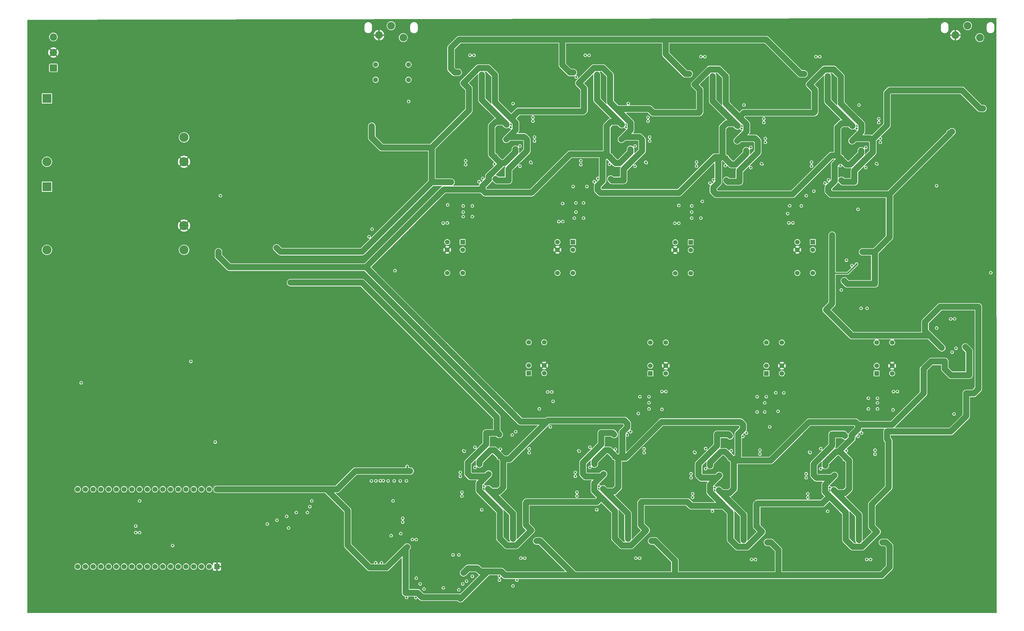
<source format=gbr>
%TF.GenerationSoftware,KiCad,Pcbnew,9.0.5*%
%TF.CreationDate,2025-11-19T13:11:48+02:00*%
%TF.ProjectId,KICAD PEQ,4b494341-4420-4504-9551-2e6b69636164,rev?*%
%TF.SameCoordinates,Original*%
%TF.FileFunction,Copper,L2,Inr*%
%TF.FilePolarity,Positive*%
%FSLAX46Y46*%
G04 Gerber Fmt 4.6, Leading zero omitted, Abs format (unit mm)*
G04 Created by KiCad (PCBNEW 9.0.5) date 2025-11-19 13:11:48*
%MOMM*%
%LPD*%
G01*
G04 APERTURE LIST*
G04 Aperture macros list*
%AMRoundRect*
0 Rectangle with rounded corners*
0 $1 Rounding radius*
0 $2 $3 $4 $5 $6 $7 $8 $9 X,Y pos of 4 corners*
0 Add a 4 corners polygon primitive as box body*
4,1,4,$2,$3,$4,$5,$6,$7,$8,$9,$2,$3,0*
0 Add four circle primitives for the rounded corners*
1,1,$1+$1,$2,$3*
1,1,$1+$1,$4,$5*
1,1,$1+$1,$6,$7*
1,1,$1+$1,$8,$9*
0 Add four rect primitives between the rounded corners*
20,1,$1+$1,$2,$3,$4,$5,0*
20,1,$1+$1,$4,$5,$6,$7,0*
20,1,$1+$1,$6,$7,$8,$9,0*
20,1,$1+$1,$8,$9,$2,$3,0*%
G04 Aperture macros list end*
%TA.AperFunction,ComponentPad*%
%ADD10O,2.500000X2.500000*%
%TD*%
%TA.AperFunction,ComponentPad*%
%ADD11R,1.524000X1.524000*%
%TD*%
%TA.AperFunction,ComponentPad*%
%ADD12C,1.524000*%
%TD*%
%TA.AperFunction,ComponentPad*%
%ADD13R,3.000000X3.000000*%
%TD*%
%TA.AperFunction,ComponentPad*%
%ADD14C,3.000000*%
%TD*%
%TA.AperFunction,ComponentPad*%
%ADD15R,1.700000X1.700000*%
%TD*%
%TA.AperFunction,ComponentPad*%
%ADD16C,1.700000*%
%TD*%
%TA.AperFunction,ComponentPad*%
%ADD17C,1.600000*%
%TD*%
%TA.AperFunction,ComponentPad*%
%ADD18RoundRect,0.250001X0.949999X-0.949999X0.949999X0.949999X-0.949999X0.949999X-0.949999X-0.949999X0*%
%TD*%
%TA.AperFunction,ComponentPad*%
%ADD19C,2.400000*%
%TD*%
%TA.AperFunction,ViaPad*%
%ADD20C,0.700000*%
%TD*%
%TA.AperFunction,Conductor*%
%ADD21C,2.000000*%
%TD*%
%TA.AperFunction,Conductor*%
%ADD22C,0.500000*%
%TD*%
G04 APERTURE END LIST*
D10*
%TO.N,Net-(J4-IN1)*%
%TO.C,J4*%
X169735000Y-51525200D03*
%TO.N,Net-(J4-IN2)*%
X165735000Y-47625000D03*
%TO.N,GND*%
X161735000Y-50725100D03*
%TD*%
D11*
%TO.N,Net-(VR3B-P0B)*%
%TO.C,K5*%
X225425000Y-118745000D03*
D12*
%TO.N,unconnected-(K5-Pad2)*%
X220345000Y-118745000D03*
%TO.N,/PEAK EQ R/peak_3 relay control*%
X225425000Y-121285000D03*
%TO.N,GND*%
X220345000Y-121285000D03*
%TO.N,/PEAK EQ R/IN*%
X225425000Y-128905000D03*
X220345000Y-128905000D03*
%TD*%
D11*
%TO.N,Net-(VR7B-P0B)*%
%TO.C,K4*%
X250825000Y-161925000D03*
D12*
%TO.N,unconnected-(K4-Pad2)*%
X255905000Y-161925000D03*
%TO.N,/PEAK EQ L/peak_2 relay control*%
X250825000Y-159385000D03*
%TO.N,GND*%
X255905000Y-159385000D03*
%TO.N,/PEAK EQ L/IN*%
X250825000Y-151765000D03*
X255905000Y-151765000D03*
%TD*%
D13*
%TO.N,Net-(J1-Pin_3)*%
%TO.C,PS2*%
X52757332Y-100521176D03*
D14*
%TO.N,Net-(J1-Pin_1)*%
X52757332Y-121321176D03*
%TO.N,Net-(PS2--Vo)*%
X97757332Y-121321176D03*
%TO.N,GND*%
X97757332Y-113321176D03*
%TD*%
D15*
%TO.N,GND*%
%TO.C,J3*%
X108580000Y-225425000D03*
D16*
%TO.N,unconnected-(J3-Pin_2-Pad2)*%
X106040000Y-225425000D03*
%TO.N,/esp32/IO22*%
X103500000Y-225425000D03*
%TO.N,unconnected-(J3-Pin_4-Pad4)*%
X100960000Y-225425000D03*
%TO.N,unconnected-(J3-Pin_5-Pad5)*%
X98420000Y-225425000D03*
%TO.N,/esp32/IO21*%
X95880000Y-225425000D03*
%TO.N,unconnected-(J3-Pin_7-Pad7)*%
X93340000Y-225425000D03*
%TO.N,/esp32/IO19*%
X90800000Y-225425000D03*
%TO.N,/esp32/IO18*%
X88260000Y-225425000D03*
%TO.N,unconnected-(J3-Pin_10-Pad10)*%
X85720000Y-225425000D03*
%TO.N,/esp32/IO17*%
X83180000Y-225425000D03*
%TO.N,/esp32/IO16*%
X80640000Y-225425000D03*
%TO.N,unconnected-(J3-Pin_13-Pad13)*%
X78100000Y-225425000D03*
%TO.N,unconnected-(J3-Pin_14-Pad14)*%
X75560000Y-225425000D03*
%TO.N,unconnected-(J3-Pin_15-Pad15)*%
X73020000Y-225425000D03*
%TO.N,unconnected-(J3-Pin_16-Pad16)*%
X70480000Y-225425000D03*
%TO.N,unconnected-(J3-Pin_17-Pad17)*%
X67940000Y-225425000D03*
%TO.N,unconnected-(J3-Pin_18-Pad18)*%
X65400000Y-225425000D03*
%TO.N,unconnected-(J3-Pin_19-Pad19)*%
X62860000Y-225425000D03*
%TD*%
D11*
%TO.N,Net-(VR8B-P0B)*%
%TO.C,K6*%
X288925000Y-161925000D03*
D12*
%TO.N,unconnected-(K6-Pad2)*%
X294005000Y-161925000D03*
%TO.N,/PEAK EQ L/peak_3 relay control*%
X288925000Y-159385000D03*
%TO.N,GND*%
X294005000Y-159385000D03*
%TO.N,/PEAK EQ L/IN*%
X288925000Y-151765000D03*
X294005000Y-151765000D03*
%TD*%
D11*
%TO.N,Net-(VR9B-P0B)*%
%TO.C,K2*%
X210895300Y-161843600D03*
D12*
%TO.N,unconnected-(K2-Pad2)*%
X215975300Y-161843600D03*
%TO.N,/PEAK EQ L/peak_1 relay control*%
X210895300Y-159303600D03*
%TO.N,GND*%
X215975300Y-159303600D03*
%TO.N,/PEAK EQ L/IN*%
X210895300Y-151683600D03*
X215975300Y-151683600D03*
%TD*%
D13*
%TO.N,Net-(J1-Pin_3)*%
%TO.C,PS1*%
X52757332Y-71536176D03*
D14*
%TO.N,Net-(J1-Pin_1)*%
X52757332Y-92336176D03*
%TO.N,GND*%
X97757332Y-92336176D03*
%TO.N,Net-(PS1-+Vo)*%
X97757332Y-84336176D03*
%TD*%
D11*
%TO.N,Net-(VR1B-P0B)*%
%TO.C,K7*%
X189230000Y-118745000D03*
D12*
%TO.N,unconnected-(K7-Pad2)*%
X184150000Y-118745000D03*
%TO.N,/PEAK EQ R/lowshelf relay control*%
X189230000Y-121285000D03*
%TO.N,GND*%
X184150000Y-121285000D03*
%TO.N,/PEAK EQ R/IN*%
X189230000Y-128905000D03*
X184150000Y-128905000D03*
%TD*%
D10*
%TO.N,Net-(J5-IN1)*%
%TO.C,J5*%
X358965000Y-51525200D03*
%TO.N,Net-(J5-IN2)*%
X354965000Y-47625000D03*
%TO.N,GND*%
X350965000Y-50725100D03*
%TD*%
D15*
%TO.N,/+3V3*%
%TO.C,J2*%
X108580000Y-200025000D03*
D16*
%TO.N,unconnected-(J2-Pin_2-Pad2)*%
X106040000Y-200025000D03*
%TO.N,unconnected-(J2-Pin_3-Pad3)*%
X103500000Y-200025000D03*
%TO.N,unconnected-(J2-Pin_4-Pad4)*%
X100960000Y-200025000D03*
%TO.N,unconnected-(J2-Pin_5-Pad5)*%
X98420000Y-200025000D03*
%TO.N,unconnected-(J2-Pin_6-Pad6)*%
X95880000Y-200025000D03*
%TO.N,unconnected-(J2-Pin_7-Pad7)*%
X93340000Y-200025000D03*
%TO.N,unconnected-(J2-Pin_8-Pad8)*%
X90800000Y-200025000D03*
%TO.N,/esp32/IO25*%
X88260000Y-200025000D03*
%TO.N,/esp32/IO26*%
X85720000Y-200025000D03*
%TO.N,/esp32/IO27*%
X83180000Y-200025000D03*
%TO.N,/esp32/IO14*%
X80640000Y-200025000D03*
%TO.N,unconnected-(J2-Pin_13-Pad13)*%
X78100000Y-200025000D03*
%TO.N,unconnected-(J2-Pin_14-Pad14)*%
X75560000Y-200025000D03*
%TO.N,/esp32/IO13*%
X73020000Y-200025000D03*
%TO.N,unconnected-(J2-Pin_16-Pad16)*%
X70480000Y-200025000D03*
%TO.N,unconnected-(J2-Pin_17-Pad17)*%
X67940000Y-200025000D03*
%TO.N,unconnected-(J2-Pin_18-Pad18)*%
X65400000Y-200025000D03*
%TO.N,unconnected-(J2-Pin_19-Pad19)*%
X62860000Y-200025000D03*
%TD*%
D17*
%TO.N,Net-(J4-IN2)*%
%TO.C,C128*%
X160655000Y-60405000D03*
%TO.N,Net-(U16A-+)*%
X160655000Y-65405000D03*
%TD*%
D11*
%TO.N,Net-(VR4B-P0B)*%
%TO.C,K1*%
X304165000Y-118745000D03*
D12*
%TO.N,unconnected-(K1-Pad2)*%
X299085000Y-118745000D03*
%TO.N,/PEAK EQ R/peak_1 relay control*%
X304165000Y-121285000D03*
%TO.N,GND*%
X299085000Y-121285000D03*
%TO.N,/PEAK EQ R/IN*%
X304165000Y-128905000D03*
X299085000Y-128905000D03*
%TD*%
D11*
%TO.N,Net-(VR6B-P0B)*%
%TO.C,K8*%
X325120000Y-161925000D03*
D12*
%TO.N,unconnected-(K8-Pad2)*%
X330200000Y-161925000D03*
%TO.N,/PEAK EQ L/lowshelf relay control*%
X325120000Y-159385000D03*
%TO.N,GND*%
X330200000Y-159385000D03*
%TO.N,/PEAK EQ L/IN*%
X325120000Y-151765000D03*
X330200000Y-151765000D03*
%TD*%
D18*
%TO.N,Net-(J1-Pin_1)*%
%TO.C,J1*%
X54877332Y-61488676D03*
D19*
%TO.N,GND*%
X54877332Y-56408676D03*
%TO.N,Net-(J1-Pin_3)*%
X54877332Y-51328676D03*
%TD*%
D11*
%TO.N,Net-(VR2B-P0B)*%
%TO.C,K3*%
X264084700Y-118826400D03*
D12*
%TO.N,unconnected-(K3-Pad2)*%
X259004700Y-118826400D03*
%TO.N,/PEAK EQ R/peak_2 relay control*%
X264084700Y-121366400D03*
%TO.N,GND*%
X259004700Y-121366400D03*
%TO.N,/PEAK EQ R/IN*%
X264084700Y-128986400D03*
X259004700Y-128986400D03*
%TD*%
D17*
%TO.N,Net-(J4-IN1)*%
%TO.C,C129*%
X171450000Y-60405000D03*
%TO.N,Net-(U16B-+)*%
X171450000Y-65405000D03*
%TD*%
D20*
%TO.N,GND*%
X92710000Y-185420000D03*
X92710000Y-184150000D03*
X92710000Y-182880000D03*
X132715000Y-134620000D03*
X131445000Y-134620000D03*
X130175000Y-134620000D03*
X128905000Y-134620000D03*
X111760000Y-135255000D03*
X109855000Y-135255000D03*
X113030000Y-135255000D03*
X57785000Y-182880000D03*
X57785000Y-185420000D03*
X57785000Y-184150000D03*
X62230000Y-176530000D03*
X59690000Y-168275000D03*
X61595000Y-168275000D03*
X76200000Y-171450000D03*
X70485000Y-175895000D03*
X70485000Y-177800000D03*
X107950000Y-173990000D03*
X107950000Y-172085000D03*
X113665000Y-168275000D03*
X100330000Y-163830000D03*
X98425000Y-163830000D03*
X220345000Y-87920000D03*
X171760000Y-130175000D03*
X132080000Y-116205000D03*
X126999852Y-115211151D03*
X107466683Y-109102018D03*
X125647825Y-108323728D03*
X102870000Y-111760000D03*
X102870000Y-113030000D03*
X104140000Y-113030000D03*
X104140000Y-111760000D03*
X102870000Y-109220000D03*
X102870000Y-110490000D03*
X104140000Y-110490000D03*
X104140000Y-109220000D03*
X114935000Y-113030000D03*
X112395000Y-113030000D03*
X114935000Y-114300000D03*
X112395000Y-114300000D03*
X113665000Y-114300000D03*
X113665000Y-113030000D03*
X114935000Y-110490000D03*
X112395000Y-110490000D03*
X114935000Y-111760000D03*
X112395000Y-111760000D03*
X113665000Y-111760000D03*
X113665000Y-110490000D03*
X132715000Y-111125000D03*
X130175000Y-111125000D03*
X132715000Y-112395000D03*
X130175000Y-112395000D03*
X131445000Y-112395000D03*
X131445000Y-111125000D03*
X132715000Y-108585000D03*
X130175000Y-108585000D03*
X132715000Y-109855000D03*
X130175000Y-109855000D03*
X131445000Y-109855000D03*
X131445000Y-108585000D03*
X124460000Y-111760000D03*
X121920000Y-111760000D03*
X124460000Y-113030000D03*
X121920000Y-113030000D03*
X123190000Y-113030000D03*
X123190000Y-111760000D03*
X121920000Y-110490000D03*
X121920000Y-109220000D03*
X123190000Y-110490000D03*
X123190000Y-109220000D03*
X124460000Y-110490000D03*
X124460000Y-109220000D03*
X132317671Y-106361742D03*
X114300000Y-107315000D03*
X112395000Y-109220000D03*
X108906581Y-116834624D03*
X110853446Y-119295130D03*
X102436362Y-119079732D03*
X104325235Y-116602657D03*
X113665000Y-116840000D03*
X120650000Y-118110000D03*
X122555000Y-116205000D03*
X127283844Y-116804249D03*
%TO.N,/+3V3*%
X318557332Y-81443675D03*
X225567597Y-62993979D03*
X242817597Y-80993979D03*
X195474265Y-206759304D03*
X226397332Y-108868676D03*
X263556847Y-63447929D03*
X171000000Y-192500000D03*
X313500000Y-134500000D03*
X205474265Y-182159304D03*
X250384265Y-171584303D03*
X271556847Y-98297929D03*
X295897332Y-109368676D03*
X226397332Y-105868676D03*
X243224750Y-182155050D03*
X233567597Y-97843979D03*
X205022325Y-80984839D03*
X196224265Y-199009304D03*
X281556847Y-73697929D03*
X226500000Y-64493979D03*
X166000000Y-224000000D03*
X151500000Y-207000000D03*
X289214000Y-217459000D03*
X187772325Y-62984839D03*
X319307332Y-73693675D03*
X281214000Y-182609000D03*
X280806847Y-81447929D03*
X264397332Y-108868676D03*
X309759272Y-199468140D03*
X189397332Y-106868676D03*
X288384265Y-174584303D03*
X325384265Y-171584303D03*
X319009272Y-182618140D03*
X157250000Y-224250000D03*
X189397332Y-108868676D03*
X271214000Y-207209000D03*
X264397332Y-106868676D03*
X288384265Y-171584303D03*
X233224750Y-206755050D03*
X243567597Y-73243979D03*
X189500000Y-227500000D03*
X213474265Y-217009304D03*
X325384265Y-173584303D03*
X195772325Y-97834839D03*
X300397332Y-106868676D03*
X233974750Y-199005050D03*
X214384265Y-173584303D03*
X250384265Y-173584303D03*
X301307332Y-63443675D03*
X309009272Y-207218140D03*
X218884265Y-171084303D03*
X251224750Y-217005050D03*
X309307332Y-98293675D03*
X344805000Y-147000000D03*
X271964000Y-199459000D03*
X205772325Y-73234839D03*
X327009272Y-217468140D03*
%TO.N,/PEAK EQ R/peak_1 relay control*%
X134620000Y-207645000D03*
%TO.N,/PEAK EQ R/IN*%
X167005000Y-128152847D03*
%TO.N,GND*%
X187272325Y-91484839D03*
X173990000Y-133985000D03*
X234974750Y-209005050D03*
X289306847Y-67447929D03*
X231232597Y-56631281D03*
X200974265Y-190759304D03*
X288146847Y-89872930D03*
X223520000Y-130810000D03*
X236128206Y-150634801D03*
X263056847Y-93197929D03*
X249317597Y-65743979D03*
X212995000Y-130175000D03*
X326009272Y-206218140D03*
X312682920Y-158635833D03*
X303344568Y-158722040D03*
X293806847Y-73197929D03*
X198974265Y-188759304D03*
X296759272Y-199468140D03*
X218022325Y-87734839D03*
X296759272Y-192718140D03*
X217150000Y-121285000D03*
X324384265Y-217584303D03*
X321509272Y-226718140D03*
X287914000Y-186959000D03*
X266534000Y-207358998D03*
X303897332Y-63368676D03*
X281230702Y-128027677D03*
X228397332Y-62368676D03*
X228817597Y-98993979D03*
X238317597Y-83993979D03*
X317557332Y-71443675D03*
X297815000Y-158750000D03*
X322897332Y-78868676D03*
X190474265Y-212009304D03*
X280559676Y-156536750D03*
X260464000Y-210459000D03*
X233878206Y-150634801D03*
X264394676Y-156536750D03*
X260080000Y-158750000D03*
X200968938Y-150522960D03*
X269220000Y-125730000D03*
X230152916Y-150634801D03*
X245897332Y-82642979D03*
X222600463Y-78712712D03*
X195348341Y-152708250D03*
X220345000Y-84455000D03*
X251974750Y-221005050D03*
X222474750Y-210005050D03*
X293806847Y-80197929D03*
X214224265Y-221009304D03*
X296759272Y-194968140D03*
X325557332Y-68943675D03*
X218022325Y-71484839D03*
X192634265Y-210084303D03*
X303129676Y-156536750D03*
X210224265Y-226259304D03*
X202025331Y-70979505D03*
X196598341Y-152708250D03*
X263214000Y-194959000D03*
X178415000Y-142240000D03*
X238067597Y-89243979D03*
X321344272Y-223830838D03*
X295890000Y-130175000D03*
X306009272Y-194043139D03*
X255250000Y-121285000D03*
X302419272Y-191043139D03*
X212362325Y-89409840D03*
X258964000Y-193709000D03*
X165735000Y-84165000D03*
X210772325Y-67984839D03*
X306807332Y-99443675D03*
X193634265Y-210084303D03*
X273056847Y-101447929D03*
X251724750Y-185005050D03*
X293514294Y-166949930D03*
X206772325Y-65734839D03*
X243236115Y-152792131D03*
X202272325Y-91234839D03*
X323759272Y-181468140D03*
X258964000Y-208959000D03*
X169545000Y-93055000D03*
X305213135Y-150439079D03*
X306897332Y-80868676D03*
X251724750Y-187255050D03*
X230384265Y-184084303D03*
X216474265Y-213509304D03*
X298815000Y-158750000D03*
X265720000Y-125730000D03*
X305384265Y-202584303D03*
X249924750Y-186505050D03*
X282809676Y-156536750D03*
X169545000Y-85415000D03*
X305557332Y-54193675D03*
X320884265Y-204084303D03*
X246995000Y-130175000D03*
X303307332Y-54193675D03*
X177800000Y-137795000D03*
X245745000Y-130175000D03*
X215859265Y-176199294D03*
X207974265Y-226259304D03*
X306884265Y-202584303D03*
X267806847Y-99447929D03*
X276515000Y-130175000D03*
X259397166Y-152708250D03*
X205897332Y-95868676D03*
X191770000Y-150495000D03*
X312259272Y-179468140D03*
X190397332Y-62868676D03*
X266720000Y-158750000D03*
X296759272Y-195968140D03*
X243317597Y-65743979D03*
X184150000Y-144145000D03*
X300515805Y-150467039D03*
X177780000Y-130175000D03*
X269596104Y-152792131D03*
X293640000Y-125730000D03*
X211435000Y-121285000D03*
X190520000Y-150495000D03*
X271053154Y-128064957D03*
X187022325Y-60234839D03*
X246317597Y-67993979D03*
X239665000Y-130175000D03*
X279806847Y-71447929D03*
X321884265Y-186084303D03*
X193974265Y-212009304D03*
X198633449Y-150522960D03*
X245486115Y-152792131D03*
X278056847Y-91697929D03*
X258147166Y-152708250D03*
X285124000Y-224033999D03*
X225474750Y-213005050D03*
X235875000Y-123825000D03*
X169545000Y-92055000D03*
X305579272Y-207368138D03*
X331557332Y-77943675D03*
X293806847Y-88197929D03*
X307153352Y-158663793D03*
X274300000Y-125730000D03*
X283396847Y-70372930D03*
X269221847Y-57085231D03*
X280306847Y-66197929D03*
X250157597Y-89418980D03*
X209272325Y-65734839D03*
X301009272Y-194968140D03*
X297509272Y-209718140D03*
X183224265Y-192259304D03*
X311509272Y-214718140D03*
X284387677Y-150578880D03*
X270034000Y-207358998D03*
X210165000Y-130175000D03*
X282845000Y-130175000D03*
X206952325Y-73084841D03*
X269897332Y-95368676D03*
X203272325Y-65734839D03*
X193272325Y-98984839D03*
X267346104Y-152792131D03*
X295105878Y-127999371D03*
X269874000Y-186033999D03*
X289556847Y-84697929D03*
X209522325Y-67984839D03*
X227902916Y-150634801D03*
X263884265Y-197084303D03*
X308759272Y-212468140D03*
X289556847Y-85947929D03*
X304009272Y-212468140D03*
X249224750Y-226255050D03*
X270800000Y-125730000D03*
X313457595Y-152652329D03*
X292306847Y-70447929D03*
X187272325Y-94984839D03*
X268755108Y-156564710D03*
X273050000Y-125730000D03*
X261647166Y-152708250D03*
X245724750Y-226255050D03*
X273966700Y-150578880D03*
X279745000Y-158750000D03*
X270490000Y-130175000D03*
X298264197Y-150467039D03*
X208772325Y-86409840D03*
X245271223Y-150606841D03*
X302765805Y-150467039D03*
X325057332Y-66193675D03*
X187474265Y-194509304D03*
X304557332Y-99443675D03*
X207974265Y-181009304D03*
X165735000Y-81915000D03*
X293806847Y-89447929D03*
X169545000Y-84165000D03*
X190224265Y-210009304D03*
X285397332Y-78368676D03*
X312259272Y-212468140D03*
X301509272Y-202718140D03*
X196383449Y-150522960D03*
X301765805Y-150467039D03*
X274714000Y-189209000D03*
X250897332Y-83368676D03*
X327759272Y-221468140D03*
X228117808Y-152820091D03*
X194884265Y-210084303D03*
X198724265Y-212009304D03*
X220345000Y-91420000D03*
X209224265Y-181009304D03*
X227474750Y-214255050D03*
X278714000Y-215959000D03*
X203433830Y-152708250D03*
X246670000Y-121285000D03*
X226867597Y-91993979D03*
X251567597Y-84243979D03*
X241771223Y-150606841D03*
X232410000Y-121285000D03*
X220974750Y-191005050D03*
X279556847Y-68447929D03*
X192022325Y-53734839D03*
X270631212Y-150606841D03*
X234585000Y-130175000D03*
X270214000Y-214709000D03*
X246997597Y-73093981D03*
X205713398Y-152736210D03*
X284396847Y-70372930D03*
X238519615Y-150634801D03*
X185420000Y-145415000D03*
X231884265Y-202584303D03*
X326807332Y-79468675D03*
X223392518Y-152792131D03*
X312756266Y-209473474D03*
X309259272Y-214718140D03*
X258964000Y-194959000D03*
X193290333Y-197360303D03*
X189072325Y-93484839D03*
X243817597Y-67993979D03*
X220974750Y-200255050D03*
X277765000Y-130175000D03*
X229817597Y-53743979D03*
X238474750Y-196005050D03*
X231755000Y-130175000D03*
X306807332Y-54193675D03*
X284964000Y-226709000D03*
X258964000Y-198209000D03*
X265859568Y-158722040D03*
X234224750Y-212005050D03*
X169545000Y-90805000D03*
X282845000Y-125730000D03*
X274181592Y-152764170D03*
X283845000Y-125730000D03*
X255817597Y-82243979D03*
X267970000Y-125730000D03*
X248247597Y-73093981D03*
X212090000Y-98155000D03*
X213272325Y-77734839D03*
X268374000Y-210533999D03*
X215900000Y-121285000D03*
X301009272Y-196218140D03*
X187724265Y-213009304D03*
X304379676Y-156536750D03*
X285306847Y-68447929D03*
X304015805Y-150467039D03*
X274464000Y-212459000D03*
X239820603Y-70988645D03*
X305557332Y-99443675D03*
X165735000Y-91420000D03*
X188884265Y-190584303D03*
X264856847Y-93947929D03*
X201585000Y-130175000D03*
X231884750Y-185580049D03*
X263394676Y-156536750D03*
X330009272Y-215968140D03*
X233660000Y-121285000D03*
X316807332Y-66193675D03*
X251067597Y-77743979D03*
X312259272Y-192218140D03*
X289714000Y-186709000D03*
X279980702Y-128027677D03*
X229474750Y-212005050D03*
X248384265Y-217084303D03*
X183224265Y-205009304D03*
X316509272Y-215968140D03*
X226567597Y-74243979D03*
X165735000Y-85415000D03*
X271931592Y-152764170D03*
X213974265Y-187259304D03*
X281384265Y-186084303D03*
X215245000Y-130175000D03*
X293806847Y-85947929D03*
X274056847Y-64947929D03*
X281595000Y-125730000D03*
X309957595Y-152652329D03*
X191974265Y-214259304D03*
X189724265Y-214259304D03*
X277823001Y-152764170D03*
X261115108Y-156564710D03*
X266990000Y-130175000D03*
X264954694Y-152736210D03*
X212022325Y-68484839D03*
X269240000Y-130175000D03*
X207612325Y-69909840D03*
X199933830Y-152708250D03*
X191425000Y-130175000D03*
X327500000Y-173500000D03*
X319057332Y-66193675D03*
X206362325Y-69909840D03*
X234474750Y-214255050D03*
X320307332Y-66193675D03*
X211745000Y-130175000D03*
X191022325Y-53734839D03*
X287925000Y-130175000D03*
X271249568Y-158722040D03*
X260182274Y-150522960D03*
X183224265Y-199009304D03*
X284615393Y-186509000D03*
X277291050Y-128009037D03*
X282352569Y-152764170D03*
X227974750Y-210005050D03*
X286806847Y-70447929D03*
X283480702Y-128027677D03*
X276515000Y-125730000D03*
X272214000Y-212459000D03*
X251724750Y-186255050D03*
X194884265Y-183584303D03*
X307829272Y-207368138D03*
X221270000Y-130810000D03*
X226892518Y-152792131D03*
X218022325Y-84484839D03*
X274534676Y-156536750D03*
X222600463Y-84566841D03*
X228724750Y-214255050D03*
X224427626Y-150606841D03*
X212522325Y-66234839D03*
X299850108Y-156564710D03*
X321557332Y-66193675D03*
X220345000Y-81010000D03*
X241986115Y-152792131D03*
X275056847Y-101447929D03*
X168255000Y-132080000D03*
X262704694Y-152736210D03*
X269056847Y-54197929D03*
X323057332Y-68443675D03*
X193272325Y-53734839D03*
X198724265Y-191759304D03*
X305509272Y-214718140D03*
X321491264Y-83092676D03*
X264856847Y-92447929D03*
X217272325Y-70734839D03*
X225642518Y-152792131D03*
X246974750Y-226255050D03*
X213974265Y-188509304D03*
X245724750Y-181005050D03*
X255817597Y-79743979D03*
X330057332Y-70443675D03*
X200272325Y-89234839D03*
X199221259Y-209014638D03*
X304594568Y-158722040D03*
X308009272Y-214718140D03*
X248920000Y-121285000D03*
X302607332Y-92443675D03*
X193897332Y-76368676D03*
X296759272Y-200718140D03*
X210185000Y-121285000D03*
X236474750Y-212005050D03*
X217805000Y-91440000D03*
X238740000Y-121285000D03*
X225067597Y-91493979D03*
X264464000Y-214209000D03*
X331557332Y-83693675D03*
X231402916Y-150634801D03*
X222567597Y-66493979D03*
X286584487Y-128029748D03*
X257830000Y-158750000D03*
X262806847Y-61697929D03*
X300807332Y-93193675D03*
X262144676Y-156536750D03*
X311207595Y-152652329D03*
X306579272Y-207368138D03*
X213272325Y-79009839D03*
X218667228Y-152792131D03*
X184724265Y-210009304D03*
X235093098Y-152820091D03*
X201183830Y-152708250D03*
X195897332Y-94368676D03*
X287806847Y-68947929D03*
X240769615Y-150634801D03*
X227567597Y-98993979D03*
X310759272Y-209468140D03*
X267806847Y-54197929D03*
X187974265Y-200984304D03*
X241067597Y-65743979D03*
X165000000Y-206500000D03*
X207642474Y-184842509D03*
X283024568Y-158722040D03*
X304557332Y-54193675D03*
X213974265Y-186259304D03*
X239734507Y-152820091D03*
X230884265Y-197356050D03*
X283714000Y-226709000D03*
X194234892Y-152680290D03*
X187272325Y-92734839D03*
X230367808Y-152820091D03*
X288834487Y-128029748D03*
X306169272Y-210543139D03*
X191884265Y-201584303D03*
X245559750Y-223367748D03*
X197474265Y-212009304D03*
X320487332Y-73543677D03*
X205085000Y-130175000D03*
X267646847Y-56872930D03*
X185690000Y-130810000D03*
X172065000Y-135890000D03*
X179090000Y-139065000D03*
X298479089Y-152652329D03*
X322919272Y-224043139D03*
X233335000Y-130175000D03*
X218022325Y-82234839D03*
X229724750Y-214255050D03*
X266806847Y-54197929D03*
X199272325Y-100984839D03*
X301509272Y-201443140D03*
X278608109Y-150578880D03*
X187272325Y-93734839D03*
X192675000Y-130175000D03*
X218022325Y-88984839D03*
X314057332Y-84443675D03*
X286675000Y-130175000D03*
X325897332Y-89868676D03*
X296759272Y-191468140D03*
X262359568Y-158722040D03*
X263739802Y-150550920D03*
X258964000Y-200709000D03*
X267124000Y-210533999D03*
X284602569Y-152764170D03*
X221500000Y-109543676D03*
X291605878Y-127999371D03*
X182900000Y-142875000D03*
X221724750Y-209255050D03*
X265556847Y-54197929D03*
X236343098Y-152820091D03*
X182225000Y-146050000D03*
X201968938Y-150522960D03*
X261432274Y-150522960D03*
X283352569Y-152764170D03*
X179685000Y-143510000D03*
X198724265Y-179009304D03*
X265644676Y-156536750D03*
X165735000Y-93670000D03*
X325009272Y-226718140D03*
X208260000Y-98425000D03*
X255817597Y-86743979D03*
X306678027Y-152624369D03*
X232628206Y-150634801D03*
X247317597Y-67993979D03*
X231067597Y-98993979D03*
X207897332Y-95868676D03*
X251567597Y-85493979D03*
X289056847Y-78197929D03*
X279056847Y-66197929D03*
X297600108Y-156564710D03*
X173355000Y-137160000D03*
X285056847Y-66197929D03*
X275431592Y-152764170D03*
X326807332Y-78193675D03*
X197755000Y-130175000D03*
X282556847Y-66197929D03*
X207272325Y-67984839D03*
X236474750Y-179005050D03*
X197272325Y-100984839D03*
X283897332Y-83096929D03*
X204022325Y-70984839D03*
X212090000Y-95905000D03*
X237484507Y-152820091D03*
X292214000Y-213959000D03*
X234093098Y-152820091D03*
X310807332Y-101443675D03*
X216474265Y-215509304D03*
X259714000Y-209709000D03*
X322057332Y-68443675D03*
X208202325Y-73084841D03*
X261330000Y-158750000D03*
X280774568Y-158722040D03*
X214224265Y-218759304D03*
X276030108Y-156564710D03*
X263056847Y-94197929D03*
X299514197Y-150467039D03*
X255817597Y-72743979D03*
X222167228Y-152792131D03*
X203218938Y-150522960D03*
X222600463Y-85566841D03*
X306938460Y-156478503D03*
X280556847Y-68447929D03*
X254224750Y-215505050D03*
X251750000Y-123825000D03*
X331557332Y-80193675D03*
X314259272Y-196468140D03*
X189772325Y-98984839D03*
X293056847Y-71197929D03*
X235240000Y-121285000D03*
X313807332Y-89693675D03*
X274464000Y-192209000D03*
X288925000Y-125730000D03*
X306463135Y-150439079D03*
X324307332Y-68443675D03*
X202522325Y-67984839D03*
X207748506Y-150550920D03*
X231222364Y-123937528D03*
X224817597Y-58993979D03*
X208522325Y-67984839D03*
X191984892Y-152680290D03*
X202183830Y-152708250D03*
X230166204Y-93943979D03*
X220974750Y-196755050D03*
X240067597Y-91243979D03*
X296759272Y-193718140D03*
X211522325Y-65734839D03*
X244747597Y-73093981D03*
X271435000Y-130175000D03*
X202522325Y-88234839D03*
X264739802Y-150550920D03*
X220974750Y-197755050D03*
X218022325Y-79734839D03*
X311682920Y-158635833D03*
X183224265Y-193259304D03*
X194384265Y-203584303D03*
X307509272Y-212468140D03*
X169545000Y-118110000D03*
X293806847Y-84947929D03*
X254000000Y-123825000D03*
X264624000Y-191033999D03*
X276714000Y-191209000D03*
X268884265Y-197810000D03*
X245997597Y-73093981D03*
X188575000Y-152400000D03*
X271464000Y-214709000D03*
X307669272Y-186043139D03*
X183224265Y-194509304D03*
X300557332Y-61693675D03*
X206884265Y-203584303D03*
X249817597Y-68493979D03*
X81280000Y-217805000D03*
X197974265Y-214259304D03*
X229817597Y-98993979D03*
X282230702Y-128027677D03*
X249397332Y-96368676D03*
X301980697Y-152652329D03*
X318884265Y-186084303D03*
X169545000Y-121610000D03*
X300557332Y-60693675D03*
X186710000Y-146685000D03*
X205498506Y-150550920D03*
X191384265Y-210084303D03*
X251317597Y-66993979D03*
X224817597Y-61243979D03*
X244021223Y-150606841D03*
X282024568Y-158722040D03*
X314509272Y-191218140D03*
X246567597Y-86418980D03*
X277809853Y-71442595D03*
X192044265Y-206909302D03*
X283986847Y-73547931D03*
X254224750Y-213505050D03*
X193437325Y-56622141D03*
X183224265Y-208509304D03*
X247067597Y-65743979D03*
X191862325Y-56409840D03*
X230974750Y-214255050D03*
X252075000Y-130175000D03*
X241915000Y-130175000D03*
X315807332Y-91693675D03*
X325709272Y-188468140D03*
X283549000Y-223821698D03*
X301259272Y-213468140D03*
X319897332Y-96868676D03*
X255817597Y-84493979D03*
X220917228Y-152792131D03*
X254000000Y-121285000D03*
X320807332Y-68443675D03*
X263714000Y-201434000D03*
X175260000Y-130175000D03*
X210224265Y-181009304D03*
X320397332Y-76868676D03*
X290175000Y-125730000D03*
X202835000Y-130175000D03*
X282896847Y-94872930D03*
X224642518Y-152792131D03*
X248920000Y-123825000D03*
X230505000Y-130175000D03*
X205522325Y-65734839D03*
X203835000Y-121285000D03*
X213650000Y-121285000D03*
X316057332Y-101443675D03*
X177165000Y-104775000D03*
X296229089Y-152652329D03*
X243021223Y-150606841D03*
X281806847Y-68447929D03*
X220345000Y-80010000D03*
X312509272Y-189218140D03*
X230474750Y-212005050D03*
X307139123Y-95610470D03*
X300807332Y-91943675D03*
X257615108Y-156564710D03*
X313718028Y-156450543D03*
X197224265Y-209009304D03*
X209384265Y-223584303D03*
X277280108Y-156564710D03*
X294640000Y-125730000D03*
X269056847Y-99447929D03*
X287306847Y-66197929D03*
X268964000Y-214709000D03*
X305397332Y-56868676D03*
X211474265Y-181009304D03*
X222520000Y-130810000D03*
X290175000Y-130175000D03*
X243658125Y-123741806D03*
X263056847Y-95447929D03*
X307897332Y-76868676D03*
X192897332Y-94368676D03*
X192473265Y-193675000D03*
X230384750Y-210080049D03*
X196724265Y-214259304D03*
X330009272Y-213968140D03*
X192770000Y-150495000D03*
X289056847Y-79472929D03*
X278765000Y-130175000D03*
X303259272Y-214718140D03*
X281595000Y-130175000D03*
X263609568Y-158722040D03*
X189230000Y-149225000D03*
X213974265Y-185009304D03*
X277714000Y-179459000D03*
X226867597Y-93493979D03*
X318057332Y-66193675D03*
X280887677Y-150578880D03*
X225724750Y-200980050D03*
X287925000Y-125730000D03*
X293806847Y-83697929D03*
X217805000Y-92440000D03*
X183224265Y-200259304D03*
X225067597Y-94993979D03*
X216522325Y-69984839D03*
X299729089Y-152652329D03*
X241408125Y-123741806D03*
X281306847Y-66197929D03*
X289714000Y-187709000D03*
X283056847Y-68447929D03*
X293806847Y-82697929D03*
X204248506Y-150550920D03*
X214224265Y-219759304D03*
X213995000Y-130175000D03*
X327307332Y-84693675D03*
X220974750Y-192255050D03*
X232224750Y-214255050D03*
X276245000Y-158750000D03*
X318307332Y-68443675D03*
X267384265Y-202584303D03*
X206022325Y-67984839D03*
X236067597Y-64493979D03*
X211474265Y-226259304D03*
X292390000Y-130175000D03*
X278306847Y-88697929D03*
X183224265Y-203759304D03*
X298307332Y-64943675D03*
X209202325Y-73084841D03*
X174605000Y-138430000D03*
X256520000Y-130175000D03*
X196505000Y-130175000D03*
X231410000Y-121285000D03*
X293806847Y-81447929D03*
X235724750Y-214255050D03*
X277765000Y-125730000D03*
X296565000Y-158750000D03*
X251067597Y-79018979D03*
X311468028Y-156450543D03*
X222600463Y-82212712D03*
X331557332Y-81443675D03*
X200005000Y-130175000D03*
X285964000Y-226709000D03*
X218022325Y-86734839D03*
X183224265Y-206259304D03*
X285942178Y-83286553D03*
X232843098Y-152820091D03*
X273303154Y-128064957D03*
X202522325Y-100984839D03*
X278495000Y-158750000D03*
X255817597Y-80993979D03*
X183224265Y-191009304D03*
X206010000Y-98425000D03*
X237125000Y-123825000D03*
X253020000Y-130175000D03*
X308884265Y-184584303D03*
X287214000Y-226709000D03*
X244908125Y-123741806D03*
X207935000Y-121285000D03*
X175875000Y-139700000D03*
X296759272Y-197218140D03*
X321737332Y-73543677D03*
X240317597Y-88243979D03*
X298259272Y-210468140D03*
X304919272Y-210543139D03*
X327509272Y-185468140D03*
X274749568Y-158722040D03*
X169545000Y-119360000D03*
X331557332Y-88193675D03*
X268381212Y-150606841D03*
X288306847Y-66697929D03*
X268970000Y-158750000D03*
X210452325Y-73084841D03*
X247974750Y-181005050D03*
X272284676Y-156536750D03*
X283806847Y-66197929D03*
X327509272Y-188968140D03*
X220345000Y-86705000D03*
X208022325Y-65734839D03*
X207915000Y-130175000D03*
X247397332Y-77868676D03*
X258964000Y-192709000D03*
X272050000Y-125730000D03*
X235585000Y-130175000D03*
X319897332Y-70368676D03*
X322307332Y-86868676D03*
X264609568Y-158722040D03*
X225067597Y-93743979D03*
X191022325Y-98984839D03*
X284274568Y-158722040D03*
X263214000Y-196209000D03*
X280015000Y-125730000D03*
X208612325Y-69909840D03*
X238125000Y-123825000D03*
X310009272Y-212468140D03*
X270846104Y-152792131D03*
X244567597Y-65743979D03*
X268596104Y-152792131D03*
X213522325Y-66984839D03*
X175280000Y-135255000D03*
X183224265Y-196759304D03*
X195724265Y-214259304D03*
X267131212Y-150606841D03*
X169545000Y-94305000D03*
X273284676Y-156536750D03*
X201974265Y-179009304D03*
X283845000Y-130175000D03*
X308419272Y-210543139D03*
X176530000Y-130175000D03*
X247974750Y-226255050D03*
X248575000Y-130175000D03*
X231067597Y-53743979D03*
X284059676Y-156536750D03*
X296759272Y-207718140D03*
X229367808Y-152820091D03*
X322737332Y-73543677D03*
X264556847Y-74697929D03*
X302759272Y-211968140D03*
X250224750Y-205755050D03*
X306259272Y-212468140D03*
X228544750Y-206905048D03*
X313932920Y-158635833D03*
X225224750Y-195755050D03*
X257932274Y-150522960D03*
X263464000Y-213459000D03*
X228224750Y-212005050D03*
X288214000Y-206209000D03*
X235224750Y-212005050D03*
X227567597Y-53743979D03*
X232634750Y-210080049D03*
X207884265Y-199584303D03*
X281897332Y-96368676D03*
X192724265Y-212009304D03*
X187325000Y-151130000D03*
X187022325Y-61234839D03*
X207897332Y-77868676D03*
X266204694Y-152736210D03*
X263056847Y-91947929D03*
X302344568Y-158722040D03*
X186035000Y-149860000D03*
X198755000Y-130175000D03*
X258100000Y-130810000D03*
X331557332Y-74193675D03*
X262806847Y-60697929D03*
X284964000Y-181459000D03*
X209397332Y-77868676D03*
X174010000Y-130175000D03*
X316057332Y-68443675D03*
X309188460Y-156478503D03*
X330807332Y-71193675D03*
X195133449Y-150522960D03*
X236490000Y-121285000D03*
X207112325Y-94409840D03*
X224817597Y-60243979D03*
X203772325Y-67984839D03*
X327759272Y-220218140D03*
X212174265Y-186509304D03*
X218022325Y-80984839D03*
X284397332Y-96368676D03*
X260556847Y-64947929D03*
X229505000Y-130175000D03*
X308153352Y-158663793D03*
X245407597Y-69918980D03*
X282146847Y-70372930D03*
X232222364Y-123937528D03*
X236835000Y-130175000D03*
X312207595Y-152652329D03*
X222600463Y-79962712D03*
X250825000Y-130175000D03*
X186690000Y-130810000D03*
X310259272Y-214718140D03*
X236724750Y-188755050D03*
X264964000Y-211959000D03*
X244884265Y-185084303D03*
X300879676Y-156536750D03*
X282897332Y-77868676D03*
X220974750Y-207255050D03*
X331557332Y-82693675D03*
X195224265Y-212009304D03*
X237490000Y-121285000D03*
X168275000Y-71120000D03*
X267464000Y-212459000D03*
X300065000Y-158750000D03*
X293806847Y-71947929D03*
X228255000Y-130175000D03*
X204772325Y-67984839D03*
X244455000Y-121285000D03*
X278823001Y-152764170D03*
X245817597Y-65743979D03*
X278765000Y-125730000D03*
X226474750Y-213755050D03*
X265556847Y-99447929D03*
X289714000Y-188959000D03*
X231384750Y-210080049D03*
X258964000Y-207709000D03*
X304230697Y-152652329D03*
X285095000Y-125730000D03*
X307938460Y-156478503D03*
X183974265Y-209259304D03*
X218022325Y-72734839D03*
X272464000Y-214709000D03*
X314057332Y-81868676D03*
X263954694Y-152736210D03*
X314259272Y-199084303D03*
X302259272Y-214218140D03*
X312807332Y-101443675D03*
X273181592Y-152764170D03*
X204522325Y-65734839D03*
X323987332Y-73543677D03*
X259182274Y-150522960D03*
X200522325Y-81368676D03*
X230160000Y-121285000D03*
X272499568Y-158722040D03*
X298922332Y-104253685D03*
X292390000Y-125730000D03*
X240984507Y-152820091D03*
X203974265Y-179009304D03*
X220974750Y-193255050D03*
X283714000Y-181459000D03*
X304509272Y-214718140D03*
X220702336Y-150606841D03*
X251750000Y-121285000D03*
X281809676Y-156536750D03*
X286384265Y-218084303D03*
X255250000Y-123825000D03*
X276464000Y-198584303D03*
X238724750Y-190755050D03*
X302607332Y-93943675D03*
X245384265Y-199584303D03*
X275041050Y-128009037D03*
X298307332Y-66943675D03*
X210272325Y-65734839D03*
X270005108Y-156564710D03*
X232974750Y-212005050D03*
X187940000Y-130810000D03*
X245067597Y-67993979D03*
X240317597Y-100993979D03*
X194119455Y-193224283D03*
X222567597Y-64493979D03*
X230224750Y-193580049D03*
X165735000Y-90170000D03*
X315560338Y-71438341D03*
X225724750Y-202255050D03*
X247920000Y-123825000D03*
X307169272Y-210543139D03*
X212174265Y-188009304D03*
X188724265Y-213759304D03*
X331557332Y-71943675D03*
X269397332Y-80868676D03*
X205085000Y-121285000D03*
X288925000Y-130175000D03*
X193044265Y-206909302D03*
X300730697Y-152652329D03*
X310432920Y-158635833D03*
X267755108Y-156564710D03*
X255067597Y-70743979D03*
X229657597Y-56418980D03*
X273499568Y-158722040D03*
X202835000Y-121285000D03*
X207809265Y-223372002D03*
X275216700Y-150578880D03*
X349877332Y-85628676D03*
X326057332Y-66693675D03*
X284986847Y-73547931D03*
X322759272Y-226718140D03*
X260397166Y-152708250D03*
X274935000Y-130175000D03*
X223177626Y-150606841D03*
X220345000Y-85455000D03*
X169545000Y-81915000D03*
X269714000Y-212459000D03*
X232884265Y-184084303D03*
X169525000Y-133350000D03*
X302307332Y-74693675D03*
X300807332Y-95443675D03*
X193897332Y-79868676D03*
X269374000Y-210533999D03*
X184772325Y-64484839D03*
X305259272Y-212468140D03*
X267784000Y-207358998D03*
X188772325Y-74234839D03*
X265464000Y-214709000D03*
X298600108Y-156564710D03*
X194466151Y-214312036D03*
X305428027Y-152624369D03*
X192984892Y-152680290D03*
X306884265Y-184584303D03*
X250170000Y-123825000D03*
X190974265Y-214259304D03*
X286056847Y-66197929D03*
X308928027Y-152624369D03*
X253000000Y-121285000D03*
X331557332Y-75443675D03*
X186500000Y-233000000D03*
X305688460Y-156478503D03*
X269381212Y-150606841D03*
X219702336Y-150606841D03*
X276306847Y-84447929D03*
X280073001Y-152764170D03*
X294640000Y-130175000D03*
X204463398Y-152736210D03*
X230794750Y-206905048D03*
X276056847Y-89697929D03*
X287914000Y-188459000D03*
X242658125Y-123741806D03*
X198848341Y-152708250D03*
X221952336Y-150606841D03*
X194134265Y-185584303D03*
X270884265Y-185084303D03*
X218452336Y-150606841D03*
X276291050Y-128009037D03*
X237269615Y-150634801D03*
X233397332Y-94368676D03*
X244157597Y-69918980D03*
X200724265Y-198584303D03*
X259080000Y-158750000D03*
X292855878Y-127999371D03*
X218022325Y-85484839D03*
X242317597Y-65743979D03*
X322807332Y-66193675D03*
X229972364Y-123937528D03*
X231617808Y-152820091D03*
X321147332Y-70368676D03*
X265989802Y-150550920D03*
X183224265Y-207259304D03*
X271716700Y-150578880D03*
X197383449Y-150522960D03*
X303759272Y-210468140D03*
X296759272Y-198218140D03*
X289964000Y-221459000D03*
X285646847Y-70372930D03*
X201585000Y-121285000D03*
X331557332Y-87193675D03*
X184772325Y-66484839D03*
X270964000Y-212459000D03*
X293855878Y-127999371D03*
X324557332Y-70443675D03*
X255817597Y-88993979D03*
X259865108Y-156564710D03*
X297264197Y-150467039D03*
X240724750Y-215505050D03*
X180340000Y-140335000D03*
X321509272Y-181468140D03*
X327057332Y-67443675D03*
X319557332Y-68443675D03*
X286556847Y-68447929D03*
X306972332Y-57080977D03*
X202974265Y-215509304D03*
X279714000Y-179459000D03*
X219917228Y-152792131D03*
X237067597Y-100993979D03*
X246407597Y-69918980D03*
X323807332Y-66193675D03*
X220345000Y-89170000D03*
X220345000Y-82260000D03*
X262489802Y-150550920D03*
X239375000Y-123825000D03*
X316057332Y-88693675D03*
X178780000Y-130175000D03*
X226974750Y-211505050D03*
X322147332Y-70368676D03*
X191724265Y-212009304D03*
X274464000Y-179459000D03*
X305903352Y-158663793D03*
X310218028Y-156450543D03*
X200724265Y-196009304D03*
X309742703Y-150467039D03*
X170795000Y-134620000D03*
X169545000Y-120360000D03*
X313242703Y-150467039D03*
X273685000Y-130175000D03*
X297479089Y-152652329D03*
X220345000Y-78760000D03*
X183224265Y-197759304D03*
X310992703Y-150467039D03*
X229384265Y-202084303D03*
X189224265Y-211509304D03*
X222600463Y-86816841D03*
X209185000Y-121285000D03*
X293806847Y-87197929D03*
X277608109Y-150578880D03*
X217805000Y-93690000D03*
X181610000Y-141605000D03*
X266505108Y-156564710D03*
X276306847Y-82368676D03*
X320884265Y-200584303D03*
X270220000Y-158750000D03*
X331557332Y-84943675D03*
X251724750Y-188505050D03*
X240665000Y-130175000D03*
X220345000Y-90170000D03*
X308713135Y-150439079D03*
X225067597Y-92743979D03*
X184440000Y-130810000D03*
X266214000Y-212459000D03*
X229794750Y-206905048D03*
X317307332Y-68443675D03*
X222600463Y-80962712D03*
X325709272Y-186968140D03*
X187974265Y-202259304D03*
X193224265Y-214259304D03*
X255817597Y-83243979D03*
X266714000Y-214709000D03*
X251974750Y-219755050D03*
X226677626Y-150606841D03*
X285095000Y-130175000D03*
X307678027Y-152624369D03*
X172720000Y-132715000D03*
X284556847Y-86872930D03*
X277495000Y-158750000D03*
X276464000Y-196459000D03*
X249224750Y-181005050D03*
X229134750Y-210080049D03*
X251974750Y-218755050D03*
X266806847Y-99447929D03*
X311992703Y-150467039D03*
X171450000Y-131445000D03*
X273214000Y-212459000D03*
X207956257Y-82633839D03*
X286236847Y-73547931D03*
X228817597Y-53743979D03*
X225427626Y-150606841D03*
X243495000Y-130175000D03*
X258964000Y-197209000D03*
X213772325Y-84234839D03*
X197598341Y-152708250D03*
X194020000Y-150495000D03*
X331557332Y-78943675D03*
X331557332Y-85943675D03*
X241724750Y-179005050D03*
X169545000Y-83165000D03*
X247134750Y-223580049D03*
X259350000Y-130810000D03*
X276358109Y-150578880D03*
X214900000Y-121285000D03*
X281102569Y-152764170D03*
X212474265Y-205759304D03*
X242567597Y-67993979D03*
X267970000Y-158750000D03*
X200522325Y-83984839D03*
X183515000Y-147320000D03*
X189772325Y-53734839D03*
X322759272Y-181468140D03*
X236971744Y-209010384D03*
X211022325Y-69984839D03*
X282137677Y-150578880D03*
X231724750Y-212005050D03*
X173010000Y-130175000D03*
X187960000Y-187960000D03*
X293640000Y-130175000D03*
X327759272Y-219218140D03*
X301094568Y-158722040D03*
X183224265Y-201509304D03*
X278280108Y-156564710D03*
X302980697Y-152652329D03*
X289964000Y-219209000D03*
X279858109Y-150578880D03*
X280015000Y-130175000D03*
X285334487Y-128029748D03*
X258964000Y-191459000D03*
X177165000Y-140970000D03*
X187022325Y-58984839D03*
X206498506Y-150550920D03*
X220974750Y-208505050D03*
X165735000Y-83165000D03*
X311009272Y-212468140D03*
X162230130Y-83185074D03*
X327307332Y-85943675D03*
X267714000Y-214709000D03*
X274960994Y-209464334D03*
X207963398Y-152736210D03*
X198272325Y-64484839D03*
X244884265Y-203084303D03*
X289964000Y-220209000D03*
X199718938Y-150522960D03*
X247657597Y-69918980D03*
X283137677Y-150578880D03*
X300807332Y-94193675D03*
X286675000Y-125730000D03*
X265964000Y-210459000D03*
X196474265Y-212009304D03*
X246974750Y-181005050D03*
X233474750Y-214255050D03*
X273714000Y-214709000D03*
X268784000Y-207358998D03*
X213772325Y-85484839D03*
X238317597Y-81868676D03*
X296350108Y-156564710D03*
X244907597Y-94418980D03*
X254317597Y-69993979D03*
X224770000Y-130810000D03*
X241567597Y-67993979D03*
X278306847Y-68447929D03*
X187960000Y-147955000D03*
X320647332Y-94868676D03*
X238415000Y-130175000D03*
X311807332Y-64943675D03*
X220974750Y-195505050D03*
X250170000Y-121285000D03*
X206713398Y-152736210D03*
X248817597Y-69993979D03*
X272966700Y-150578880D03*
X269803154Y-128064957D03*
X270624000Y-210533999D03*
X253000000Y-123825000D03*
X220974750Y-199005050D03*
X331557332Y-76693675D03*
X220974750Y-194505050D03*
X184765000Y-148590000D03*
X226634750Y-190580049D03*
X268214000Y-194033999D03*
X170180000Y-130175000D03*
X207010000Y-98425000D03*
X307463135Y-150439079D03*
X180030000Y-130175000D03*
X255817597Y-87743979D03*
X225224750Y-194505050D03*
X238474750Y-198084303D03*
X266970000Y-125730000D03*
X192022325Y-98984839D03*
X268464000Y-212459000D03*
X358767332Y-72293676D03*
X323397332Y-70368676D03*
X180955000Y-144780000D03*
X295890000Y-125730000D03*
X209862325Y-69909840D03*
X183224265Y-202509304D03*
X289714000Y-185459000D03*
X300557332Y-59443675D03*
X279530108Y-156564710D03*
X262806847Y-59447929D03*
X244566597Y-76543979D03*
X190734892Y-152680290D03*
X266397332Y-63368676D03*
X261600000Y-130810000D03*
X258964000Y-199459000D03*
X177165000Y-111760000D03*
X228839419Y-197166426D03*
X208915000Y-130175000D03*
X278306847Y-101447929D03*
X210884265Y-217084303D03*
X292214000Y-215959000D03*
X212090000Y-99405000D03*
X236474750Y-191755050D03*
X244745000Y-130175000D03*
X272685000Y-130175000D03*
X323759272Y-226718140D03*
X254270000Y-130175000D03*
X296759272Y-208968140D03*
X249924750Y-188005050D03*
X331557332Y-73193675D03*
X193675000Y-130175000D03*
X187474265Y-195759304D03*
X263714000Y-202709000D03*
X304329272Y-207368138D03*
X312468028Y-156450543D03*
X306825340Y-197819140D03*
X183224265Y-195509304D03*
X302129676Y-156536750D03*
X306759272Y-214718140D03*
X249825000Y-130175000D03*
X248567597Y-67993979D03*
X296014197Y-150467039D03*
X276573001Y-152764170D03*
X238734507Y-152820091D03*
X218022325Y-83234839D03*
X233472364Y-123937528D03*
X258964000Y-195959000D03*
X194925000Y-130175000D03*
X239519615Y-150634801D03*
X305387377Y-197819140D03*
X270215000Y-203909000D03*
X331557332Y-89443675D03*
X265384265Y-184084303D03*
X212090000Y-97155000D03*
X272053154Y-128064957D03*
X278541050Y-128009037D03*
X303307332Y-99443675D03*
X255270000Y-130175000D03*
X272964000Y-209459000D03*
X244236115Y-152792131D03*
X206665000Y-130175000D03*
X247920000Y-121285000D03*
X240955000Y-121285000D03*
X287584487Y-128029748D03*
X189072325Y-91984839D03*
X229152916Y-150634801D03*
X176530000Y-136525000D03*
X282736847Y-73547931D03*
X268240000Y-130175000D03*
X232044750Y-206905048D03*
X243205000Y-121285000D03*
X260556847Y-66947929D03*
X242205000Y-121285000D03*
X255817597Y-85493979D03*
X248067597Y-65743979D03*
X255817597Y-71493979D03*
X222600463Y-83316841D03*
X239724750Y-179005050D03*
X203835000Y-130175000D03*
X190794265Y-206909302D03*
X209394220Y-82633839D03*
X194294265Y-206909302D03*
X235067597Y-100993979D03*
X260350000Y-130810000D03*
X250317597Y-66243979D03*
X246670000Y-123825000D03*
X327509272Y-187718140D03*
X327509272Y-186718140D03*
X209224265Y-226259304D03*
X284306847Y-68447929D03*
X309403352Y-158663793D03*
X241817597Y-70993979D03*
X285964000Y-181459000D03*
X220345000Y-83205000D03*
X217805000Y-90190000D03*
X317509272Y-179468140D03*
X234878206Y-150634801D03*
X325009272Y-181468140D03*
X165735000Y-92420000D03*
X271034676Y-156536750D03*
X243897332Y-95368676D03*
X240317597Y-67993979D03*
X258865108Y-156564710D03*
X269897332Y-77368676D03*
X315509272Y-179468140D03*
%TO.N,/PEAK EQ L/peak_1 relay control*%
X132080000Y-212725000D03*
%TO.N,/PEAK EQ R/peak_2 relay control*%
X131445000Y-208915000D03*
%TO.N,/PEAK EQ L/peak_2 relay control*%
X138265000Y-207645000D03*
%TO.N,/PEAK EQ R/peak_3 relay control*%
X128270000Y-210185000D03*
%TO.N,/PEAK EQ L/peak_3 relay control*%
X139065000Y-205740000D03*
%TO.N,/PEAK EQ R/lowshelf relay control*%
X125095000Y-211455000D03*
%TO.N,/PEAK EQ L/lowshelf relay control*%
X139700000Y-203835000D03*
%TO.N,Net-(U10B--)*%
X245817597Y-87168980D03*
X245817597Y-93828978D03*
%TO.N,Net-(U20B--)*%
X230974750Y-186170051D03*
X230974750Y-192830049D03*
%TO.N,/esp32/IO21*%
X173845000Y-235625000D03*
X169545000Y-209550000D03*
X176530000Y-232795000D03*
%TO.N,/esp32/IO22*%
X169545000Y-210820000D03*
X175260000Y-231140000D03*
X170815000Y-235585000D03*
%TO.N,/esp32/IO25*%
X182880000Y-232410000D03*
X173990000Y-229235000D03*
X166370000Y-203835000D03*
%TO.N,Net-(U24B--)*%
X306759272Y-186633141D03*
X306759272Y-193293139D03*
%TO.N,/+12V*%
X94000000Y-218500000D03*
X108000000Y-184500000D03*
%TO.N,/+15V*%
X200974265Y-189759304D03*
X234974750Y-199530050D03*
X320057332Y-88693675D03*
X206522325Y-88234839D03*
X194724265Y-191759304D03*
X214184065Y-100184065D03*
X197224265Y-199534304D03*
X240275750Y-199397496D03*
X232474750Y-191755050D03*
X272964000Y-199984000D03*
X238724750Y-189755050D03*
X299933223Y-180933223D03*
X308807332Y-63693675D03*
X287306847Y-92947929D03*
X314500000Y-131500000D03*
X335750000Y-173250000D03*
X243724750Y-216755050D03*
X249317597Y-92493979D03*
X238067597Y-90243979D03*
X278265000Y-199851446D03*
X202525265Y-199401750D03*
X314509272Y-190218140D03*
X317557332Y-80918675D03*
X274505847Y-81055483D03*
X312256332Y-81051229D03*
X270464000Y-192209000D03*
X303259272Y-187968140D03*
X348607332Y-82453676D03*
X276714000Y-190209000D03*
X282306847Y-88697929D03*
X258000000Y-102544979D03*
X354250000Y-152870000D03*
X310759272Y-199993140D03*
X200272325Y-90234839D03*
X265464000Y-187959000D03*
X180975000Y-103505000D03*
X211522325Y-92484839D03*
X325057332Y-92943675D03*
X281714000Y-217209000D03*
X204022325Y-80459839D03*
X195272325Y-63234839D03*
X205974265Y-216759304D03*
X271056847Y-63697929D03*
X257500000Y-177908000D03*
X241817597Y-80468979D03*
X276056847Y-90697929D03*
X198721325Y-80592393D03*
X221000000Y-177454050D03*
X233067597Y-63243979D03*
X189724265Y-187509304D03*
X109075000Y-121920000D03*
X171500000Y-72500000D03*
X244317597Y-88243979D03*
X316060272Y-199860586D03*
X313807332Y-90693675D03*
X319509272Y-217218140D03*
X227474750Y-187505050D03*
X347500000Y-158463676D03*
X279806847Y-80922929D03*
X320847332Y-121969612D03*
X295000000Y-102998929D03*
X236516597Y-80601533D03*
X308259272Y-192218140D03*
%TO.N,/-15V*%
X360037332Y-74833676D03*
X235474750Y-195005050D03*
X238317597Y-98243979D03*
X302000000Y-103500000D03*
X241317597Y-84993979D03*
X274964000Y-205459000D03*
X203522325Y-84984839D03*
X242067597Y-98493979D03*
X314259272Y-182218140D03*
X312759272Y-205468140D03*
X311259272Y-195468140D03*
X199224265Y-205009304D03*
X202022325Y-74984839D03*
X302557332Y-66943675D03*
X218000000Y-179500000D03*
X200522325Y-98234839D03*
X317057332Y-85443675D03*
X323509272Y-204968140D03*
X128125000Y-120650000D03*
X290000000Y-179500000D03*
X276306847Y-98697929D03*
X247724750Y-204505050D03*
X185420000Y-99060000D03*
X234724750Y-181505050D03*
X277806847Y-75447929D03*
X197724265Y-195009304D03*
X236974750Y-205005050D03*
X191272325Y-75484839D03*
X329000000Y-180500000D03*
X280056847Y-98947929D03*
X318500000Y-126000000D03*
X159385000Y-80645000D03*
X229067597Y-75493979D03*
X276464000Y-182209000D03*
X310500000Y-116500000D03*
X238474750Y-181755050D03*
X354500000Y-168500000D03*
X310500000Y-124000000D03*
X132715000Y-132080000D03*
X249974750Y-213505050D03*
X209974265Y-204509304D03*
X204760000Y-98425000D03*
X196974265Y-181509304D03*
X239817597Y-74993979D03*
X317807332Y-98943675D03*
X325759272Y-213968140D03*
X304807332Y-75943675D03*
X346162332Y-153047400D03*
X314057332Y-98693675D03*
X204272325Y-98484839D03*
X226817597Y-66493979D03*
X273464000Y-195459000D03*
X212224265Y-213509304D03*
X272714000Y-181959000D03*
X287964000Y-213959000D03*
X189022325Y-66484839D03*
X267056847Y-75947929D03*
X310509272Y-181968140D03*
X279306847Y-85447929D03*
X264806847Y-66947929D03*
X225500000Y-100500000D03*
X285714000Y-204959000D03*
X200724265Y-181759304D03*
X315557332Y-75443675D03*
X230000000Y-100500000D03*
X304500000Y-102000000D03*
%TO.N,/PEAK EQ R/peak 1/LP*%
X308147332Y-99368676D03*
X313167130Y-93598878D03*
%TO.N,/PEAK EQ R/peak 2/LP*%
X275416645Y-93603132D03*
X270396847Y-99372930D03*
%TO.N,/PEAK EQ R/peak 3/LP*%
X232407597Y-98918980D03*
X237427395Y-93149182D03*
%TO.N,/PEAK EQ L/peak 1/LP*%
X201614467Y-186854101D03*
X206634265Y-181084303D03*
%TO.N,/PEAK EQ L/peak 2/LP*%
X239364952Y-186849847D03*
X244384750Y-181080049D03*
%TO.N,/PEAK EQ L/peak 3/LP*%
X282374000Y-181533999D03*
X277354202Y-187303797D03*
%TO.N,Net-(U15B--)*%
X208022325Y-87159840D03*
X208022325Y-93819838D03*
%TO.N,/PEAK EQ R/low shelf/LP*%
X199632123Y-93140042D03*
X194612325Y-98909840D03*
%TO.N,/PEAK EQ L/low shelf/LP*%
X320169272Y-181543139D03*
X315149474Y-187312937D03*
%TO.N,Net-(VR1B-P0B)*%
X189397332Y-110368676D03*
X184311265Y-106528269D03*
%TO.N,Net-(VR2B-P0B)*%
X264397332Y-110868676D03*
X260161972Y-106700655D03*
%TO.N,Net-(VR3B-P0B)*%
X222047333Y-106079283D03*
X225897332Y-110868676D03*
%TO.N,Net-(VR6B-P0B)*%
X330470332Y-173924710D03*
X325384265Y-170084303D03*
%TO.N,Net-(U3A--)*%
X267897332Y-105368676D03*
X192397332Y-110368676D03*
X228897332Y-105868676D03*
X228897332Y-110868676D03*
X192397332Y-106868676D03*
X267397332Y-110868676D03*
%TO.N,Net-(U4A--)*%
X322384265Y-170084303D03*
X285884265Y-174584303D03*
X322384265Y-173584303D03*
X246884265Y-175084303D03*
X247384265Y-169584303D03*
X350520000Y-175260000D03*
X285884265Y-169584303D03*
%TO.N,Net-(U8B--)*%
X283806847Y-87622930D03*
X283806847Y-94282928D03*
%TO.N,Net-(VR7B-P0B)*%
X250384265Y-169584303D03*
X254619625Y-173752324D03*
%TO.N,Net-(VR8B-P0B)*%
X292734264Y-174373696D03*
X288884265Y-169584303D03*
%TO.N,Net-(U22B--)*%
X268964000Y-193283999D03*
X268964000Y-186624001D03*
%TO.N,Net-(U3B--)*%
X315193042Y-124726989D03*
X317000000Y-126500000D03*
%TO.N,Net-(U6B--)*%
X321557332Y-94278674D03*
X321557332Y-87618676D03*
%TO.N,/PEAK EQ L/OUT*%
X362577332Y-128808676D03*
X351155000Y-153670000D03*
X344797332Y-100233676D03*
X349885000Y-154940000D03*
%TO.N,/PEAK EQ R/SCL_2*%
X268706848Y-57823322D03*
X288592243Y-85988833D03*
X288056847Y-79447929D03*
X265982240Y-92447928D03*
X164750000Y-197250000D03*
%TO.N,/PEAK EQ R/SCL_3*%
X227992990Y-91993978D03*
X250067597Y-78993979D03*
X250602993Y-85534883D03*
X230717598Y-57369372D03*
X162205000Y-197199680D03*
%TO.N,/PEAK EQ R/SCL_4*%
X212272325Y-78984839D03*
X212807721Y-85525743D03*
X159250000Y-197250000D03*
X190197718Y-91984838D03*
X192922326Y-57360232D03*
%TO.N,/PEAK EQ R/SDA_4*%
X190197718Y-93284840D03*
X212272325Y-77759839D03*
X191647325Y-57331848D03*
X212796932Y-84234838D03*
X160750000Y-197250000D03*
%TO.N,/PEAK EQ R/SDA_2*%
X166750000Y-197250000D03*
X288581454Y-84697928D03*
X288056847Y-78222929D03*
X267431847Y-57794938D03*
X265982240Y-93747930D03*
%TO.N,/PEAK EQ R/SCL_1*%
X306457333Y-57819068D03*
X326342728Y-85984579D03*
X325807332Y-79443675D03*
X168750000Y-197250000D03*
X303732725Y-92443674D03*
%TO.N,/PEAK EQ R/SDA_1*%
X170750000Y-197250000D03*
X325807332Y-78218675D03*
X326331939Y-84693674D03*
X303732725Y-93743676D03*
X305182332Y-57790684D03*
%TO.N,/PEAK EQ R/SDA_3*%
X227992990Y-93293980D03*
X163177500Y-197177500D03*
X250067597Y-77768979D03*
X229442597Y-57340988D03*
X250592204Y-84243978D03*
%TO.N,/PEAK EQ L/SDA_1*%
X188449658Y-195759305D03*
X211048872Y-186709303D03*
X188974265Y-202234304D03*
X165735000Y-215265000D03*
X209599265Y-222662295D03*
%TO.N,/PEAK EQ L/SCL_1*%
X188974265Y-201009304D03*
X208324264Y-222633911D03*
X188438869Y-194468400D03*
X168910000Y-214590000D03*
X211048872Y-188009305D03*
%TO.N,/PEAK EQ L/SCL_2*%
X226724750Y-201005050D03*
X173990000Y-216535000D03*
X226189354Y-194464146D03*
X248799357Y-188005051D03*
X246074749Y-222629657D03*
%TO.N,/PEAK EQ L/SDA_2*%
X248799357Y-186705049D03*
X226724750Y-202230050D03*
X172720000Y-216535000D03*
X247349750Y-222658041D03*
X226200143Y-195755051D03*
%TO.N,/PEAK EQ L/SDA_3*%
X285339000Y-223111991D03*
X205740000Y-231775000D03*
X264189393Y-196209001D03*
X187960000Y-233045000D03*
X286788607Y-187158999D03*
X264714000Y-202684000D03*
%TO.N,/PEAK EQ L/SCL_3*%
X264714000Y-201459000D03*
X284063999Y-223083607D03*
X264178604Y-194918096D03*
X286788607Y-188459001D03*
X207010000Y-229870000D03*
X189230000Y-231140000D03*
%TO.N,/PEAK EQ L/SCL_4*%
X201295000Y-228600000D03*
X301973876Y-194927236D03*
X192405000Y-228600000D03*
X321859271Y-223092747D03*
X302509272Y-201468140D03*
X324583879Y-188468141D03*
%TO.N,/PEAK EQ L/SDA_4*%
X301984665Y-196218141D03*
X302509272Y-202693140D03*
X323134272Y-223121131D03*
X201295000Y-229870000D03*
X324583879Y-187168139D03*
X190500000Y-230195000D03*
%TO.N,/PEAK EQ R/SCL_5*%
X159502298Y-114502298D03*
X296292601Y-112447931D03*
X182839951Y-112531484D03*
X258861971Y-112576656D03*
X220789515Y-112011854D03*
%TO.N,/PEAK EQ R/SDA_5*%
X184204430Y-112462396D03*
X158500000Y-117000000D03*
X260161970Y-112576656D03*
X297600322Y-112447931D03*
X222071072Y-111982329D03*
%TO.N,/PEAK EQ L/SCL_5*%
X218488996Y-168005048D03*
X255919626Y-167876323D03*
X331932240Y-167901889D03*
X186055000Y-221575000D03*
X294640000Y-168296801D03*
%TO.N,/PEAK EQ L/SDA_5*%
X187960000Y-221575000D03*
X292000000Y-168275000D03*
X330628807Y-167904343D03*
X254619627Y-167876323D03*
X217181275Y-168005048D03*
%TO.N,/PEAK EQ L/SCL_6*%
X350700900Y-143981972D03*
X162560000Y-224155000D03*
X320000000Y-140500000D03*
%TO.N,/PEAK EQ L/SDA_6*%
X160655000Y-224155000D03*
X349417331Y-144001069D03*
X322000000Y-140500000D03*
%TO.N,Net-(IC1-EN{slash}UV)*%
X109710000Y-103505000D03*
X64000000Y-165000000D03*
X100000000Y-158000000D03*
%TO.N,Net-(VR1B-P0A)*%
X296597332Y-106806676D03*
X319000000Y-108000000D03*
%TO.N,Net-(U18B--)*%
X193224265Y-192834303D03*
X193224265Y-186174305D03*
%TO.N,/esp32/IO27*%
X83185000Y-203835000D03*
X83180000Y-214241011D03*
%TO.N,/esp32/IO26*%
X81915000Y-212090000D03*
X81915000Y-214240011D03*
%TO.N,GND*%
X108775544Y-115786725D03*
%TD*%
D21*
%TO.N,/-15V*%
X129395000Y-121920000D02*
X156210000Y-121920000D01*
%TO.N,/+15V*%
X112640000Y-127000000D02*
X157480000Y-127000000D01*
X109075000Y-123435000D02*
X112640000Y-127000000D01*
%TO.N,/+3V3*%
X251224750Y-217005050D02*
X252418196Y-217005050D01*
X175913446Y-235500000D02*
X174447446Y-234034000D01*
X329384265Y-218649687D02*
X329384265Y-225584303D01*
X221897332Y-52183839D02*
X255897332Y-52183839D01*
X185397332Y-54868676D02*
X188082169Y-52183839D01*
X197451000Y-227049000D02*
X195049000Y-227049000D01*
X258884265Y-228269140D02*
X225927547Y-228269140D01*
X262363401Y-63447929D02*
X255897332Y-56981860D01*
X263556847Y-63447929D02*
X262363401Y-63447929D01*
X326699428Y-228269140D02*
X292884265Y-228269140D01*
X187772325Y-62984839D02*
X186578879Y-62984839D01*
X185397332Y-61803292D02*
X185397332Y-54868676D01*
X327009272Y-217468140D02*
X328202718Y-217468140D01*
X186578879Y-62984839D02*
X185397332Y-61803292D01*
X328202718Y-217468140D02*
X329384265Y-218649687D01*
X225927547Y-228269140D02*
X203157586Y-228269140D01*
X157250000Y-224250000D02*
X151500000Y-218500000D01*
X292884265Y-228269140D02*
X258884265Y-228269140D01*
X170500000Y-219500000D02*
X171000000Y-219000000D01*
X188082169Y-52183839D02*
X221897332Y-52183839D01*
X255897332Y-52183839D02*
X288854050Y-52183839D01*
X300113886Y-63443675D02*
X301307332Y-63443675D01*
X203157586Y-228269140D02*
X201937446Y-227049000D01*
X221897332Y-52183839D02*
X221897332Y-60517160D01*
X166000000Y-224000000D02*
X164294000Y-225706000D01*
X195049000Y-227049000D02*
X194000000Y-226000000D01*
X221897332Y-60517160D02*
X224374151Y-62993979D01*
X255897332Y-56981860D02*
X255897332Y-52183839D01*
X144525000Y-200025000D02*
X108580000Y-200025000D01*
X292884265Y-228269140D02*
X292884265Y-219935819D01*
X201937446Y-227049000D02*
X197451000Y-227049000D01*
X252418196Y-217005050D02*
X258884265Y-223471119D01*
D22*
X171000000Y-193000000D02*
X172000000Y-194000000D01*
D21*
X144525000Y-200025000D02*
X147975000Y-200025000D01*
X171000000Y-219000000D02*
X166000000Y-224000000D01*
X292884265Y-219935819D02*
X290407446Y-217459000D01*
X197451000Y-227049000D02*
X188500000Y-236000000D01*
X191000000Y-226000000D02*
X189500000Y-227500000D01*
X151500000Y-207000000D02*
X144525000Y-200025000D01*
X194000000Y-226000000D02*
X191000000Y-226000000D01*
X174447446Y-234034000D02*
X170500000Y-234034000D01*
X225927547Y-228269140D02*
X214667711Y-217009304D01*
D22*
X171000000Y-192500000D02*
X171000000Y-193000000D01*
D21*
X188500000Y-236000000D02*
X188000000Y-235500000D01*
X188000000Y-235500000D02*
X175913446Y-235500000D01*
X151500000Y-218500000D02*
X151500000Y-207000000D01*
X170500000Y-234034000D02*
X170500000Y-219500000D01*
X288854050Y-52183839D02*
X300113886Y-63443675D01*
X158500000Y-225500000D02*
X157250000Y-224250000D01*
X164294000Y-225706000D02*
X158706000Y-225706000D01*
X329384265Y-225584303D02*
X326699428Y-228269140D01*
X214667711Y-217009304D02*
X213474265Y-217009304D01*
X147975000Y-200025000D02*
X154000000Y-194000000D01*
X158706000Y-225706000D02*
X158500000Y-225500000D01*
X290407446Y-217459000D02*
X289214000Y-217459000D01*
X154000000Y-194000000D02*
X172000000Y-194000000D01*
X258884265Y-223471119D02*
X258884265Y-228269140D01*
X224374151Y-62993979D02*
X225567597Y-62993979D01*
%TO.N,/+15V*%
X312524684Y-92047878D02*
X311356332Y-93216230D01*
X312256332Y-90336121D02*
X312256332Y-81051229D01*
X281265000Y-178816554D02*
X280356446Y-177908000D01*
X270464000Y-192209000D02*
X270464000Y-191265554D01*
X313613886Y-79693675D02*
X316307332Y-79693675D01*
X274505847Y-81055483D02*
X275863401Y-79697929D01*
X311866826Y-187667140D02*
X313151718Y-187667140D01*
X195721325Y-101458675D02*
X195721325Y-101627285D01*
X217222965Y-177454050D02*
X204560157Y-190116858D01*
X202525265Y-199401750D02*
X201167711Y-200759304D01*
X202772325Y-79234839D02*
X203675602Y-80138116D01*
D22*
X189724265Y-187509304D02*
X189474265Y-187259304D01*
D21*
X314425610Y-92505398D02*
X312710609Y-90790398D01*
X235118597Y-91284425D02*
X235118597Y-98647411D01*
X217222965Y-177454050D02*
X216926721Y-177750294D01*
X202525265Y-190116858D02*
X202525265Y-199401750D01*
X316307332Y-79693675D02*
X317210609Y-80596952D01*
X197821325Y-98242393D02*
X195721325Y-100342393D01*
X277414401Y-93248929D02*
X274960124Y-90794652D01*
X254515246Y-177908000D02*
X242764919Y-189658327D01*
X198721325Y-80592393D02*
X200078879Y-79234839D01*
X278265000Y-190566554D02*
X279663000Y-189168554D01*
X195721325Y-101458675D02*
X183021325Y-101458675D01*
X318151718Y-177917140D02*
X302949306Y-177917140D01*
X299933223Y-180933223D02*
X290299892Y-190566554D01*
X319060272Y-180110586D02*
X319060272Y-178825694D01*
X274960124Y-90794652D02*
X274505847Y-90340375D01*
X330174306Y-178825694D02*
X334000000Y-175000000D01*
X235118597Y-98647411D02*
X233516597Y-100249411D01*
X316449778Y-93244675D02*
X315164886Y-93244675D01*
X313151718Y-187667140D02*
X313151718Y-187117247D01*
X315599825Y-184669140D02*
X315670956Y-184669140D01*
X281464000Y-208459000D02*
X281464000Y-216709000D01*
X203675602Y-80138116D02*
X195522325Y-71984839D01*
X274505847Y-90340375D02*
X274505847Y-81055483D01*
X236224750Y-200755050D02*
X235321473Y-199851773D01*
X314702718Y-201218140D02*
X312009272Y-201218140D01*
X312710609Y-90790398D02*
X312256332Y-90336121D01*
X237874151Y-79243979D02*
X240567597Y-79243979D01*
X236516597Y-89886425D02*
X235118597Y-91284425D01*
X258000000Y-102544979D02*
X260266351Y-102544979D01*
D22*
X303259272Y-187968140D02*
X303009272Y-187718140D01*
D21*
X297558632Y-102998929D02*
X310221440Y-90336121D01*
X224481705Y-89886425D02*
X236516597Y-89886425D01*
X311356332Y-98701229D02*
X309256332Y-100801229D01*
X275356446Y-187658000D02*
X277810723Y-190112277D01*
X320057332Y-88693675D02*
X320057332Y-89637121D01*
X198721325Y-89877285D02*
X198721325Y-80592393D01*
X240275750Y-190112604D02*
X241673750Y-188714604D01*
X315670956Y-184669140D02*
X316960272Y-183379824D01*
X243275750Y-179647496D02*
X243275750Y-178362604D01*
X312009272Y-201218140D02*
X311105995Y-200314863D01*
X214184065Y-100184065D02*
X224481705Y-89886425D01*
X329336333Y-102994675D02*
X349877332Y-82453676D01*
X282306847Y-88697929D02*
X282306847Y-89641375D01*
X314425610Y-92505398D02*
X313968090Y-92047878D01*
X183021325Y-101458675D02*
X180297332Y-104182668D01*
X319060272Y-178825694D02*
X318151718Y-177917140D01*
X194724265Y-191759304D02*
X194724265Y-190815858D01*
X272016678Y-90794652D02*
X274960124Y-90794652D01*
X199175602Y-90331562D02*
X198721325Y-89877285D01*
X206522325Y-89178285D02*
X202914771Y-92785839D01*
X195721325Y-101627285D02*
X196629879Y-102535839D01*
X302949306Y-177917140D02*
X299933223Y-180933223D01*
X199616711Y-187208304D02*
X202070988Y-189662581D01*
X309256332Y-100801229D02*
X309256332Y-102086121D01*
X240567597Y-79243979D02*
X241470874Y-80147256D01*
X234425151Y-102544979D02*
X258000000Y-102544979D01*
X311356332Y-93216230D02*
X311356332Y-98701229D01*
X273310723Y-200305723D02*
X281464000Y-208459000D01*
X236516597Y-89886425D02*
X236516597Y-80601533D01*
X317210609Y-80596952D02*
X309057332Y-72443675D01*
X238918196Y-200755050D02*
X236224750Y-200755050D01*
X242367196Y-177454050D02*
X221000000Y-177454050D01*
X273107847Y-99203483D02*
X271505847Y-100805483D01*
X324500000Y-132500000D02*
X315500000Y-132500000D01*
D22*
X249317597Y-92493979D02*
X249567597Y-92743979D01*
D21*
X232474750Y-191755050D02*
X232474750Y-190811604D01*
X195721325Y-100342393D02*
X195721325Y-101458675D01*
D22*
X325057332Y-92943675D02*
X325307332Y-93193675D01*
D21*
X279663000Y-189168554D02*
X279663000Y-181805568D01*
X233516597Y-100249411D02*
X233516597Y-101636425D01*
X180297332Y-104182668D02*
X157480000Y-127000000D01*
X201629879Y-92785839D02*
X199175602Y-90331562D01*
X202070988Y-189662581D02*
X202525265Y-190116858D01*
X347500000Y-160500000D02*
X349500000Y-162500000D01*
X236082304Y-187204050D02*
X237367196Y-187204050D01*
X204560157Y-190116858D02*
X202525265Y-190116858D01*
X196629879Y-102535839D02*
X211832291Y-102535839D01*
X239821473Y-189658327D02*
X240275750Y-190112604D01*
X319259272Y-208468140D02*
X319259272Y-216718140D01*
X282306847Y-89641375D02*
X278699293Y-93248929D01*
X274505847Y-90340375D02*
X273107847Y-91738375D01*
X274071554Y-187658000D02*
X275356446Y-187658000D01*
X271505847Y-100805483D02*
X271505847Y-102090375D01*
X270464000Y-191265554D02*
X274071554Y-187658000D01*
X195522325Y-71984839D02*
X195522325Y-63734839D01*
X197821325Y-97073155D02*
X197821325Y-98242393D01*
X316060272Y-199860586D02*
X314702718Y-201218140D01*
X312256332Y-81051229D02*
X313613886Y-79693675D01*
X244317597Y-88243979D02*
X244317597Y-89187425D01*
X279460124Y-80601206D02*
X271306847Y-72447929D01*
X239425151Y-92794979D02*
X236970874Y-90340702D01*
X279663000Y-181805568D02*
X281265000Y-180203568D01*
X355500000Y-154500000D02*
X354250000Y-153250000D01*
X324500000Y-122000000D02*
X320500000Y-122000000D01*
X310221440Y-90336121D02*
X312256332Y-90336121D01*
X198474265Y-200759304D02*
X197570988Y-199856027D01*
X313968090Y-92047878D02*
X312524684Y-92047878D01*
X241470874Y-80147256D02*
X233317597Y-71993979D01*
X324500000Y-122000000D02*
X324500000Y-132500000D01*
X271306847Y-72447929D02*
X271306847Y-64197929D01*
X236970874Y-90340702D02*
X236516597Y-89886425D01*
X200078879Y-79234839D02*
X202772325Y-79234839D01*
X343000000Y-158000000D02*
X347500000Y-158000000D01*
X313151718Y-187117247D02*
X315599825Y-184669140D01*
X271505847Y-102090375D02*
X272414401Y-102998929D01*
X316960272Y-182210586D02*
X319060272Y-180110586D01*
X240275750Y-199397496D02*
X238918196Y-200755050D01*
X308259272Y-191274694D02*
X311866826Y-187667140D01*
X197570988Y-199856027D02*
X205724265Y-208009304D01*
X241673750Y-181249496D02*
X243275750Y-179647496D01*
D22*
X227474750Y-187505050D02*
X227224750Y-187255050D01*
D21*
X281265000Y-180203568D02*
X281265000Y-178816554D01*
X320057332Y-89637121D02*
X316449778Y-93244675D01*
X242764919Y-189658327D02*
X239821473Y-189658327D01*
X315605995Y-190121417D02*
X316060272Y-190575694D01*
X313151718Y-187667140D02*
X315605995Y-190121417D01*
X208230294Y-177750294D02*
X157480000Y-127000000D01*
X290299892Y-190566554D02*
X278265000Y-190566554D01*
D22*
X287306847Y-92947929D02*
X287556847Y-93197929D01*
D21*
X211832291Y-102535839D02*
X214184065Y-100184065D01*
X198331819Y-187208304D02*
X199616711Y-187208304D01*
X278265000Y-190566554D02*
X278265000Y-199851446D01*
X316060272Y-190575694D02*
X316060272Y-199860586D01*
X319060272Y-178825694D02*
X330174306Y-178825694D01*
X240275750Y-190112604D02*
X240275750Y-199397496D01*
X233317597Y-71993979D02*
X233317597Y-63743979D01*
X340500000Y-168500000D02*
X340500000Y-160500000D01*
X316960272Y-183379824D02*
X316960272Y-182210586D01*
X274214000Y-201209000D02*
X273310723Y-200305723D01*
X201629879Y-93335732D02*
X199181772Y-95783839D01*
X278699293Y-93248929D02*
X277414401Y-93248929D01*
X272414401Y-102998929D02*
X295000000Y-102998929D01*
X201167711Y-200759304D02*
X198474265Y-200759304D01*
X329336333Y-117163667D02*
X324500000Y-122000000D01*
X334000000Y-175000000D02*
X335750000Y-173250000D01*
X295000000Y-102998929D02*
X297558632Y-102998929D01*
X237367196Y-187204050D02*
X239821473Y-189658327D01*
X257500000Y-177908000D02*
X254515246Y-177908000D01*
X236516597Y-80601533D02*
X237874151Y-79243979D01*
X310164886Y-102994675D02*
X329336333Y-102994675D01*
X315164886Y-93244675D02*
X314425610Y-92505398D01*
X199110641Y-95783839D02*
X197821325Y-97073155D01*
X277810723Y-190112277D02*
X278265000Y-190566554D01*
X243474750Y-208005050D02*
X243474750Y-216255050D01*
X235321473Y-199851773D02*
X243474750Y-208005050D01*
X309256332Y-102086121D02*
X310164886Y-102994675D01*
X221000000Y-177454050D02*
X217222965Y-177454050D01*
X201629879Y-92785839D02*
X201629879Y-93335732D01*
X260266351Y-102544979D02*
X272016678Y-90794652D01*
X347500000Y-158000000D02*
X347500000Y-160500000D01*
X109075000Y-123435000D02*
X109075000Y-121920000D01*
X233516597Y-101636425D02*
X234425151Y-102544979D01*
X244317597Y-89187425D02*
X240710043Y-92794979D01*
X275863401Y-79697929D02*
X278556847Y-79697929D01*
D22*
X265464000Y-187959000D02*
X265214000Y-187709000D01*
D21*
X241673750Y-188714604D02*
X241673750Y-181249496D01*
X280356446Y-177908000D02*
X257500000Y-177908000D01*
X329336333Y-102994675D02*
X329336333Y-117163667D01*
X278265000Y-199851446D02*
X276907446Y-201209000D01*
X311105995Y-200314863D02*
X319259272Y-208468140D01*
X276907446Y-201209000D02*
X274214000Y-201209000D01*
X349500000Y-162500000D02*
X355500000Y-162500000D01*
X340500000Y-160500000D02*
X343000000Y-158000000D01*
X308259272Y-192218140D02*
X308259272Y-191274694D01*
X309057332Y-72443675D02*
X309057332Y-64193675D01*
X273107847Y-91738375D02*
X273107847Y-99203483D01*
X206522325Y-88234839D02*
X206522325Y-89178285D01*
X194724265Y-190815858D02*
X198331819Y-187208304D01*
X355500000Y-162500000D02*
X355500000Y-154500000D01*
X216926721Y-177750294D02*
X208230294Y-177750294D01*
X232474750Y-190811604D02*
X236082304Y-187204050D01*
X199181772Y-95783839D02*
X199110641Y-95783839D01*
D22*
X211522325Y-92484839D02*
X211772325Y-92734839D01*
D21*
X335750000Y-173250000D02*
X340500000Y-168500000D01*
X240710043Y-92794979D02*
X239425151Y-92794979D01*
X315500000Y-132500000D02*
X314500000Y-131500000D01*
X278556847Y-79697929D02*
X279460124Y-80601206D01*
X205724265Y-208009304D02*
X205724265Y-216259304D01*
X243275750Y-178362604D02*
X242367196Y-177454050D01*
X202914771Y-92785839D02*
X201629879Y-92785839D01*
%TO.N,/-15V*%
X238317597Y-98493979D02*
X237817597Y-97993979D01*
X359113886Y-74833676D02*
X360037332Y-74833676D01*
X286015000Y-204658000D02*
X307310568Y-204658000D01*
X235474750Y-195005050D02*
X234673750Y-195806050D01*
X200724265Y-181509304D02*
X201224265Y-182009304D01*
X310509272Y-185661586D02*
X310509272Y-181968140D01*
X234724750Y-181505050D02*
X238474750Y-181505050D01*
X241317597Y-84993979D02*
X242118597Y-84192979D01*
X203731819Y-218460304D02*
X206773265Y-218460304D01*
X196974265Y-181509304D02*
X200724265Y-181509304D01*
X241482304Y-218456050D02*
X244523750Y-218456050D01*
X342500000Y-149500000D02*
X346500000Y-153500000D01*
X317057332Y-85443675D02*
X320108332Y-82392675D01*
X311049778Y-61992675D02*
X308008332Y-61992675D01*
X242067597Y-98493979D02*
X238317597Y-98493979D01*
X310458272Y-196269140D02*
X305366826Y-196269140D01*
X317807332Y-95250229D02*
X317807332Y-98943675D01*
X263015604Y-204204050D02*
X264270554Y-205459000D01*
X250511043Y-74993979D02*
X239817597Y-74993979D01*
X285714000Y-212209000D02*
X285714000Y-204959000D01*
X328506332Y-80325835D02*
X328506332Y-69801229D01*
X273299293Y-61996929D02*
X270257847Y-61996929D01*
X251765993Y-76248929D02*
X250511043Y-74993979D01*
X209974265Y-204509304D02*
X210275265Y-204208304D01*
X204272325Y-98484839D02*
X200522325Y-98484839D01*
X247724750Y-204505050D02*
X248025750Y-204204050D01*
X179070000Y-87687164D02*
X179070000Y-99060000D01*
X310500000Y-129000000D02*
X310500000Y-116500000D01*
X237618597Y-63851533D02*
X235310043Y-61542979D01*
X276464000Y-181959000D02*
X276964000Y-182459000D01*
X272714000Y-185652446D02*
X272714000Y-181959000D01*
X179070000Y-87687164D02*
X162617164Y-87687164D01*
X232268597Y-61542979D02*
X227317597Y-66493979D01*
X323858332Y-84973835D02*
X328506332Y-80325835D01*
X323509272Y-204968140D02*
X329060272Y-199417140D01*
X238474750Y-181505050D02*
X238974750Y-182005050D01*
X279306847Y-85447929D02*
X282357847Y-82396929D01*
X229067597Y-68243979D02*
X229067597Y-75493979D01*
X270257847Y-61996929D02*
X265306847Y-66947929D01*
X228673750Y-191249496D02*
X234724750Y-185198496D01*
X325259272Y-213968140D02*
X323509272Y-212218140D01*
X353172885Y-68892675D02*
X359113886Y-74833676D01*
X346000000Y-140000000D02*
X341000000Y-145000000D01*
X282513000Y-218910000D02*
X287464000Y-213959000D01*
X205151747Y-78114261D02*
X202022325Y-74984839D01*
X242118597Y-84192979D02*
X247210043Y-84192979D01*
X317057332Y-85443675D02*
X317858332Y-84642675D01*
X315557332Y-75443675D02*
X313358332Y-73244675D01*
X247210043Y-84192979D02*
X248118597Y-85101533D01*
X277806847Y-75447929D02*
X275607847Y-73248929D01*
X191272325Y-75484839D02*
X179070000Y-87687164D01*
D22*
X318500000Y-126000000D02*
X318500000Y-126132786D01*
D21*
X317266826Y-218919140D02*
X320308272Y-218919140D01*
X209974265Y-211759304D02*
X209974265Y-204509304D01*
X196974265Y-185202750D02*
X196974265Y-181509304D01*
X199823325Y-63842393D02*
X197514771Y-61533839D01*
X206573325Y-81933839D02*
X206573325Y-79535839D01*
X235310043Y-61542979D02*
X232268597Y-61542979D01*
X233260264Y-204208304D02*
X234719134Y-202749434D01*
X235474750Y-195005050D02*
X232423750Y-198056050D01*
X276306847Y-98947929D02*
X275806847Y-98447929D01*
X280107847Y-84646929D02*
X285199293Y-84646929D01*
X179070000Y-99060000D02*
X156210000Y-121920000D01*
X273464000Y-195459000D02*
X272663000Y-196260000D01*
X191831819Y-195810304D02*
X190923265Y-194901750D01*
X349473306Y-181026694D02*
X354500000Y-176000000D01*
X241317597Y-84993979D02*
X244368597Y-81942979D01*
X311259272Y-195468140D02*
X310458272Y-196269140D01*
X307310568Y-204658000D02*
X309629850Y-202338718D01*
X314958272Y-207667140D02*
X314958272Y-216610586D01*
X265306847Y-66947929D02*
X267056847Y-68697929D01*
X357500000Y-168000000D02*
X358500000Y-167000000D01*
X206573325Y-79535839D02*
X205151747Y-78114261D01*
X209414771Y-84183839D02*
X210323325Y-85092393D01*
X282357847Y-82396929D02*
X282357847Y-79998929D01*
X129395000Y-121920000D02*
X128125000Y-120650000D01*
X342500000Y-149500000D02*
X317000000Y-149500000D01*
X314057332Y-98943675D02*
X313557332Y-98443675D01*
X194673265Y-198060304D02*
X194673265Y-200458304D01*
X207471029Y-75794979D02*
X205151747Y-78114261D01*
X311259272Y-195468140D02*
X308208272Y-198519140D01*
X270413000Y-200908000D02*
X274964000Y-205459000D01*
X313358332Y-73244675D02*
X313358332Y-64301229D01*
X323858332Y-87533676D02*
X323858332Y-89199229D01*
D22*
X315632786Y-129000000D02*
X310500000Y-129000000D01*
D21*
X304458272Y-195360586D02*
X304458272Y-191712586D01*
X204272325Y-94791393D02*
X204272325Y-98484839D01*
X232423750Y-198056050D02*
X232423750Y-200454050D01*
X272714000Y-181959000D02*
X276464000Y-181959000D01*
X314259272Y-181968140D02*
X314759272Y-182468140D01*
X309629850Y-202338718D02*
X312759272Y-205468140D01*
X275607847Y-73248929D02*
X275607847Y-64305483D01*
X210323325Y-85092393D02*
X210323325Y-88740393D01*
X244368597Y-81942979D02*
X244368597Y-79544979D01*
X274964000Y-205459000D02*
X277163000Y-207658000D01*
X328506332Y-69801229D02*
X329414886Y-68892675D01*
X277163000Y-216601446D02*
X279471554Y-218910000D01*
X197724265Y-195009304D02*
X196923265Y-195810304D01*
X203522325Y-84984839D02*
X206573325Y-81933839D01*
X239173750Y-216147496D02*
X241482304Y-218456050D01*
X286107847Y-89203483D02*
X280056847Y-95254483D01*
X282357847Y-79998929D02*
X280062463Y-77703545D01*
X329060272Y-184060272D02*
X328500000Y-183500000D01*
X194473325Y-61533839D02*
X189522325Y-66484839D01*
X308208272Y-200917140D02*
X309629850Y-202338718D01*
X341000000Y-145000000D02*
X341000000Y-148000000D01*
X317807332Y-98943675D02*
X314057332Y-98943675D01*
X200522325Y-98484839D02*
X200022325Y-97984839D01*
X329414886Y-68892675D02*
X353172885Y-68892675D01*
X189522325Y-66484839D02*
X191272325Y-68234839D01*
X304807332Y-68693675D02*
X304807332Y-75943675D01*
X248025750Y-204204050D02*
X263015604Y-204204050D01*
X286107847Y-85555483D02*
X286107847Y-89203483D01*
X308208272Y-198519140D02*
X308208272Y-200917140D01*
X229582304Y-195806050D02*
X228673750Y-194897496D01*
X248118597Y-88749533D02*
X242067597Y-94800533D01*
X239173750Y-207204050D02*
X239173750Y-216147496D01*
X197514771Y-61533839D02*
X194473325Y-61533839D01*
X279471554Y-218910000D02*
X282513000Y-218910000D01*
X244523750Y-218456050D02*
X249474750Y-213505050D01*
X203522325Y-84984839D02*
X204323325Y-84183839D01*
X249474750Y-213505050D02*
X247724750Y-211755050D01*
X159385000Y-84455000D02*
X159385000Y-80645000D01*
X287464000Y-213959000D02*
X285714000Y-212209000D01*
X190923265Y-194901750D02*
X190923265Y-191253750D01*
X272663000Y-196260000D02*
X267571554Y-196260000D01*
X323858332Y-89199229D02*
X317807332Y-95250229D01*
X273464000Y-195459000D02*
X270413000Y-198510000D01*
X199823325Y-72785839D02*
X199823325Y-63842393D01*
X275607847Y-64305483D02*
X273299293Y-61996929D01*
X308008332Y-61992675D02*
X303057332Y-66943675D01*
X202022325Y-74984839D02*
X199823325Y-72785839D01*
X244368597Y-79544979D02*
X239817597Y-74993979D01*
X206773265Y-218460304D02*
X211724265Y-213509304D01*
X320108332Y-79994675D02*
X315557332Y-75443675D01*
X190923265Y-191253750D02*
X196974265Y-185202750D01*
X204323325Y-84183839D02*
X209414771Y-84183839D01*
X200423265Y-181208304D02*
X200423265Y-176293265D01*
X247724750Y-211755050D02*
X247724750Y-204505050D01*
X281521333Y-76244675D02*
X280062463Y-77703545D01*
X279306847Y-85447929D02*
X280107847Y-84646929D01*
X317858332Y-84642675D02*
X322949778Y-84642675D01*
X354500000Y-168500000D02*
X357000000Y-168500000D01*
X280056847Y-98947929D02*
X276306847Y-98947929D01*
X303057332Y-66943675D02*
X304807332Y-68693675D01*
X199224265Y-205009304D02*
X201423265Y-207208304D01*
X320308272Y-218919140D02*
X325259272Y-213968140D01*
X239817597Y-74993979D02*
X237618597Y-72794979D01*
X162617164Y-87687164D02*
X159385000Y-84455000D01*
X304506332Y-76244675D02*
X281521333Y-76244675D01*
X201423265Y-216151750D02*
X203731819Y-218460304D01*
X285199293Y-84646929D02*
X286107847Y-85555483D01*
X317000000Y-149500000D02*
X308500000Y-141000000D01*
X323858332Y-87533676D02*
X323858332Y-84973835D01*
X266663000Y-191703446D02*
X272714000Y-185652446D01*
X312759272Y-205468140D02*
X314958272Y-207667140D01*
X320108332Y-82392675D02*
X320108332Y-79994675D01*
X200423265Y-176293265D02*
X156210000Y-132080000D01*
X328500000Y-181026694D02*
X329000000Y-181026694D01*
X329000000Y-181026694D02*
X349473306Y-181026694D01*
X211724265Y-213509304D02*
X209974265Y-211759304D01*
X264270554Y-205459000D02*
X274964000Y-205459000D01*
X267056847Y-68697929D02*
X267056847Y-75947929D01*
X179070000Y-99060000D02*
X185420000Y-99060000D01*
X267056847Y-75947929D02*
X266755847Y-76248929D01*
X358500000Y-167000000D02*
X358500000Y-140000000D01*
X280056847Y-95254483D02*
X280056847Y-98947929D01*
X314958272Y-216610586D02*
X317266826Y-218919140D01*
X313358332Y-64301229D02*
X311049778Y-61992675D01*
X305366826Y-196269140D02*
X304458272Y-195360586D01*
X357000000Y-168500000D02*
X357500000Y-168000000D01*
X191272325Y-68234839D02*
X191272325Y-75484839D01*
X242067597Y-94800533D02*
X242067597Y-98493979D01*
X227317597Y-66493979D02*
X229067597Y-68243979D01*
X210275265Y-204208304D02*
X233260264Y-204208304D01*
X197724265Y-195009304D02*
X194673265Y-198060304D01*
X248118597Y-85101533D02*
X248118597Y-88749533D01*
X308500000Y-141000000D02*
X310500000Y-139000000D01*
X310500000Y-139000000D02*
X310500000Y-129000000D01*
X196923265Y-195810304D02*
X191831819Y-195810304D01*
X328500000Y-183500000D02*
X328500000Y-181026694D01*
X266663000Y-195351446D02*
X266663000Y-191703446D01*
X270413000Y-198510000D02*
X270413000Y-200908000D01*
X194673265Y-200458304D02*
X199224265Y-205009304D01*
X285714000Y-204959000D02*
X286015000Y-204658000D01*
X358500000Y-140000000D02*
X346000000Y-140000000D01*
X322949778Y-84642675D02*
X323858332Y-85551229D01*
X329060272Y-199417140D02*
X329060272Y-184060272D01*
X201423265Y-207208304D02*
X201423265Y-216151750D01*
X266755847Y-76248929D02*
X251765993Y-76248929D01*
X228766597Y-75794979D02*
X207471029Y-75794979D01*
X267571554Y-196260000D02*
X266663000Y-195351446D01*
X304807332Y-75943675D02*
X304506332Y-76244675D01*
X280062463Y-77703545D02*
X277806847Y-75447929D01*
D22*
X318500000Y-126132786D02*
X315632786Y-129000000D01*
D21*
X234724750Y-185198496D02*
X234724750Y-181505050D01*
X236974750Y-205005050D02*
X239173750Y-207204050D01*
X277163000Y-207658000D02*
X277163000Y-216601446D01*
X354500000Y-176000000D02*
X354500000Y-168500000D01*
X310509272Y-181968140D02*
X314259272Y-181968140D01*
X234673750Y-195806050D02*
X229582304Y-195806050D01*
X323509272Y-212218140D02*
X323509272Y-204968140D01*
X323858332Y-85551229D02*
X323858332Y-87533676D01*
X234719134Y-202749434D02*
X236974750Y-205005050D01*
X201224265Y-182009304D02*
X200423265Y-181208304D01*
X229067597Y-75493979D02*
X228766597Y-75794979D01*
X232423750Y-200454050D02*
X234719134Y-202749434D01*
X237618597Y-72794979D02*
X237618597Y-63851533D01*
X156210000Y-132080000D02*
X132715000Y-132080000D01*
X304458272Y-191712586D02*
X310509272Y-185661586D01*
X228673750Y-194897496D02*
X228673750Y-191249496D01*
X341000000Y-148000000D02*
X342500000Y-149500000D01*
X210323325Y-88740393D02*
X204272325Y-94791393D01*
%TD*%
%TA.AperFunction,Conductor*%
%TO.N,GND*%
G36*
X316286472Y-207205979D02*
G01*
X316325887Y-207232519D01*
X318022453Y-208929084D01*
X318055938Y-208990407D01*
X318058772Y-209016765D01*
X318058772Y-216812626D01*
X318088331Y-216999258D01*
X318146726Y-217178976D01*
X318201344Y-217286168D01*
X318232512Y-217347339D01*
X318343582Y-217500213D01*
X318343584Y-217500215D01*
X318350328Y-217506959D01*
X318383813Y-217568282D01*
X318378829Y-217637974D01*
X318336957Y-217693907D01*
X318271493Y-217718324D01*
X318262647Y-217718640D01*
X317815452Y-217718640D01*
X317748413Y-217698955D01*
X317727771Y-217682321D01*
X316195091Y-216149641D01*
X316161606Y-216088318D01*
X316158772Y-216061960D01*
X316158772Y-207572653D01*
X316129212Y-207386021D01*
X316125907Y-207375850D01*
X316120275Y-207358519D01*
X316118279Y-207288680D01*
X316154358Y-207228847D01*
X316217058Y-207198017D01*
X316286472Y-207205979D01*
G37*
%TD.AperFunction*%
%TA.AperFunction,Conductor*%
G36*
X278491200Y-207196839D02*
G01*
X278530615Y-207223379D01*
X280227181Y-208919944D01*
X280260666Y-208981267D01*
X280263500Y-209007625D01*
X280263500Y-216803486D01*
X280293059Y-216990118D01*
X280351454Y-217169836D01*
X280410729Y-217286168D01*
X280437240Y-217338199D01*
X280548310Y-217491073D01*
X280548312Y-217491075D01*
X280555056Y-217497819D01*
X280588541Y-217559142D01*
X280583557Y-217628834D01*
X280541685Y-217684767D01*
X280476221Y-217709184D01*
X280467375Y-217709500D01*
X280020180Y-217709500D01*
X279953141Y-217689815D01*
X279932499Y-217673181D01*
X278399819Y-216140501D01*
X278366334Y-216079178D01*
X278363500Y-216052820D01*
X278363500Y-207563513D01*
X278333940Y-207376881D01*
X278327974Y-207358522D01*
X278325003Y-207349379D01*
X278323007Y-207279540D01*
X278359086Y-207219707D01*
X278421786Y-207188877D01*
X278491200Y-207196839D01*
G37*
%TD.AperFunction*%
%TA.AperFunction,Conductor*%
G36*
X202751465Y-206747143D02*
G01*
X202790880Y-206773683D01*
X204487446Y-208470248D01*
X204520931Y-208531571D01*
X204523765Y-208557929D01*
X204523765Y-216353790D01*
X204553324Y-216540422D01*
X204611719Y-216720140D01*
X204691927Y-216877555D01*
X204697505Y-216888503D01*
X204808575Y-217041377D01*
X204808577Y-217041379D01*
X204815321Y-217048123D01*
X204848806Y-217109446D01*
X204843822Y-217179138D01*
X204801950Y-217235071D01*
X204736486Y-217259488D01*
X204727640Y-217259804D01*
X204280445Y-217259804D01*
X204213406Y-217240119D01*
X204192764Y-217223485D01*
X202660084Y-215690805D01*
X202626599Y-215629482D01*
X202623765Y-215603124D01*
X202623765Y-207113817D01*
X202594205Y-206927185D01*
X202591226Y-206918019D01*
X202585268Y-206899683D01*
X202583272Y-206829844D01*
X202619351Y-206770011D01*
X202682051Y-206739181D01*
X202751465Y-206747143D01*
G37*
%TD.AperFunction*%
%TA.AperFunction,Conductor*%
G36*
X240501950Y-206742889D02*
G01*
X240541365Y-206769429D01*
X242237931Y-208465994D01*
X242271416Y-208527317D01*
X242274250Y-208553675D01*
X242274250Y-216349536D01*
X242303809Y-216536168D01*
X242362204Y-216715886D01*
X242430057Y-216849054D01*
X242447990Y-216884249D01*
X242559060Y-217037123D01*
X242559062Y-217037125D01*
X242565806Y-217043869D01*
X242599291Y-217105192D01*
X242594307Y-217174884D01*
X242552435Y-217230817D01*
X242486971Y-217255234D01*
X242478125Y-217255550D01*
X242030930Y-217255550D01*
X241963891Y-217235865D01*
X241943249Y-217219231D01*
X240410569Y-215686551D01*
X240377084Y-215625228D01*
X240374250Y-215598870D01*
X240374250Y-207109563D01*
X240344690Y-206922931D01*
X240339030Y-206905513D01*
X240335753Y-206895429D01*
X240333757Y-206825590D01*
X240369836Y-206765757D01*
X240432536Y-206734927D01*
X240501950Y-206742889D01*
G37*
%TD.AperFunction*%
%TA.AperFunction,Conductor*%
G36*
X327570414Y-180045879D02*
G01*
X327616169Y-180098683D01*
X327626113Y-180167841D01*
X327597088Y-180231397D01*
X327591056Y-180237875D01*
X327584312Y-180244618D01*
X327584312Y-180244619D01*
X327584310Y-180244621D01*
X327579063Y-180251843D01*
X327473240Y-180397494D01*
X327387454Y-180565857D01*
X327329059Y-180745575D01*
X327299500Y-180932207D01*
X327299500Y-183594486D01*
X327329059Y-183781118D01*
X327387454Y-183960836D01*
X327437722Y-184059491D01*
X327473240Y-184129199D01*
X327584310Y-184282074D01*
X327584312Y-184282076D01*
X327823453Y-184521217D01*
X327856938Y-184582540D01*
X327859772Y-184608898D01*
X327859772Y-198868514D01*
X327840087Y-198935553D01*
X327823453Y-198956195D01*
X322593580Y-204186067D01*
X322593576Y-204186071D01*
X322512839Y-204297197D01*
X322512840Y-204297198D01*
X322482514Y-204338937D01*
X322482508Y-204338948D01*
X322396726Y-204507303D01*
X322338331Y-204687021D01*
X322308772Y-204873653D01*
X322308772Y-212312626D01*
X322338331Y-212499258D01*
X322396726Y-212678976D01*
X322457105Y-212797475D01*
X322482512Y-212847339D01*
X322593582Y-213000214D01*
X322593583Y-213000215D01*
X322593584Y-213000216D01*
X323473826Y-213880458D01*
X323507311Y-213941781D01*
X323502327Y-214011473D01*
X323473826Y-214055820D01*
X320671453Y-216858194D01*
X320610130Y-216891679D01*
X320540438Y-216886695D01*
X320484505Y-216844823D01*
X320460088Y-216779359D01*
X320459772Y-216770513D01*
X320459772Y-208373653D01*
X320430212Y-208187021D01*
X320371817Y-208007303D01*
X320295482Y-207857488D01*
X320286032Y-207838941D01*
X320174962Y-207686067D01*
X320041345Y-207552450D01*
X315047019Y-202558123D01*
X315013534Y-202496800D01*
X315018518Y-202427108D01*
X315060390Y-202371175D01*
X315096380Y-202352511D01*
X315163550Y-202330687D01*
X315331917Y-202244900D01*
X315484792Y-202133830D01*
X316975962Y-200642660D01*
X317087032Y-200489785D01*
X317172819Y-200321418D01*
X317231212Y-200141704D01*
X317247526Y-200038703D01*
X317260772Y-199955073D01*
X317260772Y-190481207D01*
X317231212Y-190294575D01*
X317191370Y-190171957D01*
X317172819Y-190114862D01*
X317172817Y-190114859D01*
X317172817Y-190114857D01*
X317087031Y-189946494D01*
X316975962Y-189793621D01*
X316842345Y-189660004D01*
X316512077Y-189329735D01*
X316384973Y-189202630D01*
X316384942Y-189202601D01*
X315234875Y-188052534D01*
X315201390Y-187991211D01*
X315206374Y-187921519D01*
X315248246Y-187865586D01*
X315290458Y-187845079D01*
X315361959Y-187825921D01*
X315487489Y-187753446D01*
X315589983Y-187650952D01*
X315662458Y-187525422D01*
X315699974Y-187385412D01*
X315699974Y-187240462D01*
X315662458Y-187100452D01*
X315662158Y-187099933D01*
X315659693Y-187095664D01*
X324033379Y-187095664D01*
X324033379Y-187240614D01*
X324069728Y-187376269D01*
X324070896Y-187380627D01*
X324143367Y-187506150D01*
X324143369Y-187506152D01*
X324143370Y-187506154D01*
X324245864Y-187608648D01*
X324245865Y-187608649D01*
X324245867Y-187608650D01*
X324371390Y-187681121D01*
X324371391Y-187681121D01*
X324371394Y-187681123D01*
X324435744Y-187698365D01*
X324495403Y-187734731D01*
X324525932Y-187797578D01*
X324517637Y-187866953D01*
X324473151Y-187920831D01*
X324435745Y-187937913D01*
X324380049Y-187952837D01*
X324371390Y-187955158D01*
X324245867Y-188027629D01*
X324245861Y-188027634D01*
X324143372Y-188130123D01*
X324143367Y-188130129D01*
X324070896Y-188255652D01*
X324070895Y-188255656D01*
X324033379Y-188395666D01*
X324033379Y-188540616D01*
X324068446Y-188671486D01*
X324070896Y-188680629D01*
X324143367Y-188806152D01*
X324143369Y-188806154D01*
X324143370Y-188806156D01*
X324245864Y-188908650D01*
X324245865Y-188908651D01*
X324245867Y-188908652D01*
X324371390Y-188981123D01*
X324371391Y-188981123D01*
X324371394Y-188981125D01*
X324511404Y-189018641D01*
X324511407Y-189018641D01*
X324656351Y-189018641D01*
X324656354Y-189018641D01*
X324796364Y-188981125D01*
X324921894Y-188908650D01*
X325024388Y-188806156D01*
X325096863Y-188680626D01*
X325134379Y-188540616D01*
X325134379Y-188395666D01*
X325096863Y-188255656D01*
X325095709Y-188253658D01*
X325024390Y-188130129D01*
X325024385Y-188130123D01*
X324921896Y-188027634D01*
X324921890Y-188027629D01*
X324796367Y-187955158D01*
X324796368Y-187955158D01*
X324790603Y-187953613D01*
X324732011Y-187937913D01*
X324672354Y-187901550D01*
X324641825Y-187838703D01*
X324650120Y-187769327D01*
X324694605Y-187715449D01*
X324732010Y-187698366D01*
X324796364Y-187681123D01*
X324921894Y-187608648D01*
X325024388Y-187506154D01*
X325096863Y-187380624D01*
X325134379Y-187240614D01*
X325134379Y-187095664D01*
X325096863Y-186955654D01*
X325088102Y-186940480D01*
X325024390Y-186830127D01*
X325024385Y-186830121D01*
X324921896Y-186727632D01*
X324921890Y-186727627D01*
X324796367Y-186655156D01*
X324796368Y-186655156D01*
X324762253Y-186646015D01*
X324656354Y-186617639D01*
X324511404Y-186617639D01*
X324405505Y-186646015D01*
X324371390Y-186655156D01*
X324245867Y-186727627D01*
X324245861Y-186727632D01*
X324143372Y-186830121D01*
X324143367Y-186830127D01*
X324070896Y-186955650D01*
X324070895Y-186955654D01*
X324033379Y-187095664D01*
X315659693Y-187095664D01*
X315589985Y-186974925D01*
X315589980Y-186974919D01*
X315487491Y-186872430D01*
X315487489Y-186872428D01*
X315378166Y-186809310D01*
X315329951Y-186758742D01*
X315316729Y-186690135D01*
X315342697Y-186625271D01*
X315352479Y-186614249D01*
X316226477Y-185740250D01*
X316257863Y-185717448D01*
X316300143Y-185695906D01*
X316300142Y-185695906D01*
X316300155Y-185695900D01*
X316453030Y-185584830D01*
X317875962Y-184161898D01*
X317987032Y-184009023D01*
X318072819Y-183840656D01*
X318131212Y-183660942D01*
X318145371Y-183571545D01*
X318160772Y-183474311D01*
X318160772Y-182759211D01*
X318169416Y-182729770D01*
X318175940Y-182699784D01*
X318179694Y-182694768D01*
X318180457Y-182692172D01*
X318197087Y-182671534D01*
X318248310Y-182620311D01*
X318309632Y-182586827D01*
X318379324Y-182591811D01*
X318435257Y-182633683D01*
X318455387Y-182683107D01*
X318456669Y-182682764D01*
X318458772Y-182690612D01*
X318458772Y-182690615D01*
X318486113Y-182792652D01*
X318496289Y-182830628D01*
X318568760Y-182956151D01*
X318568762Y-182956153D01*
X318568763Y-182956155D01*
X318671257Y-183058649D01*
X318671258Y-183058650D01*
X318671260Y-183058651D01*
X318796783Y-183131122D01*
X318796784Y-183131122D01*
X318796787Y-183131124D01*
X318936797Y-183168640D01*
X318936800Y-183168640D01*
X319081744Y-183168640D01*
X319081747Y-183168640D01*
X319221757Y-183131124D01*
X319347287Y-183058649D01*
X319449781Y-182956155D01*
X319522256Y-182830625D01*
X319559772Y-182690615D01*
X319559772Y-182545665D01*
X319522256Y-182405655D01*
X319502703Y-182371789D01*
X319449783Y-182280128D01*
X319449778Y-182280122D01*
X319347289Y-182177633D01*
X319347283Y-182177628D01*
X319221760Y-182105157D01*
X319221761Y-182105157D01*
X319178775Y-182093639D01*
X319081747Y-182067640D01*
X319081745Y-182067640D01*
X319073896Y-182065537D01*
X319074312Y-182063981D01*
X319019040Y-182039528D01*
X318980571Y-181981203D01*
X318979742Y-181911338D01*
X319011444Y-181857177D01*
X319346709Y-181521912D01*
X319407092Y-181461529D01*
X319468414Y-181428045D01*
X319538106Y-181433029D01*
X319594039Y-181474901D01*
X319618456Y-181540365D01*
X319618772Y-181549211D01*
X319618772Y-181615614D01*
X319653839Y-181746484D01*
X319656289Y-181755627D01*
X319728760Y-181881150D01*
X319728762Y-181881152D01*
X319728763Y-181881154D01*
X319831257Y-181983648D01*
X319831258Y-181983649D01*
X319831260Y-181983650D01*
X319956783Y-182056121D01*
X319956784Y-182056121D01*
X319956787Y-182056123D01*
X320096797Y-182093639D01*
X320096800Y-182093639D01*
X320241744Y-182093639D01*
X320241747Y-182093639D01*
X320381757Y-182056123D01*
X320507287Y-181983648D01*
X320609781Y-181881154D01*
X320682256Y-181755624D01*
X320719772Y-181615614D01*
X320719772Y-181470664D01*
X320682256Y-181330654D01*
X320662703Y-181296788D01*
X320609783Y-181205127D01*
X320609778Y-181205121D01*
X320507289Y-181102632D01*
X320507283Y-181102627D01*
X320381760Y-181030156D01*
X320381761Y-181030156D01*
X320347646Y-181021015D01*
X320241747Y-180992639D01*
X320146687Y-180992639D01*
X320079648Y-180972954D01*
X320033893Y-180920150D01*
X320023949Y-180850992D01*
X320046369Y-180795753D01*
X320087032Y-180739786D01*
X320172819Y-180571418D01*
X320186423Y-180529549D01*
X320231212Y-180391704D01*
X320249427Y-180276698D01*
X320260772Y-180205072D01*
X320260772Y-180150194D01*
X320280457Y-180083155D01*
X320333261Y-180037400D01*
X320384772Y-180026194D01*
X327503375Y-180026194D01*
X327570414Y-180045879D01*
G37*
%TD.AperFunction*%
%TA.AperFunction,Conductor*%
G36*
X317670131Y-179137325D02*
G01*
X317690773Y-179153959D01*
X317823453Y-179286639D01*
X317838156Y-179313566D01*
X317854749Y-179339385D01*
X317855640Y-179345585D01*
X317856938Y-179347962D01*
X317859772Y-179374320D01*
X317859772Y-179561960D01*
X317840087Y-179628999D01*
X317823453Y-179649641D01*
X316044582Y-181428511D01*
X315989034Y-181504967D01*
X315989030Y-181504972D01*
X315986005Y-181509137D01*
X315933512Y-181581387D01*
X315885368Y-181675873D01*
X315882983Y-181679807D01*
X315860431Y-181700396D01*
X315839472Y-181722589D01*
X315834879Y-181723726D01*
X315831385Y-181726917D01*
X315801280Y-181732046D01*
X315771650Y-181739384D01*
X315767172Y-181737858D01*
X315762508Y-181738653D01*
X315734411Y-181726693D01*
X315705516Y-181716846D01*
X315701138Y-181712530D01*
X315698220Y-181711288D01*
X315694846Y-181706326D01*
X315676641Y-181688378D01*
X315674962Y-181686067D01*
X315041346Y-181052450D01*
X314888471Y-180941380D01*
X314846805Y-180920150D01*
X314720108Y-180855594D01*
X314540390Y-180797199D01*
X314353758Y-180767640D01*
X314353753Y-180767640D01*
X310603753Y-180767640D01*
X310414791Y-180767640D01*
X310414786Y-180767640D01*
X310228153Y-180797199D01*
X310048435Y-180855594D01*
X309880072Y-180941380D01*
X309840765Y-180969939D01*
X309727199Y-181052450D01*
X309727197Y-181052452D01*
X309727196Y-181052452D01*
X309593584Y-181186064D01*
X309593584Y-181186065D01*
X309593582Y-181186067D01*
X309562981Y-181228186D01*
X309482512Y-181338940D01*
X309396726Y-181507303D01*
X309338331Y-181687021D01*
X309308772Y-181873653D01*
X309308772Y-185112960D01*
X309289087Y-185179999D01*
X309272453Y-185200641D01*
X307453032Y-187020061D01*
X307391709Y-187053546D01*
X307322017Y-187048562D01*
X307266084Y-187006690D01*
X307241667Y-186941226D01*
X307256519Y-186872953D01*
X307257965Y-186870378D01*
X307272256Y-186845626D01*
X307309772Y-186705616D01*
X307309772Y-186560666D01*
X307272256Y-186420656D01*
X307252703Y-186386790D01*
X307199783Y-186295129D01*
X307199778Y-186295123D01*
X307097289Y-186192634D01*
X307097283Y-186192629D01*
X306971760Y-186120158D01*
X306971761Y-186120158D01*
X306946092Y-186113280D01*
X306831747Y-186082641D01*
X306686797Y-186082641D01*
X306572452Y-186113280D01*
X306546783Y-186120158D01*
X306421260Y-186192629D01*
X306421254Y-186192634D01*
X306318765Y-186295123D01*
X306318760Y-186295129D01*
X306246289Y-186420652D01*
X306246288Y-186420656D01*
X306208772Y-186560666D01*
X306208772Y-186705616D01*
X306244648Y-186839505D01*
X306246289Y-186845629D01*
X306318760Y-186971152D01*
X306318762Y-186971154D01*
X306318763Y-186971156D01*
X306421257Y-187073650D01*
X306421258Y-187073651D01*
X306421260Y-187073652D01*
X306546783Y-187146123D01*
X306546784Y-187146123D01*
X306546787Y-187146125D01*
X306686797Y-187183641D01*
X306686800Y-187183641D01*
X306831744Y-187183641D01*
X306831747Y-187183641D01*
X306971757Y-187146125D01*
X306996510Y-187131833D01*
X307064409Y-187115360D01*
X307130436Y-187138211D01*
X307173628Y-187193131D01*
X307180271Y-187262685D01*
X307148256Y-187324788D01*
X307146192Y-187326901D01*
X303542582Y-190930511D01*
X303515071Y-190968378D01*
X303438154Y-191074246D01*
X303431513Y-191083385D01*
X303431510Y-191083391D01*
X303345726Y-191251749D01*
X303287331Y-191431467D01*
X303257772Y-191618099D01*
X303257772Y-195455072D01*
X303287331Y-195641704D01*
X303345726Y-195821422D01*
X303420177Y-195967539D01*
X303431512Y-195989785D01*
X303542582Y-196142660D01*
X303542584Y-196142662D01*
X304584755Y-197184833D01*
X304607133Y-197201091D01*
X304647236Y-197230227D01*
X304737627Y-197295900D01*
X304789778Y-197322472D01*
X304905989Y-197381685D01*
X304905991Y-197381685D01*
X304905994Y-197381687D01*
X304999795Y-197412165D01*
X305085707Y-197440080D01*
X305272340Y-197469640D01*
X305272345Y-197469640D01*
X307260646Y-197469640D01*
X307277346Y-197474543D01*
X307294753Y-197474423D01*
X307310175Y-197484183D01*
X307327685Y-197489325D01*
X307339082Y-197502478D01*
X307353792Y-197511788D01*
X307361488Y-197528336D01*
X307373440Y-197542129D01*
X307375917Y-197559358D01*
X307383258Y-197575141D01*
X307380786Y-197593222D01*
X307383384Y-197611287D01*
X307376124Y-197627330D01*
X307373796Y-197644366D01*
X307358131Y-197667094D01*
X307354921Y-197674190D01*
X307351769Y-197677878D01*
X307292582Y-197737066D01*
X307246495Y-197800500D01*
X307243626Y-197804447D01*
X307243624Y-197804451D01*
X307181512Y-197889940D01*
X307095726Y-198058303D01*
X307037331Y-198238021D01*
X307007772Y-198424653D01*
X307007772Y-201011626D01*
X307037331Y-201198258D01*
X307095726Y-201377976D01*
X307132330Y-201449814D01*
X307181512Y-201546339D01*
X307292582Y-201699214D01*
X307292583Y-201699215D01*
X307292584Y-201699216D01*
X307844404Y-202251036D01*
X307877889Y-202312359D01*
X307872905Y-202382051D01*
X307844404Y-202426398D01*
X306849623Y-203421181D01*
X306788300Y-203454666D01*
X306761942Y-203457500D01*
X302725482Y-203457500D01*
X302658443Y-203437815D01*
X302612688Y-203385011D01*
X302602744Y-203315853D01*
X302631769Y-203252297D01*
X302690547Y-203214523D01*
X302693346Y-203213736D01*
X302721757Y-203206124D01*
X302847287Y-203133649D01*
X302949781Y-203031155D01*
X303022256Y-202905625D01*
X303059772Y-202765615D01*
X303059772Y-202620665D01*
X303022256Y-202480655D01*
X303002703Y-202446789D01*
X302949783Y-202355128D01*
X302949778Y-202355122D01*
X302847289Y-202252633D01*
X302847287Y-202252631D01*
X302735390Y-202188027D01*
X302687174Y-202137460D01*
X302673952Y-202068853D01*
X302699920Y-202003988D01*
X302735390Y-201973253D01*
X302751385Y-201964018D01*
X302847287Y-201908649D01*
X302949781Y-201806155D01*
X303022256Y-201680625D01*
X303059772Y-201540615D01*
X303059772Y-201395665D01*
X303022256Y-201255655D01*
X303005028Y-201225816D01*
X302949783Y-201130128D01*
X302949778Y-201130122D01*
X302847289Y-201027633D01*
X302847283Y-201027628D01*
X302721760Y-200955157D01*
X302721761Y-200955157D01*
X302687646Y-200946016D01*
X302581747Y-200917640D01*
X302436797Y-200917640D01*
X302330898Y-200946016D01*
X302296783Y-200955157D01*
X302171260Y-201027628D01*
X302171254Y-201027633D01*
X302068765Y-201130122D01*
X302068760Y-201130128D01*
X301996289Y-201255651D01*
X301996288Y-201255655D01*
X301958772Y-201395665D01*
X301958772Y-201540615D01*
X301994779Y-201674994D01*
X301996289Y-201680628D01*
X302068760Y-201806151D01*
X302068762Y-201806153D01*
X302068763Y-201806155D01*
X302171257Y-201908649D01*
X302267159Y-201964018D01*
X302283154Y-201973253D01*
X302331369Y-202023820D01*
X302344591Y-202092428D01*
X302318623Y-202157292D01*
X302283154Y-202188027D01*
X302171257Y-202252631D01*
X302171254Y-202252633D01*
X302068765Y-202355122D01*
X302068760Y-202355128D01*
X301996289Y-202480651D01*
X301996288Y-202480655D01*
X301958772Y-202620665D01*
X301958772Y-202765615D01*
X301993839Y-202896485D01*
X301996289Y-202905628D01*
X302068760Y-203031151D01*
X302068762Y-203031153D01*
X302068763Y-203031155D01*
X302171257Y-203133649D01*
X302171258Y-203133650D01*
X302171260Y-203133651D01*
X302296783Y-203206122D01*
X302296784Y-203206122D01*
X302296787Y-203206124D01*
X302325157Y-203213725D01*
X302384816Y-203250090D01*
X302415345Y-203312938D01*
X302407050Y-203382313D01*
X302362565Y-203436191D01*
X302296012Y-203457465D01*
X302293062Y-203457500D01*
X285920513Y-203457500D01*
X285733885Y-203487059D01*
X285554165Y-203545454D01*
X285385800Y-203631240D01*
X285232923Y-203742312D01*
X284798308Y-204176927D01*
X284798304Y-204176932D01*
X284711203Y-204296818D01*
X284711203Y-204296819D01*
X284687240Y-204329800D01*
X284601454Y-204498163D01*
X284543059Y-204677881D01*
X284513500Y-204864513D01*
X284513500Y-212303486D01*
X284543059Y-212490118D01*
X284601454Y-212669836D01*
X284666490Y-212797475D01*
X284687240Y-212838199D01*
X284798310Y-212991074D01*
X284798311Y-212991075D01*
X284798312Y-212991076D01*
X285678554Y-213871318D01*
X285712039Y-213932641D01*
X285707055Y-214002333D01*
X285678554Y-214046680D01*
X282876181Y-216849054D01*
X282814858Y-216882539D01*
X282745166Y-216877555D01*
X282689233Y-216835683D01*
X282664816Y-216770219D01*
X282664500Y-216761373D01*
X282664500Y-208364513D01*
X282634940Y-208177881D01*
X282604925Y-208085506D01*
X282576547Y-207998168D01*
X282576545Y-207998165D01*
X282576545Y-207998163D01*
X282504867Y-207857488D01*
X282490760Y-207829801D01*
X282379690Y-207676927D01*
X282246073Y-207543310D01*
X277251747Y-202548983D01*
X277218262Y-202487660D01*
X277223246Y-202417968D01*
X277265118Y-202362035D01*
X277301108Y-202343371D01*
X277368278Y-202321547D01*
X277536645Y-202235760D01*
X277689520Y-202124690D01*
X279180690Y-200633520D01*
X279291760Y-200480645D01*
X279377547Y-200312278D01*
X279435940Y-200132564D01*
X279452254Y-200029563D01*
X279465500Y-199945933D01*
X279465500Y-194854761D01*
X301423376Y-194854761D01*
X301423376Y-194999711D01*
X301453610Y-195112545D01*
X301460893Y-195139724D01*
X301533364Y-195265247D01*
X301533366Y-195265249D01*
X301533367Y-195265251D01*
X301635861Y-195367745D01*
X301635862Y-195367746D01*
X301635864Y-195367747D01*
X301761387Y-195440218D01*
X301761389Y-195440219D01*
X301761391Y-195440220D01*
X301814161Y-195454359D01*
X301873819Y-195490722D01*
X301904349Y-195553569D01*
X301896055Y-195622944D01*
X301851570Y-195676823D01*
X301814162Y-195693907D01*
X301772179Y-195705157D01*
X301772176Y-195705158D01*
X301646653Y-195777629D01*
X301646647Y-195777634D01*
X301544158Y-195880123D01*
X301544153Y-195880129D01*
X301471682Y-196005652D01*
X301471681Y-196005656D01*
X301434165Y-196145666D01*
X301434165Y-196290616D01*
X301439307Y-196309805D01*
X301471682Y-196430629D01*
X301544153Y-196556152D01*
X301544155Y-196556154D01*
X301544156Y-196556156D01*
X301646650Y-196658650D01*
X301646651Y-196658651D01*
X301646653Y-196658652D01*
X301772176Y-196731123D01*
X301772177Y-196731123D01*
X301772180Y-196731125D01*
X301912190Y-196768641D01*
X301912193Y-196768641D01*
X302057137Y-196768641D01*
X302057140Y-196768641D01*
X302197150Y-196731125D01*
X302322680Y-196658650D01*
X302425174Y-196556156D01*
X302497649Y-196430626D01*
X302535165Y-196290616D01*
X302535165Y-196145666D01*
X302497649Y-196005656D01*
X302478096Y-195971790D01*
X302425176Y-195880129D01*
X302425171Y-195880123D01*
X302322682Y-195777634D01*
X302322676Y-195777629D01*
X302197152Y-195705158D01*
X302197151Y-195705157D01*
X302197150Y-195705157D01*
X302144379Y-195691016D01*
X302084720Y-195654653D01*
X302054191Y-195591806D01*
X302062486Y-195522431D01*
X302106971Y-195468553D01*
X302144377Y-195451469D01*
X302186361Y-195440220D01*
X302311891Y-195367745D01*
X302414385Y-195265251D01*
X302486860Y-195139721D01*
X302524376Y-194999711D01*
X302524376Y-194854761D01*
X302486860Y-194714751D01*
X302467307Y-194680885D01*
X302414387Y-194589224D01*
X302414382Y-194589218D01*
X302311893Y-194486729D01*
X302311887Y-194486724D01*
X302186364Y-194414253D01*
X302186365Y-194414253D01*
X302149914Y-194404486D01*
X302046351Y-194376736D01*
X301901401Y-194376736D01*
X301797838Y-194404486D01*
X301761387Y-194414253D01*
X301635864Y-194486724D01*
X301635858Y-194486729D01*
X301533369Y-194589218D01*
X301533364Y-194589224D01*
X301460893Y-194714747D01*
X301460892Y-194714751D01*
X301423376Y-194854761D01*
X279465500Y-194854761D01*
X279465500Y-191891054D01*
X279485185Y-191824015D01*
X279537989Y-191778260D01*
X279589500Y-191767054D01*
X290394378Y-191767054D01*
X290581010Y-191737494D01*
X290614852Y-191726498D01*
X290760724Y-191679101D01*
X290929091Y-191593314D01*
X291081966Y-191482244D01*
X294905381Y-187658829D01*
X302558773Y-187658829D01*
X302558773Y-187777450D01*
X302589471Y-187892025D01*
X302620378Y-187945556D01*
X302648783Y-187994754D01*
X302648785Y-187994756D01*
X302690448Y-188036419D01*
X302722541Y-188092005D01*
X302746287Y-188180623D01*
X302746289Y-188180628D01*
X302818760Y-188306151D01*
X302818762Y-188306153D01*
X302818763Y-188306155D01*
X302921257Y-188408649D01*
X302921258Y-188408650D01*
X302921260Y-188408651D01*
X303046783Y-188481122D01*
X303046784Y-188481122D01*
X303046787Y-188481124D01*
X303186797Y-188518640D01*
X303186800Y-188518640D01*
X303331744Y-188518640D01*
X303331747Y-188518640D01*
X303471757Y-188481124D01*
X303597287Y-188408649D01*
X303699781Y-188306155D01*
X303772256Y-188180625D01*
X303809772Y-188040615D01*
X303809772Y-187895665D01*
X303772256Y-187755655D01*
X303760175Y-187734731D01*
X303699783Y-187630128D01*
X303699778Y-187630122D01*
X303597289Y-187527633D01*
X303597283Y-187527628D01*
X303471760Y-187455157D01*
X303471755Y-187455155D01*
X303383137Y-187431409D01*
X303327551Y-187399316D01*
X303285888Y-187357653D01*
X303285886Y-187357651D01*
X303218271Y-187318613D01*
X303183157Y-187298339D01*
X303068582Y-187267641D01*
X303068581Y-187267641D01*
X302949963Y-187267641D01*
X302949961Y-187267641D01*
X302835386Y-187298339D01*
X302732658Y-187357651D01*
X302732655Y-187357653D01*
X302648785Y-187441523D01*
X302648783Y-187441526D01*
X302589471Y-187544254D01*
X302558773Y-187658829D01*
X294905381Y-187658829D01*
X300848913Y-181715297D01*
X303410251Y-179153959D01*
X303471574Y-179120474D01*
X303497932Y-179117640D01*
X317603092Y-179117640D01*
X317670131Y-179137325D01*
G37*
%TD.AperFunction*%
%TA.AperFunction,Conductor*%
G36*
X241885609Y-178674235D02*
G01*
X241906251Y-178690869D01*
X242038931Y-178823549D01*
X242053634Y-178850476D01*
X242070227Y-178876295D01*
X242071118Y-178882495D01*
X242072416Y-178884872D01*
X242075250Y-178911230D01*
X242075250Y-179098870D01*
X242055565Y-179165909D01*
X242038931Y-179186551D01*
X240758062Y-180467419D01*
X240758060Y-180467422D01*
X240652478Y-180612743D01*
X240652477Y-180612745D01*
X240652476Y-180612744D01*
X240646994Y-180620290D01*
X240561204Y-180788659D01*
X240502809Y-180968377D01*
X240473250Y-181155009D01*
X240473250Y-188165977D01*
X240464605Y-188195417D01*
X240458082Y-188225404D01*
X240454327Y-188230419D01*
X240453565Y-188233016D01*
X240436931Y-188253658D01*
X240363430Y-188327159D01*
X240302107Y-188360644D01*
X240232415Y-188355660D01*
X240188068Y-188327159D01*
X239450353Y-187589444D01*
X239416868Y-187528121D01*
X239421852Y-187458429D01*
X239463724Y-187402496D01*
X239505936Y-187381989D01*
X239577437Y-187362831D01*
X239702967Y-187290356D01*
X239805461Y-187187862D01*
X239877936Y-187062332D01*
X239915452Y-186922322D01*
X239915452Y-186777372D01*
X239877936Y-186637362D01*
X239874401Y-186631240D01*
X239805463Y-186511835D01*
X239805458Y-186511829D01*
X239702969Y-186409340D01*
X239702963Y-186409335D01*
X239577440Y-186336864D01*
X239577441Y-186336864D01*
X239565958Y-186333787D01*
X239437427Y-186299347D01*
X239292477Y-186299347D01*
X239163945Y-186333787D01*
X239152463Y-186336864D01*
X239026940Y-186409335D01*
X239026934Y-186409340D01*
X238924445Y-186511829D01*
X238924440Y-186511835D01*
X238851969Y-186637358D01*
X238851968Y-186637362D01*
X238832810Y-186708859D01*
X238796446Y-186768518D01*
X238733598Y-186799047D01*
X238664223Y-186790752D01*
X238625355Y-186764445D01*
X238149272Y-186288362D01*
X238149270Y-186288360D01*
X237996395Y-186177290D01*
X237828032Y-186091504D01*
X237648314Y-186033109D01*
X237461682Y-186003550D01*
X237461677Y-186003550D01*
X236176786Y-186003550D01*
X235987823Y-186003550D01*
X235987816Y-186003550D01*
X235872076Y-186021881D01*
X235802783Y-186012926D01*
X235749331Y-185967930D01*
X235728692Y-185901178D01*
X235747417Y-185833865D01*
X235750882Y-185828719D01*
X235751505Y-185827703D01*
X235751506Y-185827699D01*
X235751510Y-185827695D01*
X235837297Y-185659328D01*
X235895690Y-185479614D01*
X235908827Y-185396664D01*
X235925250Y-185292983D01*
X235925250Y-182829550D01*
X235944935Y-182762511D01*
X235997739Y-182716756D01*
X236049250Y-182705550D01*
X237926125Y-182705550D01*
X237993164Y-182725235D01*
X238013806Y-182741869D01*
X238192677Y-182920740D01*
X238345551Y-183031810D01*
X238398220Y-183058646D01*
X238513913Y-183117595D01*
X238513915Y-183117595D01*
X238513918Y-183117597D01*
X238610247Y-183148896D01*
X238693631Y-183175990D01*
X238880264Y-183205550D01*
X238880269Y-183205550D01*
X239069237Y-183205550D01*
X239177987Y-183188325D01*
X239255868Y-183175990D01*
X239435582Y-183117597D01*
X239603949Y-183031810D01*
X239756824Y-182920740D01*
X239890440Y-182787124D01*
X240001510Y-182634249D01*
X240087297Y-182465882D01*
X240145690Y-182286168D01*
X240162880Y-182177633D01*
X240175250Y-182099537D01*
X240175250Y-181910563D01*
X240145690Y-181723931D01*
X240104540Y-181597287D01*
X240087297Y-181544218D01*
X240087295Y-181544215D01*
X240087295Y-181544213D01*
X240038398Y-181448248D01*
X240001510Y-181375851D01*
X239890440Y-181222977D01*
X239256824Y-180589360D01*
X239103949Y-180478290D01*
X238935586Y-180392504D01*
X238755868Y-180334109D01*
X238569236Y-180304550D01*
X238569231Y-180304550D01*
X234819231Y-180304550D01*
X234630269Y-180304550D01*
X234630264Y-180304550D01*
X234443631Y-180334109D01*
X234263913Y-180392504D01*
X234095550Y-180478290D01*
X234052093Y-180509864D01*
X233942677Y-180589360D01*
X233942675Y-180589362D01*
X233942674Y-180589362D01*
X233809062Y-180722974D01*
X233809062Y-180722975D01*
X233809060Y-180722977D01*
X233783251Y-180758500D01*
X233697990Y-180875850D01*
X233612204Y-181044213D01*
X233553809Y-181223931D01*
X233524250Y-181410563D01*
X233524250Y-184649870D01*
X233504565Y-184716909D01*
X233487931Y-184737551D01*
X231668510Y-186556971D01*
X231607187Y-186590456D01*
X231537495Y-186585472D01*
X231481562Y-186543600D01*
X231457145Y-186478136D01*
X231471997Y-186409863D01*
X231473443Y-186407288D01*
X231487734Y-186382536D01*
X231525250Y-186242526D01*
X231525250Y-186097576D01*
X231487734Y-185957566D01*
X231479153Y-185942704D01*
X231415261Y-185832039D01*
X231415256Y-185832033D01*
X231312767Y-185729544D01*
X231312761Y-185729539D01*
X231187238Y-185657068D01*
X231187239Y-185657068D01*
X231175756Y-185653991D01*
X231047225Y-185619551D01*
X230902275Y-185619551D01*
X230773743Y-185653991D01*
X230762261Y-185657068D01*
X230636738Y-185729539D01*
X230636732Y-185729544D01*
X230534243Y-185832033D01*
X230534238Y-185832039D01*
X230461767Y-185957562D01*
X230461766Y-185957566D01*
X230424250Y-186097576D01*
X230424250Y-186242526D01*
X230458752Y-186371288D01*
X230461767Y-186382539D01*
X230534238Y-186508062D01*
X230534240Y-186508064D01*
X230534241Y-186508066D01*
X230636735Y-186610560D01*
X230636736Y-186610561D01*
X230636738Y-186610562D01*
X230762261Y-186683033D01*
X230762262Y-186683033D01*
X230762265Y-186683035D01*
X230902275Y-186720551D01*
X230902278Y-186720551D01*
X231047222Y-186720551D01*
X231047225Y-186720551D01*
X231187235Y-186683035D01*
X231211988Y-186668743D01*
X231279887Y-186652270D01*
X231345914Y-186675121D01*
X231389106Y-186730041D01*
X231395749Y-186799595D01*
X231363734Y-186861698D01*
X231361670Y-186863811D01*
X227758058Y-190467423D01*
X227758054Y-190467428D01*
X227648197Y-190618635D01*
X227648196Y-190618636D01*
X227646994Y-190620290D01*
X227646993Y-190620290D01*
X227561204Y-190788659D01*
X227502809Y-190968377D01*
X227473250Y-191155009D01*
X227473250Y-194991982D01*
X227502809Y-195178614D01*
X227561204Y-195358332D01*
X227618173Y-195470138D01*
X227646990Y-195526695D01*
X227758060Y-195679570D01*
X227758062Y-195679572D01*
X228800233Y-196721743D01*
X228851752Y-196759173D01*
X228913855Y-196804293D01*
X228953105Y-196832810D01*
X229009742Y-196861668D01*
X229121467Y-196918595D01*
X229121469Y-196918595D01*
X229121472Y-196918597D01*
X229217801Y-196949896D01*
X229301185Y-196976990D01*
X229487818Y-197006550D01*
X229487823Y-197006550D01*
X231476124Y-197006550D01*
X231491916Y-197011187D01*
X231508372Y-197010817D01*
X231524748Y-197020827D01*
X231543163Y-197026235D01*
X231553940Y-197038673D01*
X231567986Y-197047259D01*
X231576351Y-197064536D01*
X231588918Y-197079039D01*
X231591260Y-197095328D01*
X231598434Y-197110145D01*
X231596130Y-197129200D01*
X231598862Y-197148197D01*
X231591948Y-197163798D01*
X231590049Y-197179510D01*
X231575421Y-197201091D01*
X231571641Y-197209623D01*
X231567928Y-197214107D01*
X231508060Y-197273976D01*
X231436444Y-197372547D01*
X231434144Y-197375711D01*
X231434142Y-197375715D01*
X231396990Y-197426850D01*
X231311204Y-197595213D01*
X231252809Y-197774931D01*
X231223250Y-197961563D01*
X231223250Y-200548536D01*
X231252809Y-200735168D01*
X231311204Y-200914886D01*
X231387114Y-201063867D01*
X231396990Y-201083249D01*
X231508060Y-201236124D01*
X231508062Y-201236126D01*
X232933689Y-202661753D01*
X232938027Y-202669698D01*
X232945275Y-202675124D01*
X232954509Y-202699883D01*
X232967174Y-202723076D01*
X232966528Y-202732105D01*
X232969692Y-202740588D01*
X232964075Y-202766408D01*
X232962190Y-202792768D01*
X232956371Y-202801821D01*
X232954840Y-202808861D01*
X232933689Y-202837115D01*
X232799319Y-202971485D01*
X232737996Y-203004970D01*
X232711638Y-203007804D01*
X226890973Y-203007804D01*
X226823934Y-202988119D01*
X226778179Y-202935315D01*
X226768235Y-202866157D01*
X226797260Y-202802601D01*
X226856038Y-202764827D01*
X226858827Y-202764043D01*
X226937235Y-202743034D01*
X227062765Y-202670559D01*
X227165259Y-202568065D01*
X227237734Y-202442535D01*
X227275250Y-202302525D01*
X227275250Y-202157575D01*
X227237734Y-202017565D01*
X227236068Y-202014680D01*
X227165261Y-201892038D01*
X227165256Y-201892032D01*
X227062767Y-201789543D01*
X227062765Y-201789541D01*
X226950868Y-201724937D01*
X226902652Y-201674370D01*
X226889430Y-201605763D01*
X226915398Y-201540898D01*
X226950868Y-201510163D01*
X226954200Y-201508239D01*
X227062765Y-201445559D01*
X227165259Y-201343065D01*
X227237734Y-201217535D01*
X227275250Y-201077525D01*
X227275250Y-200932575D01*
X227237734Y-200792565D01*
X227227503Y-200774845D01*
X227165261Y-200667038D01*
X227165256Y-200667032D01*
X227062767Y-200564543D01*
X227062761Y-200564538D01*
X226937238Y-200492067D01*
X226937239Y-200492067D01*
X226925756Y-200488990D01*
X226797225Y-200454550D01*
X226652275Y-200454550D01*
X226523743Y-200488990D01*
X226512261Y-200492067D01*
X226386738Y-200564538D01*
X226386732Y-200564543D01*
X226284243Y-200667032D01*
X226284238Y-200667038D01*
X226211767Y-200792561D01*
X226211766Y-200792565D01*
X226174250Y-200932575D01*
X226174250Y-201077525D01*
X226204152Y-201189118D01*
X226211767Y-201217538D01*
X226284238Y-201343061D01*
X226284240Y-201343063D01*
X226284241Y-201343065D01*
X226386735Y-201445559D01*
X226494308Y-201507666D01*
X226498632Y-201510163D01*
X226546847Y-201560730D01*
X226560069Y-201629338D01*
X226534101Y-201694202D01*
X226498632Y-201724937D01*
X226386735Y-201789541D01*
X226386732Y-201789543D01*
X226284243Y-201892032D01*
X226284238Y-201892038D01*
X226211767Y-202017561D01*
X226211766Y-202017565D01*
X226174250Y-202157575D01*
X226174250Y-202302525D01*
X226211766Y-202442535D01*
X226211767Y-202442538D01*
X226284238Y-202568061D01*
X226284240Y-202568063D01*
X226284241Y-202568065D01*
X226386735Y-202670559D01*
X226386736Y-202670560D01*
X226386738Y-202670561D01*
X226512261Y-202743032D01*
X226512262Y-202743032D01*
X226512265Y-202743034D01*
X226590622Y-202764030D01*
X226650281Y-202800394D01*
X226680810Y-202863241D01*
X226672515Y-202932617D01*
X226628030Y-202986495D01*
X226561478Y-203007769D01*
X226558527Y-203007804D01*
X210180778Y-203007804D01*
X209994150Y-203037363D01*
X209814430Y-203095758D01*
X209646065Y-203181544D01*
X209493188Y-203292616D01*
X209058577Y-203727227D01*
X208947505Y-203880104D01*
X208861719Y-204048467D01*
X208803324Y-204228185D01*
X208773765Y-204414817D01*
X208773765Y-211853790D01*
X208803324Y-212040422D01*
X208861719Y-212220140D01*
X208945337Y-212384249D01*
X208947505Y-212388503D01*
X209058575Y-212541378D01*
X209058576Y-212541379D01*
X209058577Y-212541380D01*
X209938819Y-213421622D01*
X209972304Y-213482945D01*
X209967320Y-213552637D01*
X209938819Y-213596984D01*
X207136446Y-216399358D01*
X207075123Y-216432843D01*
X207005431Y-216427859D01*
X206949498Y-216385987D01*
X206925081Y-216320523D01*
X206924765Y-216311677D01*
X206924765Y-207914817D01*
X206895205Y-207728185D01*
X206839307Y-207556151D01*
X206836812Y-207548472D01*
X206836810Y-207548469D01*
X206836810Y-207548467D01*
X206777727Y-207432511D01*
X206751025Y-207380105D01*
X206639955Y-207227231D01*
X206506338Y-207093614D01*
X204090605Y-204677881D01*
X201512012Y-202099287D01*
X201478527Y-202037964D01*
X201483511Y-201968272D01*
X201525383Y-201912339D01*
X201561373Y-201893675D01*
X201628543Y-201871851D01*
X201796910Y-201786064D01*
X201949785Y-201674994D01*
X203440955Y-200183824D01*
X203552025Y-200030949D01*
X203637812Y-199862582D01*
X203696205Y-199682868D01*
X203712519Y-199579867D01*
X203725765Y-199496237D01*
X203725765Y-194391671D01*
X225638854Y-194391671D01*
X225638854Y-194536621D01*
X225676370Y-194676631D01*
X225676371Y-194676634D01*
X225748842Y-194802157D01*
X225748844Y-194802159D01*
X225748845Y-194802161D01*
X225851339Y-194904655D01*
X225851340Y-194904656D01*
X225851342Y-194904657D01*
X225976865Y-194977128D01*
X225976867Y-194977129D01*
X225976869Y-194977130D01*
X226029639Y-194991269D01*
X226089297Y-195027632D01*
X226119827Y-195090479D01*
X226111533Y-195159854D01*
X226067048Y-195213733D01*
X226029640Y-195230817D01*
X225987657Y-195242067D01*
X225987654Y-195242068D01*
X225862131Y-195314539D01*
X225862125Y-195314544D01*
X225759636Y-195417033D01*
X225759631Y-195417039D01*
X225687160Y-195542562D01*
X225687159Y-195542566D01*
X225649643Y-195682576D01*
X225649643Y-195827526D01*
X225687159Y-195967536D01*
X225687160Y-195967539D01*
X225759631Y-196093062D01*
X225759633Y-196093064D01*
X225759634Y-196093066D01*
X225862128Y-196195560D01*
X225862129Y-196195561D01*
X225862131Y-196195562D01*
X225987654Y-196268033D01*
X225987655Y-196268033D01*
X225987658Y-196268035D01*
X226127668Y-196305551D01*
X226127671Y-196305551D01*
X226272615Y-196305551D01*
X226272618Y-196305551D01*
X226412628Y-196268035D01*
X226538158Y-196195560D01*
X226640652Y-196093066D01*
X226713127Y-195967536D01*
X226750643Y-195827526D01*
X226750643Y-195682576D01*
X226713127Y-195542566D01*
X226675697Y-195477736D01*
X226640654Y-195417039D01*
X226640649Y-195417033D01*
X226538160Y-195314544D01*
X226538154Y-195314539D01*
X226412630Y-195242068D01*
X226412629Y-195242067D01*
X226412628Y-195242067D01*
X226359857Y-195227926D01*
X226300198Y-195191563D01*
X226269669Y-195128716D01*
X226277964Y-195059341D01*
X226322449Y-195005463D01*
X226359855Y-194988379D01*
X226401839Y-194977130D01*
X226527369Y-194904655D01*
X226629863Y-194802161D01*
X226702338Y-194676631D01*
X226739854Y-194536621D01*
X226739854Y-194391671D01*
X226702338Y-194251661D01*
X226632317Y-194130382D01*
X226629865Y-194126134D01*
X226629860Y-194126128D01*
X226527371Y-194023639D01*
X226527365Y-194023634D01*
X226401842Y-193951163D01*
X226401843Y-193951163D01*
X226390360Y-193948086D01*
X226261829Y-193913646D01*
X226116879Y-193913646D01*
X225988347Y-193948086D01*
X225976865Y-193951163D01*
X225851342Y-194023634D01*
X225851336Y-194023639D01*
X225748847Y-194126128D01*
X225748842Y-194126134D01*
X225676371Y-194251657D01*
X225676370Y-194251661D01*
X225638854Y-194391671D01*
X203725765Y-194391671D01*
X203725765Y-191441358D01*
X203745450Y-191374319D01*
X203798254Y-191328564D01*
X203849765Y-191317358D01*
X204654643Y-191317358D01*
X204841275Y-191287798D01*
X204888209Y-191272548D01*
X205020989Y-191229405D01*
X205189356Y-191143618D01*
X205342231Y-191032548D01*
X209737950Y-186636828D01*
X210498372Y-186636828D01*
X210498372Y-186781778D01*
X210529733Y-186898817D01*
X210535889Y-186921791D01*
X210608360Y-187047314D01*
X210608362Y-187047316D01*
X210608363Y-187047318D01*
X210710857Y-187149812D01*
X210710858Y-187149813D01*
X210710860Y-187149814D01*
X210836383Y-187222285D01*
X210836384Y-187222285D01*
X210836387Y-187222287D01*
X210900737Y-187239529D01*
X210960396Y-187275895D01*
X210990925Y-187338742D01*
X210982630Y-187408117D01*
X210938144Y-187461995D01*
X210900738Y-187479077D01*
X210852263Y-187492067D01*
X210836383Y-187496322D01*
X210710860Y-187568793D01*
X210710854Y-187568798D01*
X210608365Y-187671287D01*
X210608360Y-187671293D01*
X210535889Y-187796816D01*
X210535888Y-187796820D01*
X210498372Y-187936830D01*
X210498372Y-188081780D01*
X210534696Y-188217340D01*
X210535889Y-188221793D01*
X210608360Y-188347316D01*
X210608362Y-188347318D01*
X210608363Y-188347320D01*
X210710857Y-188449814D01*
X210710858Y-188449815D01*
X210710860Y-188449816D01*
X210836383Y-188522287D01*
X210836384Y-188522287D01*
X210836387Y-188522289D01*
X210976397Y-188559805D01*
X210976400Y-188559805D01*
X211121344Y-188559805D01*
X211121347Y-188559805D01*
X211261357Y-188522289D01*
X211386887Y-188449814D01*
X211489381Y-188347320D01*
X211561856Y-188221790D01*
X211599372Y-188081780D01*
X211599372Y-187936830D01*
X211561856Y-187796820D01*
X211538089Y-187755655D01*
X211489383Y-187671293D01*
X211489378Y-187671287D01*
X211386889Y-187568798D01*
X211386883Y-187568793D01*
X211261360Y-187496322D01*
X211261361Y-187496322D01*
X211255596Y-187494777D01*
X211197004Y-187479077D01*
X211137347Y-187442714D01*
X211106818Y-187379867D01*
X211115113Y-187310491D01*
X211159598Y-187256613D01*
X211197003Y-187239530D01*
X211261357Y-187222287D01*
X211307339Y-187195739D01*
X226774251Y-187195739D01*
X226774251Y-187314360D01*
X226804949Y-187428935D01*
X226833901Y-187479079D01*
X226864261Y-187531664D01*
X226864263Y-187531666D01*
X226905926Y-187573329D01*
X226938019Y-187628915D01*
X226961765Y-187717533D01*
X226961767Y-187717538D01*
X227034238Y-187843061D01*
X227034240Y-187843063D01*
X227034241Y-187843065D01*
X227136735Y-187945559D01*
X227136736Y-187945560D01*
X227136738Y-187945561D01*
X227262261Y-188018032D01*
X227262262Y-188018032D01*
X227262265Y-188018034D01*
X227402275Y-188055550D01*
X227402278Y-188055550D01*
X227547222Y-188055550D01*
X227547225Y-188055550D01*
X227687235Y-188018034D01*
X227812765Y-187945559D01*
X227915259Y-187843065D01*
X227987734Y-187717535D01*
X228025250Y-187577525D01*
X228025250Y-187432575D01*
X227987734Y-187292565D01*
X227975653Y-187271641D01*
X227915261Y-187167038D01*
X227915256Y-187167032D01*
X227812767Y-187064543D01*
X227812761Y-187064538D01*
X227687238Y-186992067D01*
X227687233Y-186992065D01*
X227598615Y-186968319D01*
X227543029Y-186936226D01*
X227501366Y-186894563D01*
X227501364Y-186894561D01*
X227451812Y-186865952D01*
X227398635Y-186835249D01*
X227284060Y-186804551D01*
X227284059Y-186804551D01*
X227165441Y-186804551D01*
X227165439Y-186804551D01*
X227050864Y-186835249D01*
X226948136Y-186894561D01*
X226948133Y-186894563D01*
X226864263Y-186978433D01*
X226864261Y-186978436D01*
X226804949Y-187081164D01*
X226774251Y-187195739D01*
X211307339Y-187195739D01*
X211386887Y-187149812D01*
X211489381Y-187047318D01*
X211561856Y-186921788D01*
X211599372Y-186781778D01*
X211599372Y-186636828D01*
X211561856Y-186496818D01*
X211561499Y-186496200D01*
X211489383Y-186371291D01*
X211489378Y-186371285D01*
X211386889Y-186268796D01*
X211386883Y-186268791D01*
X211261360Y-186196320D01*
X211261361Y-186196320D01*
X211249878Y-186193243D01*
X211121347Y-186158803D01*
X210976397Y-186158803D01*
X210847865Y-186193243D01*
X210836383Y-186196320D01*
X210710860Y-186268791D01*
X210710854Y-186268796D01*
X210608365Y-186371285D01*
X210608360Y-186371291D01*
X210535889Y-186496814D01*
X210535888Y-186496818D01*
X210498372Y-186636828D01*
X209737950Y-186636828D01*
X216947251Y-179427525D01*
X217449500Y-179427525D01*
X217449500Y-179572475D01*
X217479530Y-179684547D01*
X217487017Y-179712488D01*
X217559488Y-179838011D01*
X217559490Y-179838013D01*
X217559491Y-179838015D01*
X217661985Y-179940509D01*
X217661986Y-179940510D01*
X217661988Y-179940511D01*
X217787511Y-180012982D01*
X217787512Y-180012982D01*
X217787515Y-180012984D01*
X217927525Y-180050500D01*
X217927528Y-180050500D01*
X218072472Y-180050500D01*
X218072475Y-180050500D01*
X218212485Y-180012984D01*
X218338015Y-179940509D01*
X218440509Y-179838015D01*
X218512984Y-179712485D01*
X218550500Y-179572475D01*
X218550500Y-179427525D01*
X218512984Y-179287515D01*
X218512478Y-179286639D01*
X218440511Y-179161988D01*
X218440506Y-179161982D01*
X218338017Y-179059493D01*
X218338011Y-179059488D01*
X218212488Y-178987017D01*
X218212489Y-178987017D01*
X218201006Y-178983940D01*
X218072475Y-178949500D01*
X217927525Y-178949500D01*
X217798993Y-178983940D01*
X217787511Y-178987017D01*
X217671507Y-179053992D01*
X217671503Y-179053995D01*
X217661985Y-179059491D01*
X217559491Y-179161985D01*
X217553995Y-179171503D01*
X217553992Y-179171507D01*
X217487017Y-179287511D01*
X217487016Y-179287515D01*
X217449500Y-179427525D01*
X216947251Y-179427525D01*
X217683908Y-178690868D01*
X217745231Y-178657384D01*
X217771589Y-178654550D01*
X220905519Y-178654550D01*
X241818570Y-178654550D01*
X241885609Y-178674235D01*
G37*
%TD.AperFunction*%
%TA.AperFunction,Conductor*%
G36*
X279837260Y-179117144D02*
G01*
X279867247Y-179123668D01*
X279872262Y-179127422D01*
X279874859Y-179128185D01*
X279895501Y-179144819D01*
X280028181Y-179277499D01*
X280061666Y-179338822D01*
X280064500Y-179365180D01*
X280064500Y-179654942D01*
X280044815Y-179721981D01*
X280028181Y-179742623D01*
X278747312Y-181023491D01*
X278747307Y-181023497D01*
X278653564Y-181152522D01*
X278653564Y-181152524D01*
X278647044Y-181161498D01*
X278636241Y-181176367D01*
X278550454Y-181344731D01*
X278492059Y-181524449D01*
X278462500Y-181711081D01*
X278462500Y-188619927D01*
X278453855Y-188649367D01*
X278447332Y-188679354D01*
X278443577Y-188684369D01*
X278442815Y-188686966D01*
X278426181Y-188707608D01*
X278352680Y-188781109D01*
X278291357Y-188814594D01*
X278221665Y-188809610D01*
X278177318Y-188781109D01*
X277439603Y-188043394D01*
X277406118Y-187982071D01*
X277411102Y-187912379D01*
X277452974Y-187856446D01*
X277495186Y-187835939D01*
X277566687Y-187816781D01*
X277692217Y-187744306D01*
X277794711Y-187641812D01*
X277867186Y-187516282D01*
X277904702Y-187376272D01*
X277904702Y-187231322D01*
X277867186Y-187091312D01*
X277861326Y-187081163D01*
X277794713Y-186965785D01*
X277794708Y-186965779D01*
X277692219Y-186863290D01*
X277692213Y-186863285D01*
X277566690Y-186790814D01*
X277566691Y-186790814D01*
X277532957Y-186781775D01*
X277426677Y-186753297D01*
X277281727Y-186753297D01*
X277175447Y-186781775D01*
X277141713Y-186790814D01*
X277016190Y-186863285D01*
X277016184Y-186863290D01*
X276913695Y-186965779D01*
X276913690Y-186965785D01*
X276841219Y-187091308D01*
X276841218Y-187091312D01*
X276822060Y-187162809D01*
X276785696Y-187222468D01*
X276722848Y-187252997D01*
X276653473Y-187244702D01*
X276614605Y-187218395D01*
X276138522Y-186742312D01*
X276138520Y-186742310D01*
X275985645Y-186631240D01*
X275973930Y-186625271D01*
X275817282Y-186545454D01*
X275637564Y-186487059D01*
X275450932Y-186457500D01*
X275450927Y-186457500D01*
X274166036Y-186457500D01*
X273977073Y-186457500D01*
X273977066Y-186457500D01*
X273861326Y-186475831D01*
X273792033Y-186466876D01*
X273738581Y-186421880D01*
X273717942Y-186355128D01*
X273736667Y-186287815D01*
X273740132Y-186282669D01*
X273740755Y-186281653D01*
X273740756Y-186281649D01*
X273740760Y-186281645D01*
X273826547Y-186113278D01*
X273884940Y-185933564D01*
X273913052Y-185756073D01*
X273914500Y-185746933D01*
X273914500Y-183283500D01*
X273934185Y-183216461D01*
X273986989Y-183170706D01*
X274038500Y-183159500D01*
X275915375Y-183159500D01*
X275982414Y-183179185D01*
X276003056Y-183195819D01*
X276181927Y-183374690D01*
X276334801Y-183485760D01*
X276414347Y-183526290D01*
X276503163Y-183571545D01*
X276503165Y-183571545D01*
X276503168Y-183571547D01*
X276573751Y-183594481D01*
X276682881Y-183629940D01*
X276869514Y-183659500D01*
X276869519Y-183659500D01*
X277058487Y-183659500D01*
X277162168Y-183643077D01*
X277245118Y-183629940D01*
X277424832Y-183571547D01*
X277593199Y-183485760D01*
X277746074Y-183374690D01*
X277879690Y-183241074D01*
X277990760Y-183088199D01*
X278076547Y-182919832D01*
X278134940Y-182740118D01*
X278151798Y-182633683D01*
X278164500Y-182553487D01*
X278164500Y-182364513D01*
X278134940Y-182177881D01*
X278095377Y-182056121D01*
X278076547Y-181998168D01*
X278076545Y-181998165D01*
X278076545Y-181998163D01*
X278028953Y-181904760D01*
X277990760Y-181829801D01*
X277879690Y-181676927D01*
X277246074Y-181043310D01*
X277093199Y-180932240D01*
X277051533Y-180911010D01*
X276924836Y-180846454D01*
X276745118Y-180788059D01*
X276558486Y-180758500D01*
X276558481Y-180758500D01*
X272808481Y-180758500D01*
X272619519Y-180758500D01*
X272619514Y-180758500D01*
X272432881Y-180788059D01*
X272253163Y-180846454D01*
X272084800Y-180932240D01*
X272032913Y-180969939D01*
X271931927Y-181043310D01*
X271931925Y-181043312D01*
X271931924Y-181043312D01*
X271798312Y-181176924D01*
X271798312Y-181176925D01*
X271798310Y-181176927D01*
X271764159Y-181223932D01*
X271687240Y-181329800D01*
X271601454Y-181498163D01*
X271543059Y-181677881D01*
X271513500Y-181864513D01*
X271513500Y-185103820D01*
X271493815Y-185170859D01*
X271477181Y-185191501D01*
X269657760Y-187010921D01*
X269596437Y-187044406D01*
X269526745Y-187039422D01*
X269470812Y-186997550D01*
X269446395Y-186932086D01*
X269461247Y-186863813D01*
X269462693Y-186861238D01*
X269471705Y-186845629D01*
X269476984Y-186836486D01*
X269514500Y-186696476D01*
X269514500Y-186551526D01*
X269476984Y-186411516D01*
X269462708Y-186386790D01*
X269404511Y-186285989D01*
X269404506Y-186285983D01*
X269302017Y-186183494D01*
X269302011Y-186183489D01*
X269176488Y-186111018D01*
X269176489Y-186111018D01*
X269165006Y-186107941D01*
X269036475Y-186073501D01*
X268891525Y-186073501D01*
X268762993Y-186107941D01*
X268751511Y-186111018D01*
X268625988Y-186183489D01*
X268625982Y-186183494D01*
X268523493Y-186285983D01*
X268523488Y-186285989D01*
X268451017Y-186411512D01*
X268450460Y-186413592D01*
X268413500Y-186551526D01*
X268413500Y-186696476D01*
X268449312Y-186830127D01*
X268451017Y-186836489D01*
X268523488Y-186962012D01*
X268523490Y-186962014D01*
X268523491Y-186962016D01*
X268625985Y-187064510D01*
X268625986Y-187064511D01*
X268625988Y-187064512D01*
X268751511Y-187136983D01*
X268751512Y-187136983D01*
X268751515Y-187136985D01*
X268891525Y-187174501D01*
X268891528Y-187174501D01*
X269036472Y-187174501D01*
X269036475Y-187174501D01*
X269176485Y-187136985D01*
X269201238Y-187122693D01*
X269269137Y-187106220D01*
X269335164Y-187129071D01*
X269378356Y-187183991D01*
X269384999Y-187253545D01*
X269352984Y-187315648D01*
X269350920Y-187317761D01*
X265747308Y-190921373D01*
X265747304Y-190921378D01*
X265669627Y-191028293D01*
X265669627Y-191028294D01*
X265636242Y-191074244D01*
X265550454Y-191242609D01*
X265492059Y-191422327D01*
X265462500Y-191608959D01*
X265462500Y-195445932D01*
X265492059Y-195632564D01*
X265550454Y-195812282D01*
X265605254Y-195919832D01*
X265636240Y-195980645D01*
X265747310Y-196133520D01*
X266789480Y-197175690D01*
X266930616Y-197278231D01*
X266942355Y-197286760D01*
X267012444Y-197322472D01*
X267110717Y-197372545D01*
X267110719Y-197372545D01*
X267110722Y-197372547D01*
X267164400Y-197389988D01*
X267290435Y-197430940D01*
X267477068Y-197460500D01*
X267477073Y-197460500D01*
X269465374Y-197460500D01*
X269481798Y-197465322D01*
X269498916Y-197465123D01*
X269514627Y-197474962D01*
X269532413Y-197480185D01*
X269543621Y-197493120D01*
X269558131Y-197502207D01*
X269566029Y-197518980D01*
X269578168Y-197532989D01*
X269580604Y-197549931D01*
X269587897Y-197565419D01*
X269585473Y-197583797D01*
X269588112Y-197602147D01*
X269580955Y-197618063D01*
X269578763Y-197634689D01*
X269563416Y-197657069D01*
X269560030Y-197664602D01*
X269556705Y-197668530D01*
X269497310Y-197727926D01*
X269444582Y-197800500D01*
X269441887Y-197804208D01*
X269441883Y-197804214D01*
X269386240Y-197880800D01*
X269300454Y-198049163D01*
X269242059Y-198228881D01*
X269212500Y-198415513D01*
X269212500Y-201002486D01*
X269242059Y-201189118D01*
X269300454Y-201368836D01*
X269374632Y-201514417D01*
X269386240Y-201537199D01*
X269497310Y-201690074D01*
X270778721Y-202971485D01*
X271854056Y-204046819D01*
X271887541Y-204108142D01*
X271882557Y-204177834D01*
X271840685Y-204233767D01*
X271775221Y-204258184D01*
X271766375Y-204258500D01*
X264819180Y-204258500D01*
X264752141Y-204238815D01*
X264731499Y-204222181D01*
X263797680Y-203288362D01*
X263797678Y-203288360D01*
X263644803Y-203177290D01*
X263476440Y-203091504D01*
X263296722Y-203033109D01*
X263110090Y-203003550D01*
X263110085Y-203003550D01*
X248120231Y-203003550D01*
X247931268Y-203003550D01*
X247931263Y-203003550D01*
X247744635Y-203033109D01*
X247564915Y-203091504D01*
X247396550Y-203177290D01*
X247243673Y-203288362D01*
X246809054Y-203722981D01*
X246728317Y-203834107D01*
X246728318Y-203834108D01*
X246697992Y-203875847D01*
X246697986Y-203875858D01*
X246612204Y-204044213D01*
X246553809Y-204223931D01*
X246524250Y-204410563D01*
X246524250Y-211849536D01*
X246553809Y-212036168D01*
X246612204Y-212215886D01*
X246661496Y-212312626D01*
X246697990Y-212384249D01*
X246809060Y-212537124D01*
X246809061Y-212537125D01*
X246809062Y-212537126D01*
X247689304Y-213417368D01*
X247722789Y-213478691D01*
X247717805Y-213548383D01*
X247689304Y-213592730D01*
X244886931Y-216395104D01*
X244825608Y-216428589D01*
X244755916Y-216423605D01*
X244699983Y-216381733D01*
X244675566Y-216316269D01*
X244675250Y-216307423D01*
X244675250Y-207910563D01*
X244645690Y-207723931D01*
X244596495Y-207572527D01*
X244587297Y-207544218D01*
X244587295Y-207544215D01*
X244587295Y-207544213D01*
X244530382Y-207432515D01*
X244501510Y-207375851D01*
X244390440Y-207222977D01*
X244256823Y-207089360D01*
X241845344Y-204677881D01*
X239262497Y-202095033D01*
X239229012Y-202033710D01*
X239233996Y-201964018D01*
X239275868Y-201908085D01*
X239311858Y-201889421D01*
X239379028Y-201867597D01*
X239547395Y-201781810D01*
X239700270Y-201670740D01*
X239984485Y-201386525D01*
X264163500Y-201386525D01*
X264163500Y-201531475D01*
X264201016Y-201671485D01*
X264201017Y-201671488D01*
X264273488Y-201797011D01*
X264273490Y-201797013D01*
X264273491Y-201797015D01*
X264375985Y-201899509D01*
X264483558Y-201961616D01*
X264487882Y-201964113D01*
X264536097Y-202014680D01*
X264549319Y-202083288D01*
X264523351Y-202148152D01*
X264487882Y-202178887D01*
X264375985Y-202243491D01*
X264375982Y-202243493D01*
X264273493Y-202345982D01*
X264273488Y-202345988D01*
X264201017Y-202471511D01*
X264201016Y-202471515D01*
X264163500Y-202611525D01*
X264163500Y-202756475D01*
X264192890Y-202866157D01*
X264201017Y-202896488D01*
X264273488Y-203022011D01*
X264273490Y-203022013D01*
X264273491Y-203022015D01*
X264375985Y-203124509D01*
X264375986Y-203124510D01*
X264375988Y-203124511D01*
X264501511Y-203196982D01*
X264501512Y-203196982D01*
X264501515Y-203196984D01*
X264641525Y-203234500D01*
X264641528Y-203234500D01*
X264786472Y-203234500D01*
X264786475Y-203234500D01*
X264926485Y-203196984D01*
X265052015Y-203124509D01*
X265154509Y-203022015D01*
X265226984Y-202896485D01*
X265264500Y-202756475D01*
X265264500Y-202611525D01*
X265226984Y-202471515D01*
X265212708Y-202446789D01*
X265154511Y-202345988D01*
X265154506Y-202345982D01*
X265052017Y-202243493D01*
X265052015Y-202243491D01*
X264940118Y-202178887D01*
X264891902Y-202128320D01*
X264878680Y-202059713D01*
X264904648Y-201994848D01*
X264940118Y-201964113D01*
X264943450Y-201962189D01*
X265052015Y-201899509D01*
X265154509Y-201797015D01*
X265226984Y-201671485D01*
X265264500Y-201531475D01*
X265264500Y-201386525D01*
X265226984Y-201246515D01*
X265215033Y-201225816D01*
X265154511Y-201120988D01*
X265154506Y-201120982D01*
X265052017Y-201018493D01*
X265052011Y-201018488D01*
X264926488Y-200946017D01*
X264926489Y-200946017D01*
X264906597Y-200940687D01*
X264786475Y-200908500D01*
X264641525Y-200908500D01*
X264521403Y-200940687D01*
X264501511Y-200946017D01*
X264375988Y-201018488D01*
X264375982Y-201018493D01*
X264273493Y-201120982D01*
X264273488Y-201120988D01*
X264201017Y-201246511D01*
X264201016Y-201246515D01*
X264163500Y-201386525D01*
X239984485Y-201386525D01*
X241191440Y-200179570D01*
X241302510Y-200026695D01*
X241388297Y-199858328D01*
X241446690Y-199678614D01*
X241463004Y-199575613D01*
X241476250Y-199491983D01*
X241476250Y-194845621D01*
X263628104Y-194845621D01*
X263628104Y-194990571D01*
X263658442Y-195103791D01*
X263665621Y-195130584D01*
X263738092Y-195256107D01*
X263738094Y-195256109D01*
X263738095Y-195256111D01*
X263840589Y-195358605D01*
X263840590Y-195358606D01*
X263840592Y-195358607D01*
X263966115Y-195431078D01*
X263966117Y-195431079D01*
X263966119Y-195431080D01*
X264018889Y-195445219D01*
X264078547Y-195481582D01*
X264109077Y-195544429D01*
X264100783Y-195613804D01*
X264056298Y-195667683D01*
X264018890Y-195684767D01*
X263976907Y-195696017D01*
X263976904Y-195696018D01*
X263851381Y-195768489D01*
X263851375Y-195768494D01*
X263748886Y-195870983D01*
X263748881Y-195870989D01*
X263676410Y-195996512D01*
X263676409Y-195996516D01*
X263638893Y-196136526D01*
X263638893Y-196281476D01*
X263676409Y-196421486D01*
X263676410Y-196421489D01*
X263748881Y-196547012D01*
X263748883Y-196547014D01*
X263748884Y-196547016D01*
X263851378Y-196649510D01*
X263851379Y-196649511D01*
X263851381Y-196649512D01*
X263976904Y-196721983D01*
X263976905Y-196721983D01*
X263976908Y-196721985D01*
X264116918Y-196759501D01*
X264116921Y-196759501D01*
X264261865Y-196759501D01*
X264261868Y-196759501D01*
X264401878Y-196721985D01*
X264527408Y-196649510D01*
X264629902Y-196547016D01*
X264702377Y-196421486D01*
X264739893Y-196281476D01*
X264739893Y-196136526D01*
X264702377Y-195996516D01*
X264688101Y-195971790D01*
X264629904Y-195870989D01*
X264629899Y-195870983D01*
X264527410Y-195768494D01*
X264527404Y-195768489D01*
X264401880Y-195696018D01*
X264401879Y-195696017D01*
X264401878Y-195696017D01*
X264349107Y-195681876D01*
X264289448Y-195645513D01*
X264258919Y-195582666D01*
X264267214Y-195513291D01*
X264311699Y-195459413D01*
X264349105Y-195442329D01*
X264391089Y-195431080D01*
X264516619Y-195358605D01*
X264619113Y-195256111D01*
X264691588Y-195130581D01*
X264729104Y-194990571D01*
X264729104Y-194845621D01*
X264691588Y-194705611D01*
X264677312Y-194680885D01*
X264619115Y-194580084D01*
X264619110Y-194580078D01*
X264516621Y-194477589D01*
X264516615Y-194477584D01*
X264391092Y-194405113D01*
X264391093Y-194405113D01*
X264372877Y-194400232D01*
X264251079Y-194367596D01*
X264106129Y-194367596D01*
X263984331Y-194400232D01*
X263966115Y-194405113D01*
X263840592Y-194477584D01*
X263840586Y-194477589D01*
X263738097Y-194580078D01*
X263738092Y-194580084D01*
X263665621Y-194705607D01*
X263665620Y-194705611D01*
X263628104Y-194845621D01*
X241476250Y-194845621D01*
X241476250Y-190982827D01*
X241495935Y-190915788D01*
X241548739Y-190870033D01*
X241600250Y-190858827D01*
X242859405Y-190858827D01*
X243046037Y-190829267D01*
X243093448Y-190813862D01*
X243225751Y-190770874D01*
X243230136Y-190768640D01*
X243248074Y-190759500D01*
X243394118Y-190685087D01*
X243546993Y-190574017D01*
X247488436Y-186632574D01*
X248248857Y-186632574D01*
X248248857Y-186777524D01*
X248280218Y-186894563D01*
X248286374Y-186917537D01*
X248358845Y-187043060D01*
X248358847Y-187043062D01*
X248358848Y-187043064D01*
X248461342Y-187145558D01*
X248461343Y-187145559D01*
X248461345Y-187145560D01*
X248586868Y-187218031D01*
X248586869Y-187218031D01*
X248586872Y-187218033D01*
X248651222Y-187235275D01*
X248710881Y-187271641D01*
X248741410Y-187334488D01*
X248733115Y-187403863D01*
X248688629Y-187457741D01*
X248651223Y-187474823D01*
X248595527Y-187489747D01*
X248586868Y-187492068D01*
X248461345Y-187564539D01*
X248461339Y-187564544D01*
X248358850Y-187667033D01*
X248358845Y-187667039D01*
X248286374Y-187792562D01*
X248286373Y-187792566D01*
X248248857Y-187932576D01*
X248248857Y-188077526D01*
X248286373Y-188217536D01*
X248286374Y-188217539D01*
X248358845Y-188343062D01*
X248358847Y-188343064D01*
X248358848Y-188343066D01*
X248461342Y-188445560D01*
X248461343Y-188445561D01*
X248461345Y-188445562D01*
X248586868Y-188518033D01*
X248586869Y-188518033D01*
X248586872Y-188518035D01*
X248726882Y-188555551D01*
X248726885Y-188555551D01*
X248871829Y-188555551D01*
X248871832Y-188555551D01*
X249011842Y-188518035D01*
X249137372Y-188445560D01*
X249239866Y-188343066D01*
X249312341Y-188217536D01*
X249349857Y-188077526D01*
X249349857Y-187932576D01*
X249312341Y-187792566D01*
X249293647Y-187760187D01*
X249260957Y-187703566D01*
X249260956Y-187703565D01*
X249257954Y-187698365D01*
X249239866Y-187667036D01*
X249222519Y-187649689D01*
X264763501Y-187649689D01*
X264763501Y-187768310D01*
X264794199Y-187882885D01*
X264822889Y-187932576D01*
X264853511Y-187985614D01*
X264853513Y-187985616D01*
X264895176Y-188027279D01*
X264927269Y-188082865D01*
X264951015Y-188171483D01*
X264951017Y-188171488D01*
X265023488Y-188297011D01*
X265023490Y-188297013D01*
X265023491Y-188297015D01*
X265125985Y-188399509D01*
X265125986Y-188399510D01*
X265125988Y-188399511D01*
X265251511Y-188471982D01*
X265251512Y-188471982D01*
X265251515Y-188471984D01*
X265391525Y-188509500D01*
X265391528Y-188509500D01*
X265536472Y-188509500D01*
X265536475Y-188509500D01*
X265676485Y-188471984D01*
X265802015Y-188399509D01*
X265904509Y-188297015D01*
X265976984Y-188171485D01*
X266014500Y-188031475D01*
X266014500Y-187886525D01*
X265976984Y-187746515D01*
X265970180Y-187734731D01*
X265904511Y-187620988D01*
X265904506Y-187620982D01*
X265802017Y-187518493D01*
X265802011Y-187518488D01*
X265676488Y-187446017D01*
X265676483Y-187446015D01*
X265587865Y-187422269D01*
X265532279Y-187390176D01*
X265490616Y-187348513D01*
X265490614Y-187348511D01*
X265448922Y-187324440D01*
X265387885Y-187289199D01*
X265273310Y-187258501D01*
X265273309Y-187258501D01*
X265154691Y-187258501D01*
X265154689Y-187258501D01*
X265040114Y-187289199D01*
X264937386Y-187348511D01*
X264937383Y-187348513D01*
X264853513Y-187432383D01*
X264853511Y-187432386D01*
X264794199Y-187535114D01*
X264763501Y-187649689D01*
X249222519Y-187649689D01*
X249137372Y-187564542D01*
X249137370Y-187564541D01*
X249137368Y-187564539D01*
X249011845Y-187492068D01*
X249011846Y-187492068D01*
X249006081Y-187490523D01*
X248947489Y-187474823D01*
X248887832Y-187438460D01*
X248857303Y-187375613D01*
X248865598Y-187306237D01*
X248910083Y-187252359D01*
X248947488Y-187235276D01*
X249011842Y-187218033D01*
X249137372Y-187145558D01*
X249239866Y-187043064D01*
X249312341Y-186917534D01*
X249349857Y-186777524D01*
X249349857Y-186632574D01*
X249312341Y-186492564D01*
X249309163Y-186487060D01*
X249239868Y-186367037D01*
X249239863Y-186367031D01*
X249137374Y-186264542D01*
X249137368Y-186264537D01*
X249011845Y-186192066D01*
X249011846Y-186192066D01*
X249000363Y-186188989D01*
X248871832Y-186154549D01*
X248726882Y-186154549D01*
X248598350Y-186188989D01*
X248586868Y-186192066D01*
X248461345Y-186264537D01*
X248461339Y-186264542D01*
X248358850Y-186367031D01*
X248358845Y-186367037D01*
X248286374Y-186492560D01*
X248286373Y-186492564D01*
X248248857Y-186632574D01*
X247488436Y-186632574D01*
X249282993Y-184838017D01*
X254976190Y-179144819D01*
X255037513Y-179111334D01*
X255063871Y-179108500D01*
X257405519Y-179108500D01*
X279807820Y-179108500D01*
X279837260Y-179117144D01*
G37*
%TD.AperFunction*%
%TA.AperFunction,Conductor*%
G36*
X312670131Y-188887325D02*
G01*
X312690773Y-188903959D01*
X313922453Y-190135638D01*
X313955938Y-190196961D01*
X313958772Y-190223319D01*
X313958772Y-190290615D01*
X313993839Y-190421485D01*
X313996289Y-190430628D01*
X314068760Y-190556151D01*
X314068762Y-190556153D01*
X314068763Y-190556155D01*
X314171257Y-190658649D01*
X314171258Y-190658650D01*
X314171260Y-190658651D01*
X314296783Y-190731122D01*
X314296784Y-190731122D01*
X314296787Y-190731124D01*
X314436797Y-190768640D01*
X314504093Y-190768640D01*
X314533533Y-190777284D01*
X314563520Y-190783808D01*
X314568535Y-190787562D01*
X314571132Y-190788325D01*
X314591774Y-190804959D01*
X314687179Y-190900364D01*
X314687193Y-190900379D01*
X314690304Y-190903490D01*
X314690305Y-190903491D01*
X314823454Y-191036639D01*
X314856938Y-191097960D01*
X314859772Y-191124319D01*
X314859772Y-199311960D01*
X314840087Y-199378999D01*
X314823453Y-199399641D01*
X314241773Y-199981321D01*
X314180450Y-200014806D01*
X314154092Y-200017640D01*
X312557898Y-200017640D01*
X312490859Y-199997955D01*
X312470217Y-199981321D01*
X311888071Y-199399175D01*
X311888069Y-199399173D01*
X311735194Y-199288103D01*
X311717256Y-199278963D01*
X311566831Y-199202317D01*
X311387113Y-199143922D01*
X311200481Y-199114363D01*
X311200476Y-199114363D01*
X311011514Y-199114363D01*
X311011509Y-199114363D01*
X310824876Y-199143922D01*
X310645158Y-199202317D01*
X310476794Y-199288103D01*
X310457152Y-199302374D01*
X310391344Y-199325851D01*
X310323291Y-199310023D01*
X310276945Y-199262331D01*
X310276320Y-199262693D01*
X310274890Y-199260216D01*
X310274598Y-199259916D01*
X310274081Y-199258815D01*
X310199783Y-199130128D01*
X310199778Y-199130122D01*
X310097289Y-199027633D01*
X310097283Y-199027628D01*
X309971760Y-198955157D01*
X309971761Y-198955157D01*
X309960278Y-198952080D01*
X309831747Y-198917640D01*
X309806897Y-198917640D01*
X309739858Y-198897955D01*
X309694103Y-198845151D01*
X309684159Y-198775993D01*
X309713184Y-198712437D01*
X309719216Y-198705959D01*
X310043114Y-198382061D01*
X311230136Y-197195037D01*
X311230141Y-197195034D01*
X311240344Y-197184830D01*
X311240346Y-197184830D01*
X312174962Y-196250214D01*
X312286032Y-196097339D01*
X312371819Y-195928972D01*
X312430212Y-195749258D01*
X312445196Y-195654653D01*
X312459772Y-195562627D01*
X312459772Y-195373656D01*
X312458324Y-195364518D01*
X312458323Y-195364513D01*
X312430212Y-195187021D01*
X312388777Y-195059500D01*
X312371819Y-195007308D01*
X312371817Y-195007305D01*
X312371817Y-195007303D01*
X312316960Y-194899641D01*
X312286032Y-194838941D01*
X312174962Y-194686066D01*
X312041346Y-194552450D01*
X311888471Y-194441380D01*
X311720104Y-194355593D01*
X311540390Y-194297200D01*
X311540388Y-194297199D01*
X311540386Y-194297199D01*
X311353759Y-194267640D01*
X311353754Y-194267640D01*
X311353753Y-194267640D01*
X311164790Y-194267640D01*
X311164785Y-194267640D01*
X310978157Y-194297199D01*
X310798437Y-194355594D01*
X310630072Y-194441380D01*
X310477195Y-194552452D01*
X309997327Y-195032321D01*
X309936004Y-195065806D01*
X309909646Y-195068640D01*
X305915452Y-195068640D01*
X305886011Y-195059995D01*
X305856025Y-195053472D01*
X305851009Y-195049717D01*
X305848413Y-195048955D01*
X305827771Y-195032321D01*
X305695091Y-194899641D01*
X305661606Y-194838318D01*
X305658772Y-194811960D01*
X305658772Y-192261211D01*
X305678457Y-192194172D01*
X305695086Y-192173535D01*
X306858617Y-191010003D01*
X306919938Y-190976520D01*
X306989630Y-190981504D01*
X307045563Y-191023376D01*
X307069980Y-191088840D01*
X307068770Y-191117082D01*
X307058772Y-191180211D01*
X307058772Y-192312626D01*
X307088331Y-192499258D01*
X307112121Y-192572472D01*
X307128154Y-192621818D01*
X307128849Y-192623955D01*
X307130844Y-192693796D01*
X307094764Y-192753629D01*
X307032063Y-192784458D01*
X306978824Y-192782049D01*
X306971758Y-192780155D01*
X306971757Y-192780155D01*
X306831747Y-192742639D01*
X306686797Y-192742639D01*
X306573829Y-192772909D01*
X306546783Y-192780156D01*
X306421260Y-192852627D01*
X306421254Y-192852632D01*
X306318765Y-192955121D01*
X306318760Y-192955127D01*
X306246289Y-193080650D01*
X306246288Y-193080654D01*
X306208772Y-193220664D01*
X306208772Y-193365614D01*
X306243839Y-193496484D01*
X306246289Y-193505627D01*
X306318760Y-193631150D01*
X306318762Y-193631152D01*
X306318763Y-193631154D01*
X306421257Y-193733648D01*
X306421258Y-193733649D01*
X306421260Y-193733650D01*
X306546783Y-193806121D01*
X306546784Y-193806121D01*
X306546787Y-193806123D01*
X306686797Y-193843639D01*
X306686800Y-193843639D01*
X306831744Y-193843639D01*
X306831747Y-193843639D01*
X306971757Y-193806123D01*
X307097287Y-193733648D01*
X307199781Y-193631154D01*
X307272256Y-193505624D01*
X307309772Y-193365614D01*
X307309772Y-193255550D01*
X307329457Y-193188511D01*
X307382261Y-193142756D01*
X307451419Y-193132812D01*
X307506657Y-193155232D01*
X307530173Y-193172318D01*
X307630068Y-193244897D01*
X307630070Y-193244898D01*
X307630073Y-193244900D01*
X307680424Y-193270555D01*
X307798435Y-193330685D01*
X307798437Y-193330685D01*
X307798440Y-193330687D01*
X307877804Y-193356474D01*
X307978153Y-193389080D01*
X308164786Y-193418640D01*
X308164791Y-193418640D01*
X308353758Y-193418640D01*
X308540390Y-193389080D01*
X308553553Y-193384803D01*
X308720104Y-193330687D01*
X308888471Y-193244900D01*
X309041345Y-193133830D01*
X309174962Y-193000213D01*
X309286032Y-192847339D01*
X309371819Y-192678972D01*
X309430212Y-192499258D01*
X309441573Y-192427527D01*
X309459772Y-192312626D01*
X309459772Y-191823319D01*
X309479457Y-191756280D01*
X309496091Y-191735638D01*
X312327770Y-188903959D01*
X312354697Y-188889255D01*
X312380516Y-188872663D01*
X312386716Y-188871771D01*
X312389093Y-188870474D01*
X312415451Y-188867640D01*
X312603092Y-188867640D01*
X312670131Y-188887325D01*
G37*
%TD.AperFunction*%
%TA.AperFunction,Conductor*%
G36*
X274874859Y-188878185D02*
G01*
X274895501Y-188894819D01*
X276127181Y-190126498D01*
X276160666Y-190187821D01*
X276163500Y-190214179D01*
X276163500Y-190281475D01*
X276201016Y-190421485D01*
X276201017Y-190421488D01*
X276273488Y-190547011D01*
X276273490Y-190547013D01*
X276273491Y-190547015D01*
X276375985Y-190649509D01*
X276375986Y-190649510D01*
X276375988Y-190649511D01*
X276501511Y-190721982D01*
X276501512Y-190721982D01*
X276501515Y-190721984D01*
X276641525Y-190759500D01*
X276708821Y-190759500D01*
X276738261Y-190768144D01*
X276768248Y-190774668D01*
X276773263Y-190778422D01*
X276775860Y-190779185D01*
X276796502Y-190795819D01*
X276891907Y-190891224D01*
X276891921Y-190891239D01*
X276895032Y-190894350D01*
X276895033Y-190894351D01*
X277028182Y-191027499D01*
X277061666Y-191088820D01*
X277064500Y-191115179D01*
X277064500Y-199302820D01*
X277044815Y-199369859D01*
X277028181Y-199390501D01*
X276446501Y-199972181D01*
X276385178Y-200005666D01*
X276358820Y-200008500D01*
X274762626Y-200008500D01*
X274695587Y-199988815D01*
X274674945Y-199972181D01*
X274092799Y-199390035D01*
X274092797Y-199390033D01*
X273939922Y-199278963D01*
X273771559Y-199193177D01*
X273591841Y-199134782D01*
X273405209Y-199105223D01*
X273405204Y-199105223D01*
X273216242Y-199105223D01*
X273216237Y-199105223D01*
X273029604Y-199134782D01*
X272849886Y-199193177D01*
X272681522Y-199278963D01*
X272661880Y-199293234D01*
X272596072Y-199316711D01*
X272528019Y-199300883D01*
X272481673Y-199253191D01*
X272481048Y-199253553D01*
X272479618Y-199251076D01*
X272479326Y-199250776D01*
X272478809Y-199249675D01*
X272404511Y-199120988D01*
X272404506Y-199120982D01*
X272302017Y-199018493D01*
X272302011Y-199018488D01*
X272176488Y-198946017D01*
X272176489Y-198946017D01*
X272165006Y-198942940D01*
X272036475Y-198908500D01*
X272011625Y-198908500D01*
X271944586Y-198888815D01*
X271898831Y-198836011D01*
X271888887Y-198766853D01*
X271917912Y-198703297D01*
X271923944Y-198696819D01*
X272238702Y-198382061D01*
X273434864Y-197185897D01*
X273434869Y-197185894D01*
X273445072Y-197175690D01*
X273445074Y-197175690D01*
X274379690Y-196241074D01*
X274490760Y-196088199D01*
X274576547Y-195919832D01*
X274634940Y-195740118D01*
X274651975Y-195632564D01*
X274664500Y-195553487D01*
X274664500Y-195364523D01*
X274664499Y-195364513D01*
X274663563Y-195358607D01*
X274663519Y-195358328D01*
X274657258Y-195318798D01*
X274634940Y-195177882D01*
X274634940Y-195177881D01*
X274593049Y-195048955D01*
X274576547Y-194998168D01*
X274576545Y-194998165D01*
X274576545Y-194998163D01*
X274521615Y-194890358D01*
X274490760Y-194829801D01*
X274379690Y-194676926D01*
X274246074Y-194543310D01*
X274093199Y-194432240D01*
X274030380Y-194400232D01*
X273924834Y-194346454D01*
X273924833Y-194346453D01*
X273924832Y-194346453D01*
X273745118Y-194288060D01*
X273745116Y-194288059D01*
X273745114Y-194288059D01*
X273558487Y-194258500D01*
X273558482Y-194258500D01*
X273558481Y-194258500D01*
X273369518Y-194258500D01*
X273369513Y-194258500D01*
X273182885Y-194288059D01*
X273003165Y-194346454D01*
X272834800Y-194432240D01*
X272681923Y-194543312D01*
X272202055Y-195023181D01*
X272140732Y-195056666D01*
X272114374Y-195059500D01*
X268120180Y-195059500D01*
X268090739Y-195050855D01*
X268060753Y-195044332D01*
X268055737Y-195040577D01*
X268053141Y-195039815D01*
X268032499Y-195023181D01*
X267899819Y-194890501D01*
X267866334Y-194829178D01*
X267863500Y-194802820D01*
X267863500Y-192252071D01*
X267883185Y-192185032D01*
X267899814Y-192164395D01*
X269063345Y-191000863D01*
X269124666Y-190967380D01*
X269194358Y-190972364D01*
X269250291Y-191014236D01*
X269274708Y-191079700D01*
X269273498Y-191107942D01*
X269263500Y-191171071D01*
X269263500Y-192303486D01*
X269293059Y-192490118D01*
X269333577Y-192614815D01*
X269335572Y-192684656D01*
X269299492Y-192744489D01*
X269236791Y-192775318D01*
X269183552Y-192772909D01*
X269176486Y-192771015D01*
X269176485Y-192771015D01*
X269036475Y-192733499D01*
X268891525Y-192733499D01*
X268762993Y-192767939D01*
X268751511Y-192771016D01*
X268625988Y-192843487D01*
X268625982Y-192843492D01*
X268523493Y-192945981D01*
X268523488Y-192945987D01*
X268451017Y-193071510D01*
X268451016Y-193071514D01*
X268413500Y-193211524D01*
X268413500Y-193356474D01*
X268430158Y-193418640D01*
X268451017Y-193496487D01*
X268523488Y-193622010D01*
X268523490Y-193622012D01*
X268523491Y-193622014D01*
X268625985Y-193724508D01*
X268625986Y-193724509D01*
X268625988Y-193724510D01*
X268751511Y-193796981D01*
X268751512Y-193796981D01*
X268751515Y-193796983D01*
X268891525Y-193834499D01*
X268891528Y-193834499D01*
X269036472Y-193834499D01*
X269036475Y-193834499D01*
X269176485Y-193796983D01*
X269302015Y-193724508D01*
X269404509Y-193622014D01*
X269476984Y-193496484D01*
X269514500Y-193356474D01*
X269514500Y-193246410D01*
X269534185Y-193179371D01*
X269586989Y-193133616D01*
X269656147Y-193123672D01*
X269711385Y-193146092D01*
X269747481Y-193172318D01*
X269834796Y-193235757D01*
X269834798Y-193235758D01*
X269834801Y-193235760D01*
X269903090Y-193270555D01*
X270003163Y-193321545D01*
X270003165Y-193321545D01*
X270003168Y-193321547D01*
X270069289Y-193343031D01*
X270182881Y-193379940D01*
X270369514Y-193409500D01*
X270369519Y-193409500D01*
X270558486Y-193409500D01*
X270745118Y-193379940D01*
X270924832Y-193321547D01*
X271093199Y-193235760D01*
X271246073Y-193124690D01*
X271379690Y-192991073D01*
X271490760Y-192838199D01*
X271576547Y-192669832D01*
X271634940Y-192490118D01*
X271664500Y-192303486D01*
X271664500Y-191814179D01*
X271684185Y-191747140D01*
X271700819Y-191726498D01*
X274532498Y-188894819D01*
X274559425Y-188880115D01*
X274585244Y-188863523D01*
X274591444Y-188862631D01*
X274593821Y-188861334D01*
X274620179Y-188858500D01*
X274807820Y-188858500D01*
X274874859Y-188878185D01*
G37*
%TD.AperFunction*%
%TA.AperFunction,Conductor*%
G36*
X199135124Y-188428489D02*
G01*
X199155766Y-188445123D01*
X200387446Y-189676802D01*
X200420931Y-189738125D01*
X200423765Y-189764483D01*
X200423765Y-189831779D01*
X200460141Y-189967535D01*
X200461282Y-189971792D01*
X200533753Y-190097315D01*
X200533755Y-190097317D01*
X200533756Y-190097319D01*
X200636250Y-190199813D01*
X200636251Y-190199814D01*
X200636253Y-190199815D01*
X200761776Y-190272286D01*
X200761777Y-190272286D01*
X200761780Y-190272288D01*
X200901790Y-190309804D01*
X200969086Y-190309804D01*
X200998526Y-190318448D01*
X201028513Y-190324972D01*
X201033528Y-190328726D01*
X201036125Y-190329489D01*
X201056767Y-190346123D01*
X201152172Y-190441528D01*
X201152186Y-190441543D01*
X201155297Y-190444654D01*
X201155298Y-190444655D01*
X201288447Y-190577803D01*
X201321931Y-190639124D01*
X201324765Y-190665483D01*
X201324765Y-198853124D01*
X201305080Y-198920163D01*
X201288446Y-198940805D01*
X200706766Y-199522485D01*
X200645443Y-199555970D01*
X200619085Y-199558804D01*
X199022891Y-199558804D01*
X198955852Y-199539119D01*
X198935210Y-199522485D01*
X198353064Y-198940339D01*
X198353062Y-198940337D01*
X198200187Y-198829267D01*
X198185269Y-198821666D01*
X198031824Y-198743481D01*
X197852106Y-198685086D01*
X197665474Y-198655527D01*
X197665469Y-198655527D01*
X197476507Y-198655527D01*
X197476502Y-198655527D01*
X197289869Y-198685086D01*
X197110151Y-198743481D01*
X196941787Y-198829267D01*
X196922145Y-198843538D01*
X196856337Y-198867015D01*
X196788284Y-198851187D01*
X196741938Y-198803495D01*
X196741313Y-198803857D01*
X196739883Y-198801380D01*
X196739591Y-198801080D01*
X196739074Y-198799979D01*
X196664776Y-198671292D01*
X196664771Y-198671286D01*
X196562282Y-198568797D01*
X196562276Y-198568792D01*
X196436753Y-198496321D01*
X196436754Y-198496321D01*
X196420874Y-198492066D01*
X196296740Y-198458804D01*
X196271890Y-198458804D01*
X196204851Y-198439119D01*
X196159096Y-198386315D01*
X196149152Y-198317157D01*
X196178177Y-198253601D01*
X196184209Y-198247123D01*
X196550532Y-197880800D01*
X197695129Y-196736201D01*
X197695134Y-196736198D01*
X197705337Y-196725994D01*
X197705339Y-196725994D01*
X198639955Y-195791378D01*
X198751025Y-195638503D01*
X198836812Y-195470136D01*
X198895205Y-195290422D01*
X198912914Y-195178614D01*
X198924765Y-195103791D01*
X198924765Y-194914823D01*
X198920890Y-194890359D01*
X198920890Y-194890358D01*
X198895205Y-194728187D01*
X198895203Y-194728181D01*
X198893823Y-194723932D01*
X198836812Y-194548472D01*
X198836810Y-194548469D01*
X198836810Y-194548467D01*
X198781953Y-194440805D01*
X198751025Y-194380105D01*
X198639955Y-194227230D01*
X198506339Y-194093614D01*
X198353464Y-193982544D01*
X198185097Y-193896757D01*
X198005383Y-193838364D01*
X198005381Y-193838363D01*
X198005379Y-193838363D01*
X197818752Y-193808804D01*
X197818747Y-193808804D01*
X197818746Y-193808804D01*
X197629783Y-193808804D01*
X197629778Y-193808804D01*
X197443150Y-193838363D01*
X197263430Y-193896758D01*
X197095065Y-193982544D01*
X196942188Y-194093616D01*
X196462320Y-194573485D01*
X196400997Y-194606970D01*
X196374639Y-194609804D01*
X192380445Y-194609804D01*
X192351004Y-194601159D01*
X192321018Y-194594636D01*
X192316002Y-194590881D01*
X192313406Y-194590119D01*
X192292764Y-194573485D01*
X192160084Y-194440805D01*
X192126599Y-194379482D01*
X192123765Y-194353124D01*
X192123765Y-191802375D01*
X192143450Y-191735336D01*
X192160079Y-191714699D01*
X193323610Y-190551167D01*
X193384931Y-190517684D01*
X193454623Y-190522668D01*
X193510556Y-190564540D01*
X193534973Y-190630004D01*
X193533763Y-190658246D01*
X193523765Y-190721375D01*
X193523765Y-191853790D01*
X193553324Y-192040422D01*
X193586432Y-192142316D01*
X193592824Y-192161988D01*
X193593842Y-192165119D01*
X193595837Y-192234960D01*
X193559757Y-192294793D01*
X193497056Y-192325622D01*
X193443817Y-192323213D01*
X193436751Y-192321319D01*
X193436750Y-192321319D01*
X193296740Y-192283803D01*
X193151790Y-192283803D01*
X193027656Y-192317065D01*
X193011776Y-192321320D01*
X192886253Y-192393791D01*
X192886247Y-192393796D01*
X192783758Y-192496285D01*
X192783753Y-192496291D01*
X192711282Y-192621814D01*
X192711281Y-192621818D01*
X192673765Y-192761828D01*
X192673765Y-192906778D01*
X192698802Y-193000215D01*
X192711282Y-193046791D01*
X192783753Y-193172314D01*
X192783755Y-193172316D01*
X192783756Y-193172318D01*
X192886250Y-193274812D01*
X192886251Y-193274813D01*
X192886253Y-193274814D01*
X193011776Y-193347285D01*
X193011777Y-193347285D01*
X193011780Y-193347287D01*
X193151790Y-193384803D01*
X193151793Y-193384803D01*
X193296737Y-193384803D01*
X193296740Y-193384803D01*
X193436750Y-193347287D01*
X193562280Y-193274812D01*
X193664774Y-193172318D01*
X193737249Y-193046788D01*
X193774765Y-192906778D01*
X193774765Y-192796714D01*
X193794450Y-192729675D01*
X193847254Y-192683920D01*
X193916412Y-192673976D01*
X193971651Y-192696397D01*
X194095061Y-192786061D01*
X194095063Y-192786062D01*
X194095066Y-192786064D01*
X194119715Y-192798623D01*
X194263428Y-192871849D01*
X194263430Y-192871849D01*
X194263433Y-192871851D01*
X194311451Y-192887453D01*
X194443146Y-192930244D01*
X194629779Y-192959804D01*
X194629784Y-192959804D01*
X194818751Y-192959804D01*
X195005383Y-192930244D01*
X195077603Y-192906778D01*
X195185097Y-192871851D01*
X195353464Y-192786064D01*
X195506338Y-192674994D01*
X195639955Y-192541377D01*
X195751025Y-192388503D01*
X195836812Y-192220136D01*
X195895205Y-192040422D01*
X195895879Y-192036168D01*
X195924765Y-191853790D01*
X195924765Y-191364483D01*
X195944450Y-191297444D01*
X195961084Y-191276802D01*
X198792763Y-188445123D01*
X198819690Y-188430419D01*
X198845509Y-188413827D01*
X198851709Y-188412935D01*
X198854086Y-188411638D01*
X198880444Y-188408804D01*
X199068085Y-188408804D01*
X199135124Y-188428489D01*
G37*
%TD.AperFunction*%
%TA.AperFunction,Conductor*%
G36*
X236885609Y-188424235D02*
G01*
X236906251Y-188440869D01*
X238137931Y-189672548D01*
X238171416Y-189733871D01*
X238174250Y-189760229D01*
X238174250Y-189827525D01*
X238211766Y-189967535D01*
X238211767Y-189967538D01*
X238284238Y-190093061D01*
X238284240Y-190093063D01*
X238284241Y-190093065D01*
X238386735Y-190195559D01*
X238386736Y-190195560D01*
X238386738Y-190195561D01*
X238512261Y-190268032D01*
X238512262Y-190268032D01*
X238512265Y-190268034D01*
X238652275Y-190305550D01*
X238719571Y-190305550D01*
X238749011Y-190314194D01*
X238778998Y-190320718D01*
X238784013Y-190324472D01*
X238786610Y-190325235D01*
X238807252Y-190341869D01*
X238902657Y-190437274D01*
X238902671Y-190437289D01*
X238905782Y-190440400D01*
X238905783Y-190440401D01*
X239038932Y-190573549D01*
X239072416Y-190634870D01*
X239075250Y-190661229D01*
X239075250Y-198848870D01*
X239055565Y-198915909D01*
X239038931Y-198936551D01*
X238457251Y-199518231D01*
X238395928Y-199551716D01*
X238369570Y-199554550D01*
X236773376Y-199554550D01*
X236706337Y-199534865D01*
X236685695Y-199518231D01*
X236103549Y-198936085D01*
X236103547Y-198936083D01*
X235950672Y-198825013D01*
X235909151Y-198803857D01*
X235782309Y-198739227D01*
X235602591Y-198680832D01*
X235415959Y-198651273D01*
X235415954Y-198651273D01*
X235226992Y-198651273D01*
X235226987Y-198651273D01*
X235040354Y-198680832D01*
X234860636Y-198739227D01*
X234692272Y-198825013D01*
X234672630Y-198839284D01*
X234606822Y-198862761D01*
X234538769Y-198846933D01*
X234492423Y-198799241D01*
X234491798Y-198799603D01*
X234490368Y-198797126D01*
X234490076Y-198796826D01*
X234489559Y-198795725D01*
X234415261Y-198667038D01*
X234415256Y-198667032D01*
X234312767Y-198564543D01*
X234312761Y-198564538D01*
X234187238Y-198492067D01*
X234187239Y-198492067D01*
X234175756Y-198488990D01*
X234047225Y-198454550D01*
X234022375Y-198454550D01*
X233955336Y-198434865D01*
X233909581Y-198382061D01*
X233899637Y-198312903D01*
X233928662Y-198249347D01*
X233934694Y-198242869D01*
X234296763Y-197880800D01*
X235445614Y-196731947D01*
X235445619Y-196731944D01*
X235455822Y-196721740D01*
X235455824Y-196721740D01*
X236390440Y-195787124D01*
X236501510Y-195634249D01*
X236587297Y-195465882D01*
X236645690Y-195286168D01*
X236663940Y-195170940D01*
X236675250Y-195099537D01*
X236675250Y-194910569D01*
X236672089Y-194890613D01*
X236672089Y-194890612D01*
X236645690Y-194723933D01*
X236645688Y-194723927D01*
X236642706Y-194714747D01*
X236587297Y-194544218D01*
X236587295Y-194544215D01*
X236587295Y-194544213D01*
X236532438Y-194436551D01*
X236501510Y-194375851D01*
X236390440Y-194222976D01*
X236256824Y-194089360D01*
X236103949Y-193978290D01*
X235935582Y-193892503D01*
X235755868Y-193834110D01*
X235755866Y-193834109D01*
X235755864Y-193834109D01*
X235569237Y-193804550D01*
X235569232Y-193804550D01*
X235569231Y-193804550D01*
X235380268Y-193804550D01*
X235380263Y-193804550D01*
X235193635Y-193834109D01*
X235013915Y-193892504D01*
X234845550Y-193978290D01*
X234692673Y-194089362D01*
X234212805Y-194569231D01*
X234151482Y-194602716D01*
X234125124Y-194605550D01*
X230130930Y-194605550D01*
X230101489Y-194596905D01*
X230071503Y-194590382D01*
X230066487Y-194586627D01*
X230063891Y-194585865D01*
X230043249Y-194569231D01*
X229910569Y-194436551D01*
X229877084Y-194375228D01*
X229874250Y-194348870D01*
X229874250Y-191798121D01*
X229893935Y-191731082D01*
X229910564Y-191710445D01*
X231074095Y-190546913D01*
X231135416Y-190513430D01*
X231205108Y-190518414D01*
X231261041Y-190560286D01*
X231285458Y-190625750D01*
X231284248Y-190653992D01*
X231274250Y-190717121D01*
X231274250Y-191849536D01*
X231303809Y-192036168D01*
X231344327Y-192160865D01*
X231346322Y-192230706D01*
X231310242Y-192290539D01*
X231247541Y-192321368D01*
X231194302Y-192318959D01*
X231187236Y-192317065D01*
X231187235Y-192317065D01*
X231047225Y-192279549D01*
X230902275Y-192279549D01*
X230773743Y-192313989D01*
X230762261Y-192317066D01*
X230636738Y-192389537D01*
X230636732Y-192389542D01*
X230534243Y-192492031D01*
X230534238Y-192492037D01*
X230461767Y-192617560D01*
X230457333Y-192634104D01*
X230424250Y-192757574D01*
X230424250Y-192902524D01*
X230450427Y-193000215D01*
X230461767Y-193042537D01*
X230534238Y-193168060D01*
X230534240Y-193168062D01*
X230534241Y-193168064D01*
X230636735Y-193270558D01*
X230636736Y-193270559D01*
X230636738Y-193270560D01*
X230762261Y-193343031D01*
X230762262Y-193343031D01*
X230762265Y-193343033D01*
X230902275Y-193380549D01*
X230902278Y-193380549D01*
X231047222Y-193380549D01*
X231047225Y-193380549D01*
X231187235Y-193343033D01*
X231312765Y-193270558D01*
X231415259Y-193168064D01*
X231487734Y-193042534D01*
X231525250Y-192902524D01*
X231525250Y-192792460D01*
X231544935Y-192725421D01*
X231597739Y-192679666D01*
X231666897Y-192669722D01*
X231722136Y-192692143D01*
X231845546Y-192781807D01*
X231845548Y-192781808D01*
X231845551Y-192781810D01*
X231880270Y-192799500D01*
X232013913Y-192867595D01*
X232013915Y-192867595D01*
X232013918Y-192867597D01*
X232110247Y-192898896D01*
X232193631Y-192925990D01*
X232380264Y-192955550D01*
X232380269Y-192955550D01*
X232569236Y-192955550D01*
X232755868Y-192925990D01*
X232935582Y-192867597D01*
X233103949Y-192781810D01*
X233256823Y-192670740D01*
X233390440Y-192537123D01*
X233501510Y-192384249D01*
X233587297Y-192215882D01*
X233645690Y-192036168D01*
X233659417Y-191949500D01*
X233675250Y-191849536D01*
X233675250Y-191360229D01*
X233694935Y-191293190D01*
X233711569Y-191272548D01*
X236543248Y-188440869D01*
X236570175Y-188426165D01*
X236595994Y-188409573D01*
X236602194Y-188408681D01*
X236604571Y-188407384D01*
X236630929Y-188404550D01*
X236818570Y-188404550D01*
X236885609Y-188424235D01*
G37*
%TD.AperFunction*%
%TA.AperFunction,Conductor*%
G36*
X307776166Y-64025118D02*
G01*
X307832099Y-64066990D01*
X307856516Y-64132454D01*
X307856832Y-64141300D01*
X307856832Y-72538161D01*
X307886391Y-72724793D01*
X307944786Y-72904511D01*
X308021938Y-73055928D01*
X308030572Y-73072874D01*
X308141642Y-73225749D01*
X310776329Y-75860436D01*
X313269585Y-78353691D01*
X313303070Y-78415014D01*
X313298086Y-78484706D01*
X313256214Y-78540639D01*
X313220224Y-78559302D01*
X313153053Y-78581127D01*
X312984686Y-78666915D01*
X312831809Y-78777987D01*
X311340644Y-80269152D01*
X311340639Y-80269158D01*
X311254758Y-80387363D01*
X311254758Y-80387364D01*
X311230817Y-80420316D01*
X311229570Y-80422033D01*
X311143786Y-80590392D01*
X311085391Y-80770110D01*
X311055832Y-80956742D01*
X311055832Y-89011621D01*
X311036147Y-89078660D01*
X310983343Y-89124415D01*
X310931832Y-89135621D01*
X310126954Y-89135621D01*
X309940321Y-89165180D01*
X309760603Y-89223575D01*
X309592240Y-89309361D01*
X309505019Y-89372731D01*
X309439367Y-89420431D01*
X309439365Y-89420433D01*
X309439364Y-89420433D01*
X297097687Y-101762110D01*
X297036364Y-101795595D01*
X297010006Y-101798429D01*
X272963027Y-101798429D01*
X272933586Y-101789784D01*
X272903600Y-101783261D01*
X272898584Y-101779506D01*
X272895988Y-101778744D01*
X272875346Y-101762110D01*
X272742666Y-101629430D01*
X272709181Y-101568107D01*
X272706347Y-101541749D01*
X272706347Y-101354109D01*
X272726032Y-101287070D01*
X272742666Y-101266428D01*
X273334912Y-100674182D01*
X274023537Y-99985557D01*
X274134607Y-99832682D01*
X274220394Y-99664315D01*
X274278787Y-99484601D01*
X274298110Y-99362602D01*
X274308347Y-99297970D01*
X274308347Y-92286999D01*
X274316991Y-92257558D01*
X274323515Y-92227572D01*
X274327269Y-92222556D01*
X274328032Y-92219960D01*
X274344662Y-92199322D01*
X274418165Y-92125818D01*
X274479488Y-92092334D01*
X274549180Y-92097318D01*
X274593527Y-92125819D01*
X275012186Y-92544478D01*
X275331243Y-92863534D01*
X275364728Y-92924857D01*
X275359744Y-92994548D01*
X275317872Y-93050482D01*
X275275657Y-93070989D01*
X275204161Y-93090147D01*
X275204156Y-93090149D01*
X275078633Y-93162620D01*
X275078627Y-93162625D01*
X274976138Y-93265114D01*
X274976133Y-93265120D01*
X274903662Y-93390643D01*
X274903661Y-93390647D01*
X274866145Y-93530657D01*
X274866145Y-93675607D01*
X274903661Y-93815617D01*
X274903662Y-93815620D01*
X274976133Y-93941143D01*
X274976135Y-93941145D01*
X274976136Y-93941147D01*
X275078630Y-94043641D01*
X275078631Y-94043642D01*
X275078633Y-94043643D01*
X275204156Y-94116114D01*
X275204157Y-94116114D01*
X275204160Y-94116116D01*
X275344170Y-94153632D01*
X275344173Y-94153632D01*
X275489117Y-94153632D01*
X275489120Y-94153632D01*
X275629130Y-94116116D01*
X275754660Y-94043641D01*
X275857154Y-93941147D01*
X275929629Y-93815617D01*
X275948787Y-93744117D01*
X275985151Y-93684460D01*
X276047998Y-93653931D01*
X276117374Y-93662226D01*
X276156242Y-93688533D01*
X276498711Y-94031002D01*
X276632328Y-94164619D01*
X276785202Y-94275689D01*
X276836752Y-94301955D01*
X276953564Y-94361474D01*
X276953566Y-94361474D01*
X276953569Y-94361476D01*
X277049898Y-94392775D01*
X277133282Y-94419869D01*
X277319915Y-94449429D01*
X277319920Y-94449429D01*
X278793778Y-94449429D01*
X278882021Y-94435452D01*
X278909518Y-94431097D01*
X278978812Y-94440051D01*
X279032264Y-94485047D01*
X279052904Y-94551799D01*
X279034179Y-94619113D01*
X279030714Y-94624259D01*
X279030091Y-94625275D01*
X278944301Y-94793646D01*
X278885906Y-94973364D01*
X278856347Y-95159996D01*
X278856347Y-97623429D01*
X278836662Y-97690468D01*
X278783858Y-97736223D01*
X278732347Y-97747429D01*
X276855473Y-97747429D01*
X276788434Y-97727744D01*
X276767792Y-97711110D01*
X276588923Y-97532241D01*
X276588921Y-97532239D01*
X276436046Y-97421169D01*
X276401304Y-97403467D01*
X276267683Y-97335383D01*
X276087965Y-97276988D01*
X275901333Y-97247429D01*
X275901328Y-97247429D01*
X275712366Y-97247429D01*
X275712361Y-97247429D01*
X275525728Y-97276988D01*
X275346010Y-97335383D01*
X275177647Y-97421169D01*
X275024770Y-97532241D01*
X274891159Y-97665852D01*
X274780087Y-97818729D01*
X274694301Y-97987092D01*
X274635906Y-98166810D01*
X274606347Y-98353442D01*
X274606347Y-98542415D01*
X274635906Y-98729047D01*
X274694301Y-98908765D01*
X274758577Y-99034912D01*
X274780087Y-99077128D01*
X274891157Y-99230003D01*
X275391157Y-99730002D01*
X275524774Y-99863619D01*
X275677648Y-99974689D01*
X275757194Y-100015219D01*
X275846010Y-100060474D01*
X275846012Y-100060474D01*
X275846015Y-100060476D01*
X275926908Y-100086760D01*
X276025728Y-100118869D01*
X276212361Y-100148429D01*
X276212366Y-100148429D01*
X280151333Y-100148429D01*
X280337965Y-100118869D01*
X280351057Y-100114615D01*
X280517679Y-100060476D01*
X280686046Y-99974689D01*
X280838920Y-99863619D01*
X280972537Y-99730002D01*
X281083607Y-99577128D01*
X281169394Y-99408761D01*
X281227787Y-99229047D01*
X281236754Y-99172431D01*
X281257347Y-99042415D01*
X281257347Y-95803109D01*
X281277032Y-95736070D01*
X281293666Y-95715428D01*
X282179920Y-94829174D01*
X283113088Y-93896005D01*
X283174409Y-93862522D01*
X283244101Y-93867506D01*
X283300034Y-93909378D01*
X283324451Y-93974842D01*
X283309599Y-94043115D01*
X283308155Y-94045686D01*
X283293865Y-94070437D01*
X283293864Y-94070438D01*
X283286519Y-94097849D01*
X283256347Y-94210453D01*
X283256347Y-94355403D01*
X283292723Y-94491159D01*
X283293864Y-94495416D01*
X283366335Y-94620939D01*
X283366337Y-94620941D01*
X283366338Y-94620943D01*
X283468832Y-94723437D01*
X283468833Y-94723438D01*
X283468835Y-94723439D01*
X283594358Y-94795910D01*
X283594359Y-94795910D01*
X283594362Y-94795912D01*
X283734372Y-94833428D01*
X283734375Y-94833428D01*
X283879319Y-94833428D01*
X283879322Y-94833428D01*
X284019332Y-94795912D01*
X284144862Y-94723437D01*
X284247356Y-94620943D01*
X284319831Y-94495413D01*
X284357347Y-94355403D01*
X284357347Y-94210453D01*
X284319831Y-94070443D01*
X284317371Y-94066183D01*
X284247358Y-93944916D01*
X284247353Y-93944910D01*
X284144864Y-93842421D01*
X284144858Y-93842416D01*
X284019335Y-93769945D01*
X284019336Y-93769945D01*
X284007853Y-93766868D01*
X283879322Y-93732428D01*
X283734372Y-93732428D01*
X283635955Y-93758798D01*
X283594357Y-93769945D01*
X283594356Y-93769946D01*
X283569605Y-93784236D01*
X283501705Y-93800707D01*
X283435678Y-93777854D01*
X283392489Y-93722932D01*
X283385848Y-93653379D01*
X283417865Y-93591277D01*
X283419883Y-93589210D01*
X284133639Y-92875454D01*
X286756347Y-92875454D01*
X286756347Y-93020404D01*
X286787677Y-93137327D01*
X286793864Y-93160417D01*
X286866335Y-93285940D01*
X286866337Y-93285942D01*
X286866338Y-93285944D01*
X286968832Y-93388438D01*
X286968833Y-93388439D01*
X286968835Y-93388440D01*
X287031597Y-93424675D01*
X287094362Y-93460913D01*
X287182979Y-93484657D01*
X287238566Y-93516751D01*
X287280233Y-93558418D01*
X287280235Y-93558419D01*
X287280239Y-93558422D01*
X287375585Y-93613469D01*
X287382960Y-93617727D01*
X287497537Y-93648428D01*
X287497540Y-93648428D01*
X287616153Y-93648428D01*
X287616156Y-93648428D01*
X287730733Y-93617727D01*
X287833461Y-93558418D01*
X287917336Y-93474543D01*
X287976645Y-93371815D01*
X288007346Y-93257238D01*
X288007346Y-93138619D01*
X287976645Y-93024042D01*
X287969376Y-93011452D01*
X287917340Y-92921321D01*
X287917334Y-92921313D01*
X287875669Y-92879648D01*
X287843575Y-92824060D01*
X287819831Y-92735444D01*
X287817373Y-92731187D01*
X287747358Y-92609917D01*
X287747353Y-92609911D01*
X287644864Y-92507422D01*
X287644862Y-92507420D01*
X287519332Y-92434945D01*
X287379322Y-92397429D01*
X287234372Y-92397429D01*
X287128872Y-92425698D01*
X287094358Y-92434946D01*
X286968835Y-92507417D01*
X286968829Y-92507422D01*
X286866340Y-92609911D01*
X286866335Y-92609917D01*
X286793864Y-92735440D01*
X286793863Y-92735444D01*
X286756347Y-92875454D01*
X284133639Y-92875454D01*
X284637894Y-92371199D01*
X303182225Y-92371199D01*
X303182225Y-92516149D01*
X303214393Y-92636199D01*
X303219742Y-92656162D01*
X303292213Y-92781685D01*
X303292215Y-92781687D01*
X303292216Y-92781689D01*
X303394710Y-92884183D01*
X303394711Y-92884184D01*
X303394713Y-92884185D01*
X303520236Y-92956656D01*
X303520237Y-92956656D01*
X303520240Y-92956658D01*
X303584590Y-92973900D01*
X303644249Y-93010266D01*
X303674778Y-93073113D01*
X303666483Y-93142488D01*
X303621997Y-93196366D01*
X303584591Y-93213448D01*
X303528895Y-93228372D01*
X303520236Y-93230693D01*
X303394713Y-93303164D01*
X303394707Y-93303169D01*
X303292218Y-93405658D01*
X303292213Y-93405664D01*
X303219742Y-93531187D01*
X303219741Y-93531191D01*
X303182225Y-93671201D01*
X303182225Y-93816151D01*
X303218060Y-93949886D01*
X303219742Y-93956164D01*
X303292213Y-94081687D01*
X303292215Y-94081689D01*
X303292216Y-94081691D01*
X303394710Y-94184185D01*
X303394712Y-94184186D01*
X303520236Y-94256658D01*
X303520237Y-94256658D01*
X303520240Y-94256660D01*
X303660250Y-94294176D01*
X303660253Y-94294176D01*
X303805197Y-94294176D01*
X303805200Y-94294176D01*
X303945210Y-94256660D01*
X304070740Y-94184185D01*
X304173234Y-94081691D01*
X304245709Y-93956161D01*
X304283225Y-93816151D01*
X304283225Y-93671201D01*
X304245709Y-93531191D01*
X304231433Y-93506465D01*
X304173236Y-93405664D01*
X304173231Y-93405658D01*
X304070742Y-93303169D01*
X304070736Y-93303164D01*
X303945213Y-93230693D01*
X303945214Y-93230693D01*
X303939449Y-93229148D01*
X303880857Y-93213448D01*
X303821200Y-93177085D01*
X303790671Y-93114238D01*
X303798966Y-93044862D01*
X303843451Y-92990984D01*
X303880856Y-92973901D01*
X303945210Y-92956658D01*
X304070740Y-92884183D01*
X304173234Y-92781689D01*
X304245709Y-92656159D01*
X304283225Y-92516149D01*
X304283225Y-92371199D01*
X304245709Y-92231189D01*
X304231433Y-92206463D01*
X304173236Y-92105662D01*
X304173231Y-92105656D01*
X304070742Y-92003167D01*
X304070736Y-92003162D01*
X303945213Y-91930691D01*
X303945214Y-91930691D01*
X303933731Y-91927614D01*
X303805200Y-91893174D01*
X303660250Y-91893174D01*
X303531718Y-91927614D01*
X303520236Y-91930691D01*
X303394713Y-92003162D01*
X303394707Y-92003167D01*
X303292218Y-92105656D01*
X303292213Y-92105662D01*
X303219742Y-92231185D01*
X303219741Y-92231189D01*
X303182225Y-92371199D01*
X284637894Y-92371199D01*
X287023537Y-89985557D01*
X287134607Y-89832682D01*
X287220394Y-89664315D01*
X287278787Y-89484601D01*
X287296419Y-89373276D01*
X287308347Y-89297970D01*
X287308347Y-85460996D01*
X287278787Y-85274364D01*
X287242458Y-85162556D01*
X287220394Y-85094651D01*
X287220392Y-85094648D01*
X287220392Y-85094646D01*
X287183325Y-85021899D01*
X287134607Y-84926284D01*
X287127013Y-84915832D01*
X287023537Y-84773409D01*
X286875581Y-84625453D01*
X288030954Y-84625453D01*
X288030954Y-84770403D01*
X288067330Y-84906159D01*
X288068471Y-84910416D01*
X288140942Y-85035939D01*
X288140944Y-85035941D01*
X288140945Y-85035943D01*
X288243439Y-85138437D01*
X288243440Y-85138438D01*
X288243442Y-85138439D01*
X288368965Y-85210910D01*
X288368967Y-85210911D01*
X288368969Y-85210912D01*
X288421739Y-85225051D01*
X288481397Y-85261414D01*
X288511927Y-85324261D01*
X288503633Y-85393636D01*
X288459148Y-85447515D01*
X288421740Y-85464599D01*
X288379757Y-85475849D01*
X288379754Y-85475850D01*
X288254231Y-85548321D01*
X288254225Y-85548326D01*
X288151736Y-85650815D01*
X288151731Y-85650821D01*
X288079260Y-85776344D01*
X288079259Y-85776348D01*
X288041743Y-85916358D01*
X288041743Y-86061308D01*
X288078119Y-86197064D01*
X288079260Y-86201321D01*
X288151731Y-86326844D01*
X288151733Y-86326846D01*
X288151734Y-86326848D01*
X288254228Y-86429342D01*
X288254229Y-86429343D01*
X288254231Y-86429344D01*
X288379754Y-86501815D01*
X288379755Y-86501815D01*
X288379758Y-86501817D01*
X288519768Y-86539333D01*
X288519771Y-86539333D01*
X288664715Y-86539333D01*
X288664718Y-86539333D01*
X288804728Y-86501817D01*
X288930258Y-86429342D01*
X289032752Y-86326848D01*
X289105227Y-86201318D01*
X289142743Y-86061308D01*
X289142743Y-85916358D01*
X289105227Y-85776348D01*
X289088495Y-85747368D01*
X289032754Y-85650821D01*
X289032749Y-85650815D01*
X288930260Y-85548326D01*
X288930254Y-85548321D01*
X288804730Y-85475850D01*
X288804729Y-85475849D01*
X288804728Y-85475849D01*
X288751957Y-85461708D01*
X288692298Y-85425345D01*
X288661769Y-85362498D01*
X288670064Y-85293123D01*
X288714549Y-85239245D01*
X288751955Y-85222161D01*
X288793939Y-85210912D01*
X288919469Y-85138437D01*
X289021963Y-85035943D01*
X289094438Y-84910413D01*
X289131954Y-84770403D01*
X289131954Y-84625453D01*
X289094438Y-84485443D01*
X289086869Y-84472334D01*
X289021965Y-84359916D01*
X289021960Y-84359910D01*
X288919471Y-84257421D01*
X288919465Y-84257416D01*
X288793942Y-84184945D01*
X288793943Y-84184945D01*
X288778063Y-84180690D01*
X288653929Y-84147428D01*
X288508979Y-84147428D01*
X288384845Y-84180690D01*
X288368965Y-84184945D01*
X288243442Y-84257416D01*
X288243436Y-84257421D01*
X288140947Y-84359910D01*
X288140942Y-84359916D01*
X288068471Y-84485439D01*
X288068470Y-84485443D01*
X288030954Y-84625453D01*
X286875581Y-84625453D01*
X285981367Y-83731239D01*
X285828492Y-83620169D01*
X285660129Y-83534383D01*
X285480411Y-83475988D01*
X285293779Y-83446429D01*
X285293774Y-83446429D01*
X283305472Y-83446429D01*
X283238433Y-83426744D01*
X283192678Y-83373940D01*
X283182734Y-83304782D01*
X283211759Y-83241226D01*
X283217791Y-83234748D01*
X283239993Y-83212546D01*
X283273537Y-83179002D01*
X283384607Y-83026128D01*
X283470394Y-82857761D01*
X283528787Y-82678047D01*
X283539132Y-82612730D01*
X283558347Y-82491415D01*
X283558347Y-79904448D01*
X283555194Y-79884542D01*
X283555194Y-79884540D01*
X283528787Y-79717811D01*
X283528787Y-79717810D01*
X283496434Y-79618240D01*
X283470394Y-79538097D01*
X283470392Y-79538094D01*
X283470392Y-79538092D01*
X283412944Y-79425345D01*
X283384607Y-79369730D01*
X283273537Y-79216855D01*
X281847907Y-77791225D01*
X281843568Y-77783279D01*
X281836321Y-77777854D01*
X281827086Y-77753094D01*
X281814422Y-77729902D01*
X281815067Y-77720872D01*
X281811904Y-77712390D01*
X281817520Y-77686569D01*
X281819406Y-77660210D01*
X281825224Y-77651155D01*
X281826756Y-77644117D01*
X281847903Y-77615867D01*
X281982278Y-77481491D01*
X282043600Y-77448009D01*
X282069958Y-77445175D01*
X287890624Y-77445175D01*
X287957663Y-77464860D01*
X288003418Y-77517664D01*
X288013362Y-77586822D01*
X287984337Y-77650378D01*
X287925559Y-77688152D01*
X287922769Y-77688935D01*
X287851947Y-77707912D01*
X287844358Y-77709946D01*
X287718835Y-77782417D01*
X287718829Y-77782422D01*
X287616340Y-77884911D01*
X287616335Y-77884917D01*
X287543864Y-78010440D01*
X287543863Y-78010444D01*
X287506347Y-78150454D01*
X287506347Y-78295404D01*
X287523804Y-78360552D01*
X287543864Y-78435417D01*
X287616335Y-78560940D01*
X287616337Y-78560942D01*
X287616338Y-78560944D01*
X287718832Y-78663438D01*
X287823361Y-78723788D01*
X287830729Y-78728042D01*
X287878944Y-78778609D01*
X287892166Y-78847217D01*
X287866198Y-78912081D01*
X287830729Y-78942816D01*
X287718832Y-79007420D01*
X287718829Y-79007422D01*
X287616340Y-79109911D01*
X287616335Y-79109917D01*
X287543864Y-79235440D01*
X287543863Y-79235444D01*
X287506347Y-79375454D01*
X287506347Y-79520404D01*
X287542723Y-79656160D01*
X287543864Y-79660417D01*
X287616335Y-79785940D01*
X287616337Y-79785942D01*
X287616338Y-79785944D01*
X287718832Y-79888438D01*
X287718833Y-79888439D01*
X287718835Y-79888440D01*
X287844358Y-79960911D01*
X287844359Y-79960911D01*
X287844362Y-79960913D01*
X287984372Y-79998429D01*
X287984375Y-79998429D01*
X288129319Y-79998429D01*
X288129322Y-79998429D01*
X288269332Y-79960913D01*
X288394862Y-79888438D01*
X288497356Y-79785944D01*
X288569831Y-79660414D01*
X288607347Y-79520404D01*
X288607347Y-79375454D01*
X288569831Y-79235444D01*
X288556641Y-79212599D01*
X288497358Y-79109917D01*
X288497353Y-79109911D01*
X288394864Y-79007422D01*
X288394862Y-79007420D01*
X288282965Y-78942816D01*
X288234749Y-78892249D01*
X288221527Y-78823642D01*
X288247495Y-78758777D01*
X288282965Y-78728042D01*
X288290333Y-78723788D01*
X288394862Y-78663438D01*
X288497356Y-78560944D01*
X288569831Y-78435414D01*
X288607347Y-78295404D01*
X288607347Y-78150454D01*
X288569831Y-78010444D01*
X288553099Y-77981464D01*
X288497358Y-77884917D01*
X288497353Y-77884911D01*
X288394864Y-77782422D01*
X288394858Y-77782417D01*
X288269335Y-77709946D01*
X288269336Y-77709946D01*
X288261746Y-77707912D01*
X288190974Y-77688948D01*
X288131316Y-77652585D01*
X288100787Y-77589738D01*
X288109082Y-77520362D01*
X288153567Y-77466484D01*
X288220119Y-77445210D01*
X288223070Y-77445175D01*
X304600818Y-77445175D01*
X304787450Y-77415615D01*
X304967164Y-77357222D01*
X305135531Y-77271435D01*
X305288406Y-77160365D01*
X305723022Y-76725749D01*
X305834092Y-76572874D01*
X305919879Y-76404507D01*
X305978272Y-76224793D01*
X305995814Y-76114038D01*
X306007832Y-76038162D01*
X306007832Y-68599188D01*
X305978272Y-68412556D01*
X305921261Y-68237097D01*
X305919879Y-68232843D01*
X305919877Y-68232840D01*
X305919877Y-68232838D01*
X305872753Y-68140352D01*
X305834092Y-68064476D01*
X305723022Y-67911602D01*
X305589405Y-67777985D01*
X304842776Y-67031356D01*
X304809291Y-66970033D01*
X304814275Y-66900341D01*
X304842776Y-66855994D01*
X307645151Y-64053619D01*
X307706474Y-64020134D01*
X307776166Y-64025118D01*
G37*
%TD.AperFunction*%
%TA.AperFunction,Conductor*%
G36*
X270025681Y-64029372D02*
G01*
X270081614Y-64071244D01*
X270106031Y-64136708D01*
X270106347Y-64145554D01*
X270106347Y-72542415D01*
X270135906Y-72729047D01*
X270194301Y-72908765D01*
X270210476Y-72940509D01*
X270280087Y-73077128D01*
X270391157Y-73230003D01*
X273021590Y-75860436D01*
X275519100Y-78357945D01*
X275552585Y-78419268D01*
X275547601Y-78488960D01*
X275505729Y-78544893D01*
X275469739Y-78563556D01*
X275402568Y-78585381D01*
X275234201Y-78671169D01*
X275081324Y-78782241D01*
X273590155Y-80273410D01*
X273590151Y-80273415D01*
X273498847Y-80399086D01*
X273498847Y-80399087D01*
X273479087Y-80426283D01*
X273393301Y-80594646D01*
X273334906Y-80774364D01*
X273305347Y-80960996D01*
X273305347Y-89470152D01*
X273285662Y-89537191D01*
X273232858Y-89582946D01*
X273181347Y-89594152D01*
X271922192Y-89594152D01*
X271735559Y-89623711D01*
X271555841Y-89682106D01*
X271387478Y-89767892D01*
X271324218Y-89813854D01*
X271234605Y-89878962D01*
X271234603Y-89878964D01*
X271234602Y-89878964D01*
X259805406Y-101308160D01*
X259744083Y-101341645D01*
X259717725Y-101344479D01*
X234973777Y-101344479D01*
X234944336Y-101335834D01*
X234914350Y-101329311D01*
X234909334Y-101325556D01*
X234906738Y-101324794D01*
X234886096Y-101308160D01*
X234753416Y-101175480D01*
X234719931Y-101114157D01*
X234717097Y-101087799D01*
X234717097Y-100798037D01*
X234736782Y-100730998D01*
X234753416Y-100710356D01*
X235377012Y-100086760D01*
X236034287Y-99429485D01*
X236145357Y-99276610D01*
X236231144Y-99108243D01*
X236289537Y-98928529D01*
X236307015Y-98818176D01*
X236319097Y-98741898D01*
X236319097Y-91833049D01*
X236327741Y-91803608D01*
X236334265Y-91773622D01*
X236338019Y-91768606D01*
X236338782Y-91766010D01*
X236355412Y-91745372D01*
X236428915Y-91671868D01*
X236490238Y-91638384D01*
X236559930Y-91643368D01*
X236604277Y-91671869D01*
X237024742Y-92092334D01*
X237341993Y-92409584D01*
X237375478Y-92470907D01*
X237370494Y-92540598D01*
X237328622Y-92596532D01*
X237286407Y-92617039D01*
X237214911Y-92636197D01*
X237214906Y-92636199D01*
X237089383Y-92708670D01*
X237089377Y-92708675D01*
X236986888Y-92811164D01*
X236986883Y-92811170D01*
X236914412Y-92936693D01*
X236914411Y-92936697D01*
X236876895Y-93076707D01*
X236876895Y-93221657D01*
X236907967Y-93337617D01*
X236914412Y-93361670D01*
X236986883Y-93487193D01*
X236986885Y-93487195D01*
X236986886Y-93487197D01*
X237089380Y-93589691D01*
X237089381Y-93589692D01*
X237089383Y-93589693D01*
X237214906Y-93662164D01*
X237214907Y-93662164D01*
X237214910Y-93662166D01*
X237354920Y-93699682D01*
X237354923Y-93699682D01*
X237499867Y-93699682D01*
X237499870Y-93699682D01*
X237639880Y-93662166D01*
X237765410Y-93589691D01*
X237867904Y-93487197D01*
X237940379Y-93361667D01*
X237959537Y-93290167D01*
X237995901Y-93230510D01*
X238058748Y-93199981D01*
X238128124Y-93208276D01*
X238166992Y-93234583D01*
X238509461Y-93577052D01*
X238643078Y-93710669D01*
X238795952Y-93821739D01*
X238875498Y-93862269D01*
X238964314Y-93907524D01*
X238964316Y-93907524D01*
X238964319Y-93907526D01*
X239054701Y-93936893D01*
X239144032Y-93965919D01*
X239330665Y-93995479D01*
X239330670Y-93995479D01*
X240804529Y-93995479D01*
X240920270Y-93977147D01*
X240989563Y-93986101D01*
X241043015Y-94031097D01*
X241063655Y-94097849D01*
X241044930Y-94165163D01*
X241041473Y-94170296D01*
X241040833Y-94171341D01*
X240955051Y-94339696D01*
X240896656Y-94519414D01*
X240867097Y-94706046D01*
X240867097Y-97169479D01*
X240847412Y-97236518D01*
X240794608Y-97282273D01*
X240743097Y-97293479D01*
X238866223Y-97293479D01*
X238799184Y-97273794D01*
X238778542Y-97257160D01*
X238599673Y-97078291D01*
X238599671Y-97078289D01*
X238446796Y-96967219D01*
X238428858Y-96958079D01*
X238278433Y-96881433D01*
X238098715Y-96823038D01*
X237912083Y-96793479D01*
X237912078Y-96793479D01*
X237723116Y-96793479D01*
X237723111Y-96793479D01*
X237536478Y-96823038D01*
X237356760Y-96881433D01*
X237188397Y-96967219D01*
X237035520Y-97078291D01*
X236901909Y-97211902D01*
X236790837Y-97364779D01*
X236705051Y-97533142D01*
X236646656Y-97712860D01*
X236617097Y-97899492D01*
X236617097Y-98088465D01*
X236646656Y-98275097D01*
X236705051Y-98454815D01*
X236755044Y-98552930D01*
X236790837Y-98623178D01*
X236901907Y-98776053D01*
X237401907Y-99276052D01*
X237535524Y-99409669D01*
X237688398Y-99520739D01*
X237766078Y-99560319D01*
X237856760Y-99606524D01*
X237856762Y-99606524D01*
X237856765Y-99606526D01*
X237953094Y-99637825D01*
X238036478Y-99664919D01*
X238223111Y-99694479D01*
X238223116Y-99694479D01*
X242162083Y-99694479D01*
X242348715Y-99664919D01*
X242395323Y-99649775D01*
X242528429Y-99606526D01*
X242696796Y-99520739D01*
X242849670Y-99409669D01*
X242983287Y-99276052D01*
X243094357Y-99123178D01*
X243180144Y-98954811D01*
X243238537Y-98775097D01*
X243245017Y-98734184D01*
X243268097Y-98588465D01*
X243268097Y-95349159D01*
X243287782Y-95282120D01*
X243304416Y-95261478D01*
X244210494Y-94355400D01*
X245123838Y-93442055D01*
X245185159Y-93408572D01*
X245254851Y-93413556D01*
X245310784Y-93455428D01*
X245335201Y-93520892D01*
X245320349Y-93589165D01*
X245318905Y-93591736D01*
X245304615Y-93616487D01*
X245304614Y-93616488D01*
X245297331Y-93643668D01*
X245267097Y-93756503D01*
X245267097Y-93901453D01*
X245303539Y-94037455D01*
X245304614Y-94041466D01*
X245377085Y-94166989D01*
X245377087Y-94166991D01*
X245377088Y-94166993D01*
X245479582Y-94269487D01*
X245479583Y-94269488D01*
X245479585Y-94269489D01*
X245605108Y-94341960D01*
X245605109Y-94341960D01*
X245605112Y-94341962D01*
X245745122Y-94379478D01*
X245745125Y-94379478D01*
X245890069Y-94379478D01*
X245890072Y-94379478D01*
X246030082Y-94341962D01*
X246155612Y-94269487D01*
X246258106Y-94166993D01*
X246330581Y-94041463D01*
X246368097Y-93901453D01*
X246368097Y-93756503D01*
X246330581Y-93616493D01*
X246328837Y-93613473D01*
X246258108Y-93490966D01*
X246258103Y-93490960D01*
X246155614Y-93388471D01*
X246155608Y-93388466D01*
X246030085Y-93315995D01*
X246030086Y-93315995D01*
X246018603Y-93312918D01*
X245890072Y-93278478D01*
X245745122Y-93278478D01*
X245652975Y-93303169D01*
X245605107Y-93315995D01*
X245605106Y-93315996D01*
X245580355Y-93330286D01*
X245512455Y-93346757D01*
X245446428Y-93323904D01*
X245403239Y-93268982D01*
X245396598Y-93199429D01*
X245428615Y-93137327D01*
X245430633Y-93135260D01*
X246144389Y-92421504D01*
X248767097Y-92421504D01*
X248767097Y-92566454D01*
X248804613Y-92706464D01*
X248804614Y-92706467D01*
X248877085Y-92831990D01*
X248877087Y-92831992D01*
X248877088Y-92831994D01*
X248979582Y-92934488D01*
X248979583Y-92934489D01*
X248979585Y-92934490D01*
X249042347Y-92970725D01*
X249105112Y-93006963D01*
X249193729Y-93030707D01*
X249249316Y-93062801D01*
X249290983Y-93104468D01*
X249290985Y-93104469D01*
X249290989Y-93104472D01*
X249350138Y-93138621D01*
X249393710Y-93163777D01*
X249508287Y-93194478D01*
X249508290Y-93194478D01*
X249626903Y-93194478D01*
X249626906Y-93194478D01*
X249741483Y-93163777D01*
X249844211Y-93104468D01*
X249928086Y-93020593D01*
X249987395Y-92917865D01*
X250018096Y-92803288D01*
X250018096Y-92684669D01*
X249987395Y-92570092D01*
X249965488Y-92532148D01*
X249928090Y-92467371D01*
X249928084Y-92467363D01*
X249886419Y-92425698D01*
X249857410Y-92375453D01*
X265431740Y-92375453D01*
X265431740Y-92520403D01*
X265468116Y-92656159D01*
X265469257Y-92660416D01*
X265541728Y-92785939D01*
X265541730Y-92785941D01*
X265541731Y-92785943D01*
X265644225Y-92888437D01*
X265644226Y-92888438D01*
X265644228Y-92888439D01*
X265769751Y-92960910D01*
X265769752Y-92960910D01*
X265769755Y-92960912D01*
X265834105Y-92978154D01*
X265893764Y-93014520D01*
X265924293Y-93077367D01*
X265915998Y-93146742D01*
X265871512Y-93200620D01*
X265834106Y-93217702D01*
X265786310Y-93230510D01*
X265769751Y-93234947D01*
X265644228Y-93307418D01*
X265644222Y-93307423D01*
X265541733Y-93409912D01*
X265541728Y-93409918D01*
X265469257Y-93535441D01*
X265469256Y-93535445D01*
X265431740Y-93675455D01*
X265431740Y-93820405D01*
X265466435Y-93949886D01*
X265469257Y-93960418D01*
X265541728Y-94085941D01*
X265541730Y-94085943D01*
X265541731Y-94085945D01*
X265644225Y-94188439D01*
X265644226Y-94188440D01*
X265644228Y-94188441D01*
X265769751Y-94260912D01*
X265769752Y-94260912D01*
X265769755Y-94260914D01*
X265909765Y-94298430D01*
X265909768Y-94298430D01*
X266054712Y-94298430D01*
X266054715Y-94298430D01*
X266194725Y-94260914D01*
X266320255Y-94188439D01*
X266422749Y-94085945D01*
X266495224Y-93960415D01*
X266532740Y-93820405D01*
X266532740Y-93675455D01*
X266495224Y-93535445D01*
X266478492Y-93506465D01*
X266422751Y-93409918D01*
X266422746Y-93409912D01*
X266320257Y-93307423D01*
X266320251Y-93307418D01*
X266194728Y-93234947D01*
X266194729Y-93234947D01*
X266188964Y-93233402D01*
X266130372Y-93217702D01*
X266070715Y-93181339D01*
X266040186Y-93118492D01*
X266048481Y-93049116D01*
X266092966Y-92995238D01*
X266130371Y-92978155D01*
X266194725Y-92960912D01*
X266320255Y-92888437D01*
X266422749Y-92785943D01*
X266495224Y-92660413D01*
X266532740Y-92520403D01*
X266532740Y-92375453D01*
X266495224Y-92235443D01*
X266489032Y-92224719D01*
X266422751Y-92109916D01*
X266422746Y-92109910D01*
X266320257Y-92007421D01*
X266320251Y-92007416D01*
X266194728Y-91934945D01*
X266194729Y-91934945D01*
X266178849Y-91930690D01*
X266054715Y-91897428D01*
X265909765Y-91897428D01*
X265785631Y-91930690D01*
X265769751Y-91934945D01*
X265644228Y-92007416D01*
X265644222Y-92007421D01*
X265541733Y-92109910D01*
X265541728Y-92109916D01*
X265469257Y-92235439D01*
X265469256Y-92235443D01*
X265431740Y-92375453D01*
X249857410Y-92375453D01*
X249854325Y-92370110D01*
X249851876Y-92360970D01*
X249830581Y-92281494D01*
X249825302Y-92272351D01*
X249758108Y-92155967D01*
X249758103Y-92155961D01*
X249655614Y-92053472D01*
X249655608Y-92053467D01*
X249530085Y-91980996D01*
X249530086Y-91980996D01*
X249495971Y-91971855D01*
X249390072Y-91943479D01*
X249245122Y-91943479D01*
X249139223Y-91971855D01*
X249105108Y-91980996D01*
X248979585Y-92053467D01*
X248979579Y-92053472D01*
X248877090Y-92155961D01*
X248877085Y-92155967D01*
X248804614Y-92281490D01*
X248804613Y-92281494D01*
X248767097Y-92421504D01*
X246144389Y-92421504D01*
X249034287Y-89531607D01*
X249145357Y-89378732D01*
X249231144Y-89210365D01*
X249289537Y-89030651D01*
X249312184Y-88887664D01*
X249319097Y-88844020D01*
X249319097Y-85007046D01*
X249289537Y-84820414D01*
X249254590Y-84712860D01*
X249231144Y-84640701D01*
X249231142Y-84640698D01*
X249231142Y-84640696D01*
X249176340Y-84533142D01*
X249145357Y-84472334D01*
X249145355Y-84472331D01*
X249145354Y-84472329D01*
X249117753Y-84434340D01*
X249117752Y-84434339D01*
X249034287Y-84319459D01*
X248886331Y-84171503D01*
X250041704Y-84171503D01*
X250041704Y-84316453D01*
X250079220Y-84456463D01*
X250079221Y-84456466D01*
X250151692Y-84581989D01*
X250151694Y-84581991D01*
X250151695Y-84581993D01*
X250254189Y-84684487D01*
X250254190Y-84684488D01*
X250254192Y-84684489D01*
X250379715Y-84756960D01*
X250379717Y-84756961D01*
X250379719Y-84756962D01*
X250432489Y-84771101D01*
X250492147Y-84807464D01*
X250522677Y-84870311D01*
X250514383Y-84939686D01*
X250469898Y-84993565D01*
X250432490Y-85010649D01*
X250390507Y-85021899D01*
X250390504Y-85021900D01*
X250264981Y-85094371D01*
X250264975Y-85094376D01*
X250162486Y-85196865D01*
X250162481Y-85196871D01*
X250090010Y-85322394D01*
X250090009Y-85322398D01*
X250052493Y-85462408D01*
X250052493Y-85607358D01*
X250083960Y-85724793D01*
X250090010Y-85747371D01*
X250162481Y-85872894D01*
X250162483Y-85872896D01*
X250162484Y-85872898D01*
X250264978Y-85975392D01*
X250264979Y-85975393D01*
X250264981Y-85975394D01*
X250390504Y-86047865D01*
X250390505Y-86047865D01*
X250390508Y-86047867D01*
X250530518Y-86085383D01*
X250530521Y-86085383D01*
X250675465Y-86085383D01*
X250675468Y-86085383D01*
X250815478Y-86047867D01*
X250941008Y-85975392D01*
X251043502Y-85872898D01*
X251115977Y-85747368D01*
X251153493Y-85607358D01*
X251153493Y-85462408D01*
X251115977Y-85322398D01*
X251093206Y-85282958D01*
X251043504Y-85196871D01*
X251043499Y-85196865D01*
X250941010Y-85094376D01*
X250941004Y-85094371D01*
X250815480Y-85021900D01*
X250815479Y-85021899D01*
X250815478Y-85021899D01*
X250762707Y-85007758D01*
X250703048Y-84971395D01*
X250672519Y-84908548D01*
X250680814Y-84839173D01*
X250725299Y-84785295D01*
X250762705Y-84768211D01*
X250804689Y-84756962D01*
X250930219Y-84684487D01*
X251032713Y-84581993D01*
X251105188Y-84456463D01*
X251142704Y-84316453D01*
X251142704Y-84171503D01*
X251105188Y-84031493D01*
X251089147Y-84003710D01*
X251032715Y-83905966D01*
X251032710Y-83905960D01*
X250930221Y-83803471D01*
X250930215Y-83803466D01*
X250804692Y-83730995D01*
X250804693Y-83730995D01*
X250770578Y-83721854D01*
X250664679Y-83693478D01*
X250519729Y-83693478D01*
X250413830Y-83721854D01*
X250379715Y-83730995D01*
X250254192Y-83803466D01*
X250254186Y-83803471D01*
X250151697Y-83905960D01*
X250151692Y-83905966D01*
X250079221Y-84031489D01*
X250079220Y-84031493D01*
X250041704Y-84171503D01*
X248886331Y-84171503D01*
X247992117Y-83277289D01*
X247839242Y-83166219D01*
X247821304Y-83157079D01*
X247670879Y-83080433D01*
X247491161Y-83022038D01*
X247304529Y-82992479D01*
X247304524Y-82992479D01*
X245316222Y-82992479D01*
X245249183Y-82972794D01*
X245203428Y-82919990D01*
X245193484Y-82850832D01*
X245222509Y-82787276D01*
X245228541Y-82780798D01*
X245237681Y-82771658D01*
X245284287Y-82725052D01*
X245395357Y-82572178D01*
X245481144Y-82403811D01*
X245539537Y-82224097D01*
X245543452Y-82199378D01*
X245569097Y-82037465D01*
X245569097Y-79450492D01*
X245539537Y-79263860D01*
X245481142Y-79084142D01*
X245405122Y-78934945D01*
X245395357Y-78915780D01*
X245284287Y-78762906D01*
X245150670Y-78629289D01*
X244217885Y-77696504D01*
X249517097Y-77696504D01*
X249517097Y-77841454D01*
X249547838Y-77956178D01*
X249554614Y-77981467D01*
X249627085Y-78106990D01*
X249627087Y-78106992D01*
X249627088Y-78106994D01*
X249729582Y-78209488D01*
X249825648Y-78264952D01*
X249841479Y-78274092D01*
X249889694Y-78324659D01*
X249902916Y-78393267D01*
X249876948Y-78458131D01*
X249841479Y-78488866D01*
X249729582Y-78553470D01*
X249729579Y-78553472D01*
X249627090Y-78655961D01*
X249627085Y-78655967D01*
X249554614Y-78781490D01*
X249554613Y-78781494D01*
X249517097Y-78921504D01*
X249517097Y-79066454D01*
X249552164Y-79197324D01*
X249554614Y-79206467D01*
X249627085Y-79331990D01*
X249627087Y-79331992D01*
X249627088Y-79331994D01*
X249729582Y-79434488D01*
X249729583Y-79434489D01*
X249729585Y-79434490D01*
X249855108Y-79506961D01*
X249855109Y-79506961D01*
X249855112Y-79506963D01*
X249995122Y-79544479D01*
X249995125Y-79544479D01*
X250140069Y-79544479D01*
X250140072Y-79544479D01*
X250280082Y-79506963D01*
X250405612Y-79434488D01*
X250508106Y-79331994D01*
X250580581Y-79206464D01*
X250618097Y-79066454D01*
X250618097Y-78921504D01*
X250580581Y-78781494D01*
X250578915Y-78778609D01*
X250508108Y-78655967D01*
X250508103Y-78655961D01*
X250405614Y-78553472D01*
X250405612Y-78553470D01*
X250293715Y-78488866D01*
X250245499Y-78438299D01*
X250232277Y-78369692D01*
X250258245Y-78304827D01*
X250293715Y-78274092D01*
X250309546Y-78264952D01*
X250405612Y-78209488D01*
X250508106Y-78106994D01*
X250580581Y-77981464D01*
X250618097Y-77841454D01*
X250618097Y-77696504D01*
X250580581Y-77556494D01*
X250558162Y-77517664D01*
X250508108Y-77430967D01*
X250508103Y-77430961D01*
X250405614Y-77328472D01*
X250405608Y-77328467D01*
X250280085Y-77255996D01*
X250280086Y-77255996D01*
X250245971Y-77246855D01*
X250140072Y-77218479D01*
X249995122Y-77218479D01*
X249889223Y-77246855D01*
X249855108Y-77255996D01*
X249729585Y-77328467D01*
X249729579Y-77328472D01*
X249627090Y-77430961D01*
X249627085Y-77430967D01*
X249554614Y-77556490D01*
X249554613Y-77556494D01*
X249517097Y-77696504D01*
X244217885Y-77696504D01*
X242927542Y-76406160D01*
X242894057Y-76344837D01*
X242899041Y-76275145D01*
X242940913Y-76219212D01*
X243006377Y-76194795D01*
X243015223Y-76194479D01*
X249962417Y-76194479D01*
X250029456Y-76214164D01*
X250050098Y-76230798D01*
X250983919Y-77164619D01*
X251136794Y-77275689D01*
X251305161Y-77361476D01*
X251484875Y-77419869D01*
X251554863Y-77430954D01*
X251671506Y-77449429D01*
X251671511Y-77449429D01*
X266850333Y-77449429D01*
X267036965Y-77419869D01*
X267050057Y-77415615D01*
X267216679Y-77361476D01*
X267385046Y-77275689D01*
X267537921Y-77164619D01*
X267972537Y-76730003D01*
X268083607Y-76577128D01*
X268169394Y-76408761D01*
X268227787Y-76229047D01*
X268244555Y-76123178D01*
X268257347Y-76042416D01*
X268257347Y-68603442D01*
X268227787Y-68416810D01*
X268169392Y-68237092D01*
X268083606Y-68068729D01*
X268080516Y-68064476D01*
X267972537Y-67915856D01*
X267838920Y-67782239D01*
X267092291Y-67035610D01*
X267058806Y-66974287D01*
X267063790Y-66904595D01*
X267092291Y-66860248D01*
X269894666Y-64057873D01*
X269955989Y-64024388D01*
X270025681Y-64029372D01*
G37*
%TD.AperFunction*%
%TA.AperFunction,Conductor*%
G36*
X232036431Y-63575422D02*
G01*
X232092364Y-63617294D01*
X232116781Y-63682758D01*
X232117097Y-63691604D01*
X232117097Y-72088465D01*
X232146656Y-72275097D01*
X232205051Y-72454815D01*
X232286180Y-72614038D01*
X232290837Y-72623178D01*
X232401907Y-72776053D01*
X235025352Y-75399498D01*
X237529850Y-77903995D01*
X237563335Y-77965318D01*
X237558351Y-78035010D01*
X237516479Y-78090943D01*
X237480489Y-78109606D01*
X237413318Y-78131431D01*
X237244951Y-78217219D01*
X237092074Y-78328291D01*
X235600907Y-79819458D01*
X235573634Y-79856997D01*
X235528965Y-79918479D01*
X235528964Y-79918479D01*
X235528964Y-79918480D01*
X235489839Y-79972329D01*
X235404051Y-80140696D01*
X235345656Y-80320414D01*
X235316097Y-80507046D01*
X235316097Y-88561925D01*
X235296412Y-88628964D01*
X235243608Y-88674719D01*
X235192097Y-88685925D01*
X224387218Y-88685925D01*
X224200590Y-88715484D01*
X224020870Y-88773879D01*
X223852505Y-88859665D01*
X223699628Y-88970737D01*
X211371346Y-101299020D01*
X211310023Y-101332505D01*
X211283665Y-101335339D01*
X197178505Y-101335339D01*
X197149064Y-101326694D01*
X197119078Y-101320171D01*
X197114062Y-101316416D01*
X197111466Y-101315654D01*
X197090824Y-101299020D01*
X196958144Y-101166340D01*
X196924659Y-101105017D01*
X196921825Y-101078659D01*
X196921825Y-100891019D01*
X196941510Y-100823980D01*
X196958144Y-100803338D01*
X197842306Y-99919176D01*
X198737015Y-99024467D01*
X198848085Y-98871593D01*
X198894149Y-98781185D01*
X198942121Y-98730391D01*
X199009942Y-98713595D01*
X199076077Y-98736131D01*
X199104947Y-98764590D01*
X199106635Y-98766913D01*
X199740252Y-99400529D01*
X199893126Y-99511599D01*
X199952731Y-99541969D01*
X200061488Y-99597384D01*
X200061490Y-99597384D01*
X200061493Y-99597386D01*
X200131744Y-99620212D01*
X200241206Y-99655779D01*
X200427839Y-99685339D01*
X200427844Y-99685339D01*
X204366811Y-99685339D01*
X204553443Y-99655779D01*
X204571921Y-99649775D01*
X204733157Y-99597386D01*
X204901524Y-99511599D01*
X205054398Y-99400529D01*
X205188015Y-99266912D01*
X205299085Y-99114038D01*
X205384872Y-98945671D01*
X205443265Y-98765957D01*
X205452683Y-98706492D01*
X205472825Y-98579325D01*
X205472825Y-95340019D01*
X205492510Y-95272980D01*
X205509144Y-95252338D01*
X206410336Y-94351146D01*
X207328566Y-93432915D01*
X207389887Y-93399432D01*
X207459579Y-93404416D01*
X207515512Y-93446288D01*
X207539929Y-93511752D01*
X207525077Y-93580025D01*
X207523633Y-93582596D01*
X207509343Y-93607347D01*
X207509342Y-93607348D01*
X207494785Y-93661675D01*
X207471825Y-93747363D01*
X207471825Y-93892313D01*
X207509341Y-94032323D01*
X207509342Y-94032326D01*
X207581813Y-94157849D01*
X207581815Y-94157851D01*
X207581816Y-94157853D01*
X207684310Y-94260347D01*
X207684311Y-94260348D01*
X207684313Y-94260349D01*
X207809836Y-94332820D01*
X207809837Y-94332820D01*
X207809840Y-94332822D01*
X207949850Y-94370338D01*
X207949853Y-94370338D01*
X208094797Y-94370338D01*
X208094800Y-94370338D01*
X208234810Y-94332822D01*
X208360340Y-94260347D01*
X208462834Y-94157853D01*
X208535309Y-94032323D01*
X208572825Y-93892313D01*
X208572825Y-93747363D01*
X208535309Y-93607353D01*
X208526292Y-93591736D01*
X208462836Y-93481826D01*
X208462831Y-93481820D01*
X208360342Y-93379331D01*
X208360336Y-93379326D01*
X208234813Y-93306855D01*
X208234814Y-93306855D01*
X208223331Y-93303778D01*
X208094800Y-93269338D01*
X207949850Y-93269338D01*
X207872105Y-93290170D01*
X207809835Y-93306855D01*
X207809834Y-93306856D01*
X207785083Y-93321146D01*
X207717183Y-93337617D01*
X207651156Y-93314764D01*
X207607967Y-93259842D01*
X207601326Y-93190289D01*
X207633343Y-93128187D01*
X207635361Y-93126120D01*
X208349117Y-92412364D01*
X210971825Y-92412364D01*
X210971825Y-92557314D01*
X211003501Y-92675529D01*
X211009342Y-92697327D01*
X211081813Y-92822850D01*
X211081815Y-92822852D01*
X211081816Y-92822854D01*
X211184310Y-92925348D01*
X211184311Y-92925349D01*
X211184313Y-92925350D01*
X211203960Y-92936693D01*
X211309840Y-92997823D01*
X211398457Y-93021567D01*
X211454044Y-93053661D01*
X211495711Y-93095328D01*
X211495713Y-93095329D01*
X211495717Y-93095332D01*
X211570697Y-93138621D01*
X211598438Y-93154637D01*
X211713015Y-93185338D01*
X211713018Y-93185338D01*

... [490644 chars truncated]
</source>
